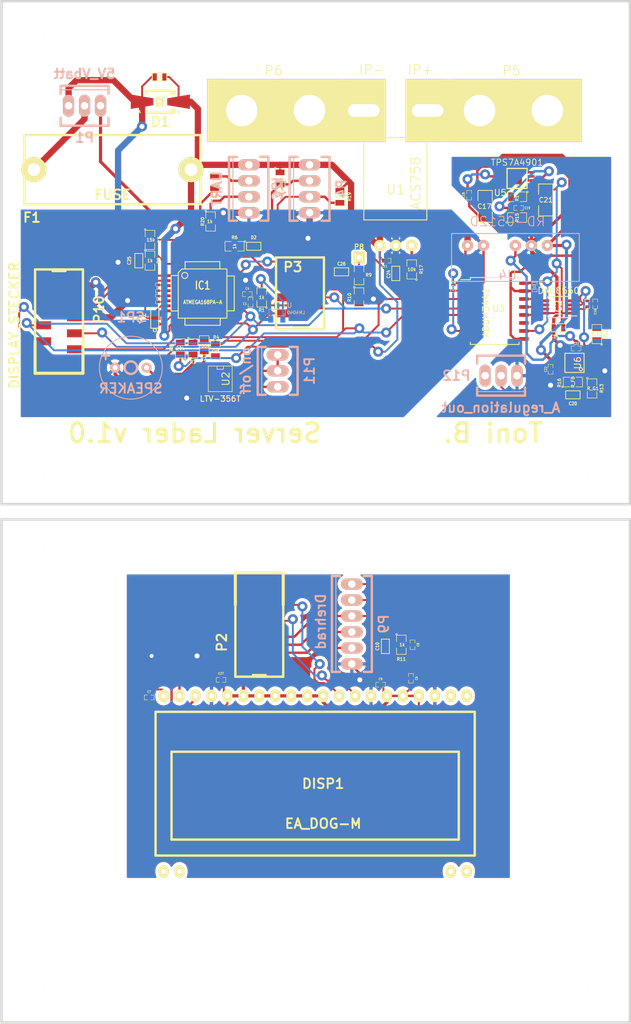
<source format=kicad_pcb>
(kicad_pcb (version 4) (host pcbnew "(2015-04-05 BZR 5577)-product")
  (layers (0 F.Cu signal) (31 B.Cu signal) (34 B.Paste user) (35 F.Paste user) (36 B.SilkS user) (37 F.SilkS user) (38 B.Mask user) (39 F.Mask user) (44 Edge.Cuts user))
  (net 0 "")
  (net 1 VCC)
  (net 2 GND)
  (net 3 "Net-(C4-Pad1)")
  (net 4 /S_D)
  (net 5 +5VA)
  (net 6 AGND)
  (net 7 /Vref)
  (net 8 +12V)
  (net 9 "Net-(C18-Pad1)")
  (net 10 "Net-(C19-Pad2)")
  (net 11 /V_current)
  (net 12 "Net-(C20-Pad2)")
  (net 13 -12V)
  (net 14 "Net-(D2-Pad1)")
  (net 15 /MOSI_D)
  (net 16 /SCK_D)
  (net 17 /CSB_D)
  (net 18 /RS_D)
  (net 19 "Net-(F1-Pad1)")
  (net 20 "Net-(IC1-Pad8)")
  (net 21 "Net-(IC1-Pad7)")
  (net 22 /S)
  (net 23 /B)
  (net 24 /U_reserve)
  (net 25 /SCK)
  (net 26 /U_Netzteil)
  (net 27 /A)
  (net 28 "Net-(IC1-Pad31)")
  (net 29 "Net-(IC1-Pad30)")
  (net 30 /RST)
  (net 31 "Net-(IC1-Pad26)")
  (net 32 /U_Strom)
  (net 33 /RS)
  (net 34 /CSB)
  (net 35 "Net-(IC1-Pad11)")
  (net 36 "Net-(IC1-Pad12)")
  (net 37 /SS_DAC)
  (net 38 /MOSI)
  (net 39 /MISO)
  (net 40 "Net-(IC2-Pad3)")
  (net 41 "Net-(IC2-Pad5)")
  (net 42 "Net-(IC2-Pad6)")
  (net 43 "Net-(IC2-Pad7)")
  (net 44 "Net-(P1-Pad3)")
  (net 45 /A_D)
  (net 46 /B_D)
  (net 47 "Net-(P9-Pad5)")
  (net 48 "Net-(P11-Pad1)")
  (net 49 "Net-(P11-Pad2)")
  (net 50 /on)
  (net 51 "Net-(R3-Pad2)")
  (net 52 "Net-(P8-Pad1)")
  (net 53 "Net-(P5-Pad1)")
  (net 54 "Net-(P6-Pad1)")
  (net 55 "Net-(R17-Pad2)")
  (net 56 /SCL)
  (net 57 /SDA)
  (net 58 "Net-(P7-Pad2)")
  (net 59 "Net-(P7-Pad3)")
  (module EuroBoard_Outline:EuroBoard_halb_Type-I_100mmX80mm_holes (layer F.Cu) (at 62.484 192.278)
    (fp_text reference Outl hide)
    (fp_text value EuroBoard_halb_Type-I_100mmX80mm_holes hide)
    (fp_line (start 0 0) (end 0 -79.99984) (layer Edge.Cuts) (width 0.381))
    (fp_line (start 0 -79.99984) (end 99.9998 -79.99984) (layer Edge.Cuts) (width 0.381))
    (fp_line (start 99.9998 -79.99984) (end 99.9998 0) (layer Edge.Cuts) (width 0.381))
    (fp_line (start 99.9998 0) (end 0 0) (layer Edge.Cuts) (width 0.381))
    (pad "" np_thru_hole circle (at 5.00126 -5.00126) (size 3.50012 3.50012) (drill 3.50012) (layers *.Cu *.Mask F.SilkS))
    (pad "" np_thru_hole circle (at 5.00126 -75.00112) (size 3.50012 3.50012) (drill 3.50012) (layers *.Cu *.Mask F.SilkS))
    (pad "" np_thru_hole circle (at 95.00108 -75.00112) (size 3.50012 3.50012) (drill 3.50012) (layers *.Cu *.Mask F.SilkS))
    (pad "" np_thru_hole circle (at 95.00108 -5.00126) (size 3.50012 3.50012) (drill 3.50012) (layers *.Cu *.Mask F.SilkS))
  )
  (module Sockets_MOLEX_KK-System:Socket_MOLEX-KK-RM2-54mm_Lock_6pin_straight (layer B.Cu) (at 118.237 128.905 90)
    (fp_text reference P9 (at 0 5.08 90) (layer B.SilkS) (effects (font (thickness 0.3048)) (justify mirror)))
    (fp_text value Drehrad (at 0.381 -4.953 90) (layer B.SilkS) (effects (font (thickness 0.3048)) (justify mirror)))
    (pad 1 thru_hole oval (at -6.35 0 90) (size 1.80086 3.50012) (drill 1.19888) (layers *.Cu *.Mask B.SilkS) (net 2 GND))
    (pad 2 thru_hole oval (at -3.81 0 90) (size 1.80086 3.50012) (drill 1.19888) (layers *.Cu *.Mask B.SilkS) (net 45 /A_D))
    (pad 3 thru_hole oval (at -1.27 0 90) (size 1.80086 3.50012) (drill 1.19888) (layers *.Cu *.Mask B.SilkS) (net 46 /B_D))
    (pad 4 thru_hole oval (at 1.27 0 90) (size 1.80086 3.50012) (drill 1.19888) (layers *.Cu *.Mask B.SilkS) (net 4 /S_D))
    (pad 5 thru_hole oval (at 3.81 0 90) (size 1.80086 3.50012) (drill 1.19888) (layers *.Cu *.Mask B.SilkS) (net 47 "Net-(P9-Pad5)"))
    (pad 6 thru_hole oval (at 6.35 0 90) (size 1.80086 3.50012) (drill 1.19888) (layers *.Cu *.Mask B.SilkS) (net 1 VCC))
  )
  (module Sockets_MOLEX_KK-System:Socket_MOLEX-KK-RM2-54mm_Lock_3pin_straight (layer B.Cu) (at 75.692 46.482)
    (fp_text reference P1 (at 0 5.08) (layer B.SilkS) (effects (font (thickness 0.3048)) (justify mirror)))
    (fp_text value 5V_Vbatt (at 0 -5.08) (layer B.SilkS) (effects (font (thickness 0.3048)) (justify mirror)))
    (pad 1 thru_hole oval (at -2.54 0) (size 1.80086 3.50012) (drill 1.19888) (layers *.Cu *.Mask B.SilkS) (net 2 GND))
    (pad 2 thru_hole oval (at 0 0) (size 1.80086 3.50012) (drill 1.19888) (layers *.Cu *.Mask B.SilkS) (net 19 "Net-(F1-Pad1)"))
    (pad 3 thru_hole oval (at 2.54 0) (size 1.80086 3.50012) (drill 1.19888) (layers *.Cu *.Mask B.SilkS) (net 44 "Net-(P1-Pad3)"))
  )
  (module Sockets_MOLEX_KK-System:Socket_MOLEX-KK-RM2-54mm_Lock_3pin_straight (layer B.Cu) (at 141.986 89.408 180)
    (fp_text reference P12 (at 7.112 0 180) (layer B.SilkS) (effects (font (thickness 0.3048)) (justify mirror)))
    (fp_text value A_regulation_out (at 0 -5.08 180) (layer B.SilkS) (effects (font (thickness 0.3048)) (justify mirror)))
    (pad 1 thru_hole oval (at -2.54 0 180) (size 1.80086 3.50012) (drill 1.19888) (layers *.Cu *.Mask B.SilkS) (net 6 AGND))
    (pad 2 thru_hole oval (at 0 0 180) (size 1.80086 3.50012) (drill 1.19888) (layers *.Cu *.Mask B.SilkS) (net 11 /V_current))
    (pad 3 thru_hole oval (at 2.54 0 180) (size 1.80086 3.50012) (drill 1.19888) (layers *.Cu *.Mask B.SilkS))
  )
  (module Sockets_MOLEX_KK-System:Socket_MOLEX-KK-RM2-54mm_Lock_3pin_straight (layer B.Cu) (at 106.426 88.646 90)
    (fp_text reference P11 (at 0 5.08 90) (layer B.SilkS) (effects (font (thickness 0.3048)) (justify mirror)))
    (fp_text value on/off (at 0 -5.08 90) (layer B.SilkS) (effects (font (thickness 0.3048)) (justify mirror)))
    (pad 1 thru_hole oval (at -2.54 0 90) (size 1.80086 3.50012) (drill 1.19888) (layers *.Cu *.Mask B.SilkS) (net 48 "Net-(P11-Pad1)"))
    (pad 2 thru_hole oval (at 0 0 90) (size 1.80086 3.50012) (drill 1.19888) (layers *.Cu *.Mask B.SilkS) (net 49 "Net-(P11-Pad2)"))
    (pad 3 thru_hole oval (at 2.54 0 90) (size 1.80086 3.50012) (drill 1.19888) (layers *.Cu *.Mask B.SilkS) (net 49 "Net-(P11-Pad2)"))
  )
  (module Sockets_MOLEX_KK-System:Socket_MOLEX-KK-RM2-54mm_Lock_4pin_straight (layer B.Cu) (at 111.506 59.69 90)
    (fp_text reference P4 (at 0 5.08 90) (layer B.SilkS) (effects (font (thickness 0.3048)) (justify mirror)))
    (fp_text value I2C (at 0 -5.08 90) (layer B.SilkS) (effects (font (thickness 0.3048)) (justify mirror)))
    (pad 1 thru_hole oval (at -3.81 0 90) (size 1.80086 3.50012) (drill 1.19888) (layers *.Cu *.Mask B.SilkS) (net 2 GND))
    (pad 2 thru_hole oval (at -1.27 0 90) (size 1.80086 3.50012) (drill 1.19888) (layers *.Cu *.Mask B.SilkS) (net 57 /SDA))
    (pad 3 thru_hole oval (at 1.27 0 90) (size 1.80086 3.50012) (drill 1.19888) (layers *.Cu *.Mask B.SilkS) (net 56 /SCL))
    (pad 4 thru_hole oval (at 3.81 0 90) (size 1.80086 3.50012) (drill 1.19888) (layers *.Cu *.Mask B.SilkS) (net 1 VCC))
  )
  (module Sockets_MOLEX_KK-System:Socket_MOLEX-KK-RM2-54mm_Lock_4pin_straight (layer B.Cu) (at 101.854 59.69 90)
    (fp_text reference P7 (at 0 5.08 90) (layer B.SilkS) (effects (font (thickness 0.3048)) (justify mirror)))
    (fp_text value UART (at 0 -5.08 90) (layer B.SilkS) (effects (font (thickness 0.3048)) (justify mirror)))
    (pad 1 thru_hole oval (at -3.81 0 90) (size 1.80086 3.50012) (drill 1.19888) (layers *.Cu *.Mask B.SilkS) (net 2 GND))
    (pad 2 thru_hole oval (at -1.27 0 90) (size 1.80086 3.50012) (drill 1.19888) (layers *.Cu *.Mask B.SilkS) (net 58 "Net-(P7-Pad2)"))
    (pad 3 thru_hole oval (at 1.27 0 90) (size 1.80086 3.50012) (drill 1.19888) (layers *.Cu *.Mask B.SilkS) (net 59 "Net-(P7-Pad3)"))
    (pad 4 thru_hole oval (at 3.81 0 90) (size 1.80086 3.50012) (drill 1.19888) (layers *.Cu *.Mask B.SilkS) (net 1 VCC))
  )
  (module SMD_Packages:SMD-0402 (layer F.Cu) (at 102.108 77.724 90)
    (fp_text reference C1 (at -0.254 -0.889 180) (layer F.SilkS) (effects (font (size 0.35052 0.3048) (thickness 0.07112))))
    (fp_text value 100nF hide)
    (pad 1 smd rect (at -0.44958 0 90) (size 0.39878 0.59944) (layers F.Cu F.Paste F.Mask) (net 1 VCC))
    (pad 2 smd rect (at 0.44958 0 90) (size 0.39878 0.59944) (layers F.Cu F.Paste F.Mask) (net 2 GND))
  )
  (module SMD_Packages:SMD-0402 (layer F.Cu) (at 87.376 75.438 90)
    (fp_text reference C2 (at 0 0 90) (layer F.SilkS) (effects (font (size 0.35052 0.3048) (thickness 0.07112))))
    (fp_text value 100nF hide)
    (pad 1 smd rect (at -0.44958 0 90) (size 0.39878 0.59944) (layers F.Cu F.Paste F.Mask) (net 1 VCC))
    (pad 2 smd rect (at 0.44958 0 90) (size 0.39878 0.59944) (layers F.Cu F.Paste F.Mask) (net 2 GND))
  )
  (module SMD_Packages:SMD-0402 (layer F.Cu) (at 87.376 77.216 90)
    (fp_text reference C3 (at 0 0 90) (layer F.SilkS) (effects (font (size 0.35052 0.3048) (thickness 0.07112))))
    (fp_text value 100nF hide)
    (pad 1 smd rect (at -0.44958 0 90) (size 0.39878 0.59944) (layers F.Cu F.Paste F.Mask) (net 1 VCC))
    (pad 2 smd rect (at 0.44958 0 90) (size 0.39878 0.59944) (layers F.Cu F.Paste F.Mask) (net 2 GND))
  )
  (module SMD_Packages:SMD-0402 (layer F.Cu) (at 101.6 76.454)
    (fp_text reference C4 (at 0 -0.889) (layer F.SilkS) (effects (font (size 0.35052 0.3048) (thickness 0.07112))))
    (fp_text value 100nF hide)
    (pad 1 smd rect (at -0.44958 0) (size 0.39878 0.59944) (layers F.Cu F.Paste F.Mask) (net 3 "Net-(C4-Pad1)"))
    (pad 2 smd rect (at 0.44958 0) (size 0.39878 0.59944) (layers F.Cu F.Paste F.Mask) (net 2 GND))
  )
  (module SMD_Packages:SMD-0603 (layer F.Cu) (at 87.63 41.91 180)
    (fp_text reference C5 (at 0 0 180) (layer F.SilkS) (effects (font (size 0.508 0.4572) (thickness 0.1143))))
    (fp_text value 1uF hide)
    (pad 1 smd rect (at -0.762 0 180) (size 0.635 1.143) (layers F.Cu F.Paste F.Mask) (net 1 VCC))
    (pad 2 smd rect (at 0.762 0 180) (size 0.635 1.143) (layers F.Cu F.Paste F.Mask) (net 2 GND))
  )
  (module SMD_Packages:SMD-0402 (layer F.Cu) (at 127.635 137.541 90)
    (fp_text reference C6 (at 0 0.889 90) (layer F.SilkS) (effects (font (size 0.35052 0.3048) (thickness 0.07112))))
    (fp_text value 100nF hide)
    (pad 1 smd rect (at -0.44958 0 90) (size 0.39878 0.59944) (layers F.Cu F.Paste F.Mask) (net 1 VCC))
    (pad 2 smd rect (at 0.44958 0 90) (size 0.39878 0.59944) (layers F.Cu F.Paste F.Mask) (net 2 GND))
  )
  (module SMD_Packages:SMD-0402 (layer F.Cu) (at 85.979 140.589)
    (fp_text reference C7 (at 0 -0.889) (layer F.SilkS) (effects (font (size 0.35052 0.3048) (thickness 0.07112))))
    (fp_text value 100nF hide)
    (pad 1 smd rect (at -0.44958 0) (size 0.39878 0.59944) (layers F.Cu F.Paste F.Mask) (net 1 VCC))
    (pad 2 smd rect (at 0.44958 0) (size 0.39878 0.59944) (layers F.Cu F.Paste F.Mask) (net 2 GND))
  )
  (module SMD_Packages:SMD-0402 (layer F.Cu) (at 127.889 132.207 270)
    (fp_text reference C8 (at 0 -0.889 270) (layer F.SilkS) (effects (font (size 0.35052 0.3048) (thickness 0.07112))))
    (fp_text value 100nF hide)
    (pad 1 smd rect (at -0.44958 0 270) (size 0.39878 0.59944) (layers F.Cu F.Paste F.Mask) (net 1 VCC))
    (pad 2 smd rect (at 0.44958 0 270) (size 0.39878 0.59944) (layers F.Cu F.Paste F.Mask) (net 2 GND))
  )
  (module SMD_Packages:SMD-0402 (layer F.Cu) (at 122.809 138.557 180)
    (fp_text reference C9 (at 0 0.889 180) (layer F.SilkS) (effects (font (size 0.35052 0.3048) (thickness 0.07112))))
    (fp_text value 100nF hide)
    (pad 1 smd rect (at -0.44958 0 180) (size 0.39878 0.59944) (layers F.Cu F.Paste F.Mask) (net 1 VCC))
    (pad 2 smd rect (at 0.44958 0 180) (size 0.39878 0.59944) (layers F.Cu F.Paste F.Mask) (net 2 GND))
  )
  (module SMD_Packages:SMD-0603 (layer F.Cu) (at 123.571 132.461 270)
    (fp_text reference C10 (at 0 1.27 270) (layer F.SilkS) (effects (font (size 0.508 0.4572) (thickness 0.1143))))
    (fp_text value 1uF hide)
    (pad 1 smd rect (at -0.762 0 270) (size 0.635 1.143) (layers F.Cu F.Paste F.Mask) (net 4 /S_D))
    (pad 2 smd rect (at 0.762 0 270) (size 0.635 1.143) (layers F.Cu F.Paste F.Mask) (net 2 GND))
  )
  (module SMD_Packages:SMD-0402 (layer F.Cu) (at 123.698 71.12)
    (fp_text reference C11 (at -0.254 0.889) (layer F.SilkS) (effects (font (size 0.35052 0.3048) (thickness 0.07112))))
    (fp_text value 100nF hide)
    (pad 1 smd rect (at -0.44958 0) (size 0.39878 0.59944) (layers F.Cu F.Paste F.Mask) (net 1 VCC))
    (pad 2 smd rect (at 0.44958 0) (size 0.39878 0.59944) (layers F.Cu F.Paste F.Mask) (net 2 GND))
  )
  (module SMD_Packages:SMD-0402 (layer F.Cu) (at 134.366 75.438 270)
    (fp_text reference C12 (at 0 0 270) (layer F.SilkS) (effects (font (size 0.35052 0.3048) (thickness 0.07112))))
    (fp_text value 100nF hide)
    (pad 1 smd rect (at -0.44958 0 270) (size 0.39878 0.59944) (layers F.Cu F.Paste F.Mask) (net 1 VCC))
    (pad 2 smd rect (at 0.44958 0 270) (size 0.39878 0.59944) (layers F.Cu F.Paste F.Mask) (net 2 GND))
  )
  (module SMD_Packages:SMD-0402 (layer F.Cu) (at 147.32 75.311 270)
    (fp_text reference C13 (at 0 0 270) (layer F.SilkS) (effects (font (size 0.35052 0.3048) (thickness 0.07112))))
    (fp_text value 100nF hide)
    (pad 1 smd rect (at -0.44958 0 270) (size 0.39878 0.59944) (layers F.Cu F.Paste F.Mask) (net 5 +5VA))
    (pad 2 smd rect (at 0.44958 0 270) (size 0.39878 0.59944) (layers F.Cu F.Paste F.Mask) (net 6 AGND))
  )
  (module SMD_Packages:SMD-0603 (layer F.Cu) (at 151.13 81.788 180)
    (fp_text reference C14 (at 0.635 -1.397 180) (layer F.SilkS) (effects (font (size 0.508 0.4572) (thickness 0.1143))))
    (fp_text value 1uF hide)
    (pad 1 smd rect (at -0.762 0 180) (size 0.635 1.143) (layers F.Cu F.Paste F.Mask) (net 5 +5VA))
    (pad 2 smd rect (at 0.762 0 180) (size 0.635 1.143) (layers F.Cu F.Paste F.Mask) (net 6 AGND))
  )
  (module SMD_Packages:SMD-0402 (layer F.Cu) (at 155.702 77.978 90)
    (fp_text reference C15 (at -1.27 0 90) (layer F.SilkS) (effects (font (size 0.35052 0.3048) (thickness 0.07112))))
    (fp_text value 100nF hide)
    (pad 1 smd rect (at -0.44958 0 90) (size 0.39878 0.59944) (layers F.Cu F.Paste F.Mask) (net 7 /Vref))
    (pad 2 smd rect (at 0.44958 0 90) (size 0.39878 0.59944) (layers F.Cu F.Paste F.Mask) (net 6 AGND))
  )
  (module SMD_Packages:SMD-0402 (layer F.Cu) (at 156.972 77.978 90)
    (fp_text reference C16 (at -1.27 0 90) (layer F.SilkS) (effects (font (size 0.35052 0.3048) (thickness 0.07112))))
    (fp_text value 100nF hide)
    (pad 1 smd rect (at -0.44958 0 90) (size 0.39878 0.59944) (layers F.Cu F.Paste F.Mask) (net 7 /Vref))
    (pad 2 smd rect (at 0.44958 0 90) (size 0.39878 0.59944) (layers F.Cu F.Paste F.Mask) (net 6 AGND))
  )
  (module SMD_Packages:SMD-1206 (layer F.Cu) (at 139.446 62.484 270)
    (fp_text reference C17 (at 0 0.127 360) (layer F.SilkS) (effects (font (size 0.762 0.762) (thickness 0.127))))
    (fp_text value 10uF hide)
    (pad 1 smd rect (at -1.651 0 270) (size 1.524 2.032) (layers F.Cu F.Paste F.Mask) (net 8 +12V))
    (pad 2 smd rect (at 1.651 0 270) (size 1.524 2.032) (layers F.Cu F.Paste F.Mask) (net 6 AGND))
  )
  (module SMD_Packages:SMD-0402 (layer F.Cu) (at 136.906 60.706 270)
    (fp_text reference C18 (at 0 0.889 270) (layer F.SilkS) (effects (font (size 0.35052 0.3048) (thickness 0.07112))))
    (fp_text value 10nF hide)
    (pad 1 smd rect (at -0.44958 0 270) (size 0.39878 0.59944) (layers F.Cu F.Paste F.Mask) (net 9 "Net-(C18-Pad1)"))
    (pad 2 smd rect (at 0.44958 0 270) (size 0.39878 0.59944) (layers F.Cu F.Paste F.Mask) (net 6 AGND))
  )
  (module SMD_Packages:SMD-0402 (layer F.Cu) (at 144.78 62.738 180)
    (fp_text reference C19 (at -1.397 0 180) (layer F.SilkS) (effects (font (size 0.35052 0.3048) (thickness 0.07112))))
    (fp_text value 10nF hide)
    (pad 1 smd rect (at -0.44958 0 180) (size 0.39878 0.59944) (layers F.Cu F.Paste F.Mask) (net 5 +5VA))
    (pad 2 smd rect (at 0.44958 0 180) (size 0.39878 0.59944) (layers F.Cu F.Paste F.Mask) (net 10 "Net-(C19-Pad2)"))
  )
  (module SMD_Packages:SMD-0603 (layer F.Cu) (at 153.416 92.456)
    (fp_text reference C20 (at 0 1.397) (layer F.SilkS) (effects (font (size 0.508 0.4572) (thickness 0.1143))))
    (fp_text value C_comp hide)
    (pad 1 smd rect (at -0.762 0) (size 0.635 1.143) (layers F.Cu F.Paste F.Mask) (net 11 /V_current))
    (pad 2 smd rect (at 0.762 0) (size 0.635 1.143) (layers F.Cu F.Paste F.Mask) (net 12 "Net-(C20-Pad2)"))
  )
  (module SMD_Packages:SMD-1206 (layer F.Cu) (at 149.098 61.468 270)
    (fp_text reference C21 (at 0 0 360) (layer F.SilkS) (effects (font (size 0.762 0.762) (thickness 0.127))))
    (fp_text value 10uF hide)
    (pad 1 smd rect (at -1.651 0 270) (size 1.524 2.032) (layers F.Cu F.Paste F.Mask) (net 5 +5VA))
    (pad 2 smd rect (at 1.651 0 270) (size 1.524 2.032) (layers F.Cu F.Paste F.Mask) (net 6 AGND))
  )
  (module SMD_Packages:SMD-0402 (layer F.Cu) (at 149.86 88.392 270)
    (fp_text reference C22 (at 0 0.762 270) (layer F.SilkS) (effects (font (size 0.35052 0.3048) (thickness 0.07112))))
    (fp_text value 100nF hide)
    (pad 1 smd rect (at -0.44958 0 270) (size 0.39878 0.59944) (layers F.Cu F.Paste F.Mask) (net 8 +12V))
    (pad 2 smd rect (at 0.44958 0 270) (size 0.39878 0.59944) (layers F.Cu F.Paste F.Mask) (net 6 AGND))
  )
  (module SMD_Packages:SMD-0402 (layer F.Cu) (at 153.924 85.09)
    (fp_text reference C23 (at 0 -0.762) (layer F.SilkS) (effects (font (size 0.35052 0.3048) (thickness 0.07112))))
    (fp_text value 100nF hide)
    (pad 1 smd rect (at -0.44958 0) (size 0.39878 0.59944) (layers F.Cu F.Paste F.Mask) (net 6 AGND))
    (pad 2 smd rect (at 0.44958 0) (size 0.39878 0.59944) (layers F.Cu F.Paste F.Mask) (net 13 -12V))
  )
  (module SMD_Packages:SMD-0603 (layer F.Cu) (at 102.616 68.834)
    (fp_text reference D2 (at 0 -1.397) (layer F.SilkS) (effects (font (size 0.508 0.4572) (thickness 0.1143))))
    (fp_text value LED hide)
    (pad 1 smd rect (at -0.762 0) (size 0.635 1.143) (layers F.Cu F.Paste F.Mask) (net 14 "Net-(D2-Pad1)"))
    (pad 2 smd rect (at 0.762 0) (size 0.635 1.143) (layers F.Cu F.Paste F.Mask) (net 2 GND))
  )
  (module toni:EA_DOG-M_DISP (layer F.Cu) (at 113.665 155.575)
    (fp_text reference DISP1 (at 0 -1.27) (layer F.SilkS) (effects (font (thickness 0.3048))))
    (fp_text value EA_DOG-M (at 0 5.08) (layer F.SilkS) (effects (font (thickness 0.3048))))
    (pad 21 thru_hole oval (at 22.86 -15.24) (size 1.6002 1.99898) (drill 0.8128) (layers *.Cu *.Mask F.SilkS))
    (pad 22 thru_hole oval (at 20.32 -15.24) (size 1.6002 1.99898) (drill 0.8128) (layers *.Cu *.Mask F.SilkS))
    (pad 23 thru_hole oval (at 17.78 -15.24) (size 1.6002 1.99898) (drill 0.8128) (layers *.Cu *.Mask F.SilkS) (net 2 GND))
    (pad 24 thru_hole oval (at 15.24 -15.24) (size 1.6002 1.99898) (drill 0.8128) (layers *.Cu *.Mask F.SilkS) (net 1 VCC))
    (pad 25 thru_hole oval (at 12.7 -15.24) (size 1.6002 1.99898) (drill 0.8128) (layers *.Cu *.Mask F.SilkS) (net 1 VCC))
    (pad 26 thru_hole oval (at 10.16 -15.24) (size 1.6002 1.99898) (drill 0.8128) (layers *.Cu *.Mask F.SilkS) (net 1 VCC))
    (pad 27 thru_hole oval (at 7.62 -15.24) (size 1.6002 1.99898) (drill 0.8128) (layers *.Cu *.Mask F.SilkS) (net 2 GND))
    (pad 28 thru_hole oval (at 5.08 -15.24) (size 1.6002 1.99898) (drill 0.8128) (layers *.Cu *.Mask F.SilkS) (net 15 /MOSI_D))
    (pad 29 thru_hole oval (at 2.54 -15.24) (size 1.6002 1.99898) (drill 0.8128) (layers *.Cu *.Mask F.SilkS) (net 16 /SCK_D))
    (pad 30 thru_hole oval (at 0 -15.24) (size 1.6002 1.99898) (drill 0.8128) (layers *.Cu *.Mask F.SilkS) (net 1 VCC))
    (pad 31 thru_hole oval (at -2.54 -15.24) (size 1.6002 1.99898) (drill 0.8128) (layers *.Cu *.Mask F.SilkS) (net 1 VCC))
    (pad 32 thru_hole oval (at -5.08 -15.24) (size 1.6002 1.99898) (drill 0.8128) (layers *.Cu *.Mask F.SilkS) (net 1 VCC))
    (pad 33 thru_hole oval (at -7.62 -15.24) (size 1.6002 1.99898) (drill 0.8128) (layers *.Cu *.Mask F.SilkS) (net 1 VCC))
    (pad 34 thru_hole oval (at -10.16 -15.24) (size 1.6002 1.99898) (drill 0.8128) (layers *.Cu *.Mask F.SilkS) (net 1 VCC))
    (pad 35 thru_hole oval (at -12.7 -15.24) (size 1.6002 1.99898) (drill 0.8128) (layers *.Cu *.Mask F.SilkS) (net 1 VCC))
    (pad 36 thru_hole oval (at -15.24 -15.24) (size 1.6002 1.99898) (drill 0.8128) (layers *.Cu *.Mask F.SilkS) (net 1 VCC))
    (pad 37 thru_hole oval (at -17.78 -15.24) (size 1.6002 1.99898) (drill 0.8128) (layers *.Cu *.Mask F.SilkS) (net 2 GND))
    (pad 38 thru_hole oval (at -20.32 -15.24) (size 1.6002 1.99898) (drill 0.8128) (layers *.Cu *.Mask F.SilkS) (net 17 /CSB_D))
    (pad 39 thru_hole oval (at -22.86 -15.24) (size 1.6002 1.99898) (drill 0.8128) (layers *.Cu *.Mask F.SilkS) (net 18 /RS_D))
    (pad 40 thru_hole oval (at -25.4 -15.24) (size 1.6002 1.99898) (drill 0.8128) (layers *.Cu *.Mask F.SilkS) (net 1 VCC))
    (pad 1 thru_hole oval (at -25.4 12.7) (size 1.6002 1.99898) (drill 0.8128) (layers *.Cu *.Mask F.SilkS))
    (pad 2 thru_hole oval (at -22.86 12.7) (size 1.6002 1.99898) (drill 0.8128) (layers *.Cu *.Mask F.SilkS))
    (pad 19 thru_hole oval (at 20.32 12.7) (size 1.6002 1.99898) (drill 0.8128) (layers *.Cu *.Mask F.SilkS))
    (pad 20 thru_hole oval (at 22.86 12.7) (size 1.6002 1.99898) (drill 0.8128) (layers *.Cu *.Mask F.SilkS))
  )
  (module SMD_Packages:TQFP-32 (layer F.Cu) (at 94.488 76.327)
    (fp_text reference IC1 (at 0 -1.27) (layer F.SilkS) (effects (font (size 1.27 1.016) (thickness 0.2032))))
    (fp_text value ATMEGA168PA-A (at 0 1.397) (layer F.SilkS) (effects (font (size 0.6 0.5) (thickness 0.125))))
    (pad 8 smd rect (at -4.81584 2.77622) (size 1.99898 0.44958) (layers F.Cu F.Paste F.Mask) (net 20 "Net-(IC1-Pad8)"))
    (pad 7 smd rect (at -4.81584 1.97612) (size 1.99898 0.44958) (layers F.Cu F.Paste F.Mask) (net 21 "Net-(IC1-Pad7)"))
    (pad 6 smd rect (at -4.81584 1.17602) (size 1.99898 0.44958) (layers F.Cu F.Paste F.Mask) (net 1 VCC))
    (pad 5 smd rect (at -4.81584 0.37592) (size 1.99898 0.44958) (layers F.Cu F.Paste F.Mask) (net 2 GND))
    (pad 4 smd rect (at -4.81584 -0.42418) (size 1.99898 0.44958) (layers F.Cu F.Paste F.Mask) (net 1 VCC))
    (pad 3 smd rect (at -4.81584 -1.22428) (size 1.99898 0.44958) (layers F.Cu F.Paste F.Mask) (net 2 GND))
    (pad 2 smd rect (at -4.81584 -2.02438) (size 1.99898 0.44958) (layers F.Cu F.Paste F.Mask) (net 22 /S))
    (pad 1 smd rect (at -4.81584 -2.82448) (size 1.99898 0.44958) (layers F.Cu F.Paste F.Mask) (net 23 /B))
    (pad 24 smd rect (at 4.7498 -2.8194) (size 1.99898 0.44958) (layers F.Cu F.Paste F.Mask) (net 24 /U_reserve))
    (pad 17 smd rect (at 4.7498 2.794) (size 1.99898 0.44958) (layers F.Cu F.Paste F.Mask) (net 25 /SCK))
    (pad 18 smd rect (at 4.7498 1.9812) (size 1.99898 0.44958) (layers F.Cu F.Paste F.Mask) (net 1 VCC))
    (pad 19 smd rect (at 4.7498 1.1684) (size 1.99898 0.44958) (layers F.Cu F.Paste F.Mask) (net 2 GND))
    (pad 20 smd rect (at 4.7498 0.381) (size 1.99898 0.44958) (layers F.Cu F.Paste F.Mask) (net 3 "Net-(C4-Pad1)"))
    (pad 21 smd rect (at 4.7498 -0.4318) (size 1.99898 0.44958) (layers F.Cu F.Paste F.Mask) (net 2 GND))
    (pad 22 smd rect (at 4.7498 -1.2192) (size 1.99898 0.44958) (layers F.Cu F.Paste F.Mask))
    (pad 23 smd rect (at 4.7498 -2.032) (size 1.99898 0.44958) (layers F.Cu F.Paste F.Mask) (net 26 /U_Netzteil))
    (pad 32 smd rect (at -2.82448 -4.826) (size 0.44958 1.99898) (layers F.Cu F.Paste F.Mask) (net 27 /A))
    (pad 31 smd rect (at -2.02692 -4.826) (size 0.44958 1.99898) (layers F.Cu F.Paste F.Mask) (net 28 "Net-(IC1-Pad31)"))
    (pad 30 smd rect (at -1.22428 -4.826) (size 0.44958 1.99898) (layers F.Cu F.Paste F.Mask) (net 29 "Net-(IC1-Pad30)"))
    (pad 29 smd rect (at -0.42672 -4.826) (size 0.44958 1.99898) (layers F.Cu F.Paste F.Mask) (net 30 /RST))
    (pad 28 smd rect (at 0.37592 -4.826) (size 0.44958 1.99898) (layers F.Cu F.Paste F.Mask) (net 56 /SCL))
    (pad 27 smd rect (at 1.17348 -4.826) (size 0.44958 1.99898) (layers F.Cu F.Paste F.Mask) (net 57 /SDA))
    (pad 26 smd rect (at 1.97612 -4.826) (size 0.44958 1.99898) (layers F.Cu F.Paste F.Mask) (net 31 "Net-(IC1-Pad26)"))
    (pad 25 smd rect (at 2.77368 -4.826) (size 0.44958 1.99898) (layers F.Cu F.Paste F.Mask) (net 32 /U_Strom))
    (pad 9 smd rect (at -2.8194 4.7752) (size 0.44958 1.99898) (layers F.Cu F.Paste F.Mask) (net 33 /RS))
    (pad 10 smd rect (at -2.032 4.7752) (size 0.44958 1.99898) (layers F.Cu F.Paste F.Mask) (net 34 /CSB))
    (pad 11 smd rect (at -1.2192 4.7752) (size 0.44958 1.99898) (layers F.Cu F.Paste F.Mask) (net 35 "Net-(IC1-Pad11)"))
    (pad 12 smd rect (at -0.4318 4.7752) (size 0.44958 1.99898) (layers F.Cu F.Paste F.Mask) (net 36 "Net-(IC1-Pad12)"))
    (pad 13 smd rect (at 0.3556 4.7752) (size 0.44958 1.99898) (layers F.Cu F.Paste F.Mask))
    (pad 14 smd rect (at 1.1684 4.7752) (size 0.44958 1.99898) (layers F.Cu F.Paste F.Mask) (net 37 /SS_DAC))
    (pad 15 smd rect (at 1.9812 4.7752) (size 0.44958 1.99898) (layers F.Cu F.Paste F.Mask) (net 38 /MOSI))
    (pad 16 smd rect (at 2.794 4.7752) (size 0.44958 1.99898) (layers F.Cu F.Paste F.Mask) (net 39 /MISO))
  )
  (module Housings_SSOP:MSOP-8_3x3mm_Pitch0.65mm (layer F.Cu) (at 151.13 78.486 180)
    (fp_text reference IC2 (at 0 -0.127 270) (layer F.SilkS))
    (fp_text value DAC8560 (at 0 2.6 180) (layer F.SilkS))
    (pad 1 smd rect (at -2.2 -0.975 180) (size 1.45 0.45) (layers F.Cu F.Paste F.Mask) (net 5 +5VA))
    (pad 2 smd rect (at -2.2 -0.325 180) (size 1.45 0.45) (layers F.Cu F.Paste F.Mask) (net 7 /Vref))
    (pad 3 smd rect (at -2.2 0.325 180) (size 1.45 0.45) (layers F.Cu F.Paste F.Mask) (net 40 "Net-(IC2-Pad3)"))
    (pad 4 smd rect (at -2.2 0.975 180) (size 1.45 0.45) (layers F.Cu F.Paste F.Mask) (net 40 "Net-(IC2-Pad3)"))
    (pad 5 smd rect (at 2.2 0.975 180) (size 1.45 0.45) (layers F.Cu F.Paste F.Mask) (net 41 "Net-(IC2-Pad5)"))
    (pad 6 smd rect (at 2.2 0.325 180) (size 1.45 0.45) (layers F.Cu F.Paste F.Mask) (net 42 "Net-(IC2-Pad6)"))
    (pad 7 smd rect (at 2.2 -0.325 180) (size 1.45 0.45) (layers F.Cu F.Paste F.Mask) (net 43 "Net-(IC2-Pad7)"))
    (pad 8 smd rect (at 2.2 -0.975 180) (size 1.45 0.45) (layers F.Cu F.Paste F.Mask) (net 6 AGND))
  )
  (module toni:micro_match3x2 (layer F.Cu) (at 109.982 75.692 90)
    (fp_text reference P3 (at 3.556 -1.143 180) (layer F.SilkS) (effects (font (thickness 0.3048))))
    (fp_text value CONN_02X03 hide)
    (pad 1 smd rect (at -3.81 -2.54 90) (size 1.27 2.54) (layers F.Cu F.Paste F.Mask) (net 39 /MISO))
    (pad 2 smd rect (at -2.54 2.54 90) (size 1.27 2.54) (layers F.Cu F.Paste F.Mask) (net 1 VCC))
    (pad 3 smd rect (at -1.27 -2.54 90) (size 1.27 2.54) (layers F.Cu F.Paste F.Mask) (net 25 /SCK))
    (pad 4 smd rect (at 0 2.54 90) (size 1.27 2.54) (layers F.Cu F.Paste F.Mask) (net 38 /MOSI))
    (pad 5 smd rect (at 1.27 -2.54 90) (size 1.27 2.54) (layers F.Cu F.Paste F.Mask) (net 30 /RST))
    (pad 6 smd rect (at 2.54 2.54 90) (size 1.27 2.54) (layers F.Cu F.Paste F.Mask) (net 2 GND))
  )
  (module SMD_Packages:SMD-0805 (layer F.Cu) (at 103.886 76.962 90)
    (fp_text reference R1 (at -2.032 0 180) (layer F.SilkS) (effects (font (size 0.50038 0.50038) (thickness 0.10922))))
    (fp_text value 1k (at 0 0 180) (layer F.SilkS) (effects (font (size 0.50038 0.50038) (thickness 0.10922))))
    (pad 1 smd rect (at -0.9525 0 90) (size 0.889 1.397) (layers F.Cu F.Paste F.Mask) (net 1 VCC))
    (pad 2 smd rect (at 0.9525 0 90) (size 0.889 1.397) (layers F.Cu F.Paste F.Mask) (net 3 "Net-(C4-Pad1)"))
  )
  (module SMD_Packages:SMD-0805 (layer F.Cu) (at 94.742 84.582 90)
    (fp_text reference R2 (at -2.159 -0.127 180) (layer F.SilkS) (effects (font (size 0.50038 0.50038) (thickness 0.10922))))
    (fp_text value 200R (at -0.127 0 180) (layer F.SilkS) (effects (font (size 0.50038 0.50038) (thickness 0.10922))))
    (pad 1 smd rect (at -0.9525 0 90) (size 0.889 1.397) (layers F.Cu F.Paste F.Mask) (net 50 /on))
    (pad 2 smd rect (at 0.9525 0 90) (size 0.889 1.397) (layers F.Cu F.Paste F.Mask) (net 36 "Net-(IC1-Pad12)"))
  )
  (module SMD_Packages:SMD-0805 (layer F.Cu) (at 92.964 85.09 270)
    (fp_text reference R3 (at 2.159 0 360) (layer F.SilkS) (effects (font (size 0.50038 0.50038) (thickness 0.10922))))
    (fp_text value R hide)
    (pad 1 smd rect (at -0.9525 0 270) (size 0.889 1.397) (layers F.Cu F.Paste F.Mask) (net 35 "Net-(IC1-Pad11)"))
    (pad 2 smd rect (at 0.9525 0 270) (size 0.889 1.397) (layers F.Cu F.Paste F.Mask) (net 51 "Net-(R3-Pad2)"))
  )
  (module SMD_Packages:SMD-0805 (layer F.Cu) (at 96.52 85.344 90)
    (fp_text reference R4 (at 2.032 0.127 180) (layer F.SilkS) (effects (font (size 0.50038 0.50038) (thickness 0.10922))))
    (fp_text value 20k (at 0 0 180) (layer F.SilkS) (effects (font (size 0.50038 0.50038) (thickness 0.10922))))
    (pad 1 smd rect (at -0.9525 0 90) (size 0.889 1.397) (layers F.Cu F.Paste F.Mask) (net 1 VCC))
    (pad 2 smd rect (at 0.9525 0 90) (size 0.889 1.397) (layers F.Cu F.Paste F.Mask) (net 37 /SS_DAC))
  )
  (module SMD_Packages:SMD-0805 (layer F.Cu) (at 90.932 85.09 90)
    (fp_text reference R5 (at 0 -1.397 90) (layer F.SilkS) (effects (font (size 0.50038 0.50038) (thickness 0.10922))))
    (fp_text value 20k (at 0 0 180) (layer F.SilkS) (effects (font (size 0.50038 0.50038) (thickness 0.10922))))
    (pad 1 smd rect (at -0.9525 0 90) (size 0.889 1.397) (layers F.Cu F.Paste F.Mask) (net 1 VCC))
    (pad 2 smd rect (at 0.9525 0 90) (size 0.889 1.397) (layers F.Cu F.Paste F.Mask) (net 34 /CSB))
  )
  (module SMD_Packages:SMD-0805 (layer F.Cu) (at 99.568 68.834 180)
    (fp_text reference R6 (at 0 1.397 180) (layer F.SilkS) (effects (font (size 0.50038 0.50038) (thickness 0.10922))))
    (fp_text value 1k (at 0 0 270) (layer F.SilkS) (effects (font (size 0.50038 0.50038) (thickness 0.10922))))
    (pad 1 smd rect (at -0.9525 0 180) (size 0.889 1.397) (layers F.Cu F.Paste F.Mask) (net 14 "Net-(D2-Pad1)"))
    (pad 2 smd rect (at 0.9525 0 180) (size 0.889 1.397) (layers F.Cu F.Paste F.Mask) (net 31 "Net-(IC1-Pad26)"))
  )
  (module SMD_Packages:SMD-0805 (layer F.Cu) (at 86.106 67.818 270)
    (fp_text reference R7 (at 0 -1.524 270) (layer F.SilkS) (effects (font (size 0.50038 0.50038) (thickness 0.10922))))
    (fp_text value 15k (at 0 -0.127 360) (layer F.SilkS) (effects (font (size 0.50038 0.50038) (thickness 0.10922))))
    (pad 1 smd rect (at -0.9525 0 270) (size 0.889 1.397) (layers F.Cu F.Paste F.Mask) (net 44 "Net-(P1-Pad3)"))
    (pad 2 smd rect (at 0.9525 0 270) (size 0.889 1.397) (layers F.Cu F.Paste F.Mask) (net 26 /U_Netzteil))
  )
  (module SMD_Packages:SMD-0805 (layer F.Cu) (at 86.106 71.12 270)
    (fp_text reference R8 (at 0 -1.397 270) (layer F.SilkS) (effects (font (size 0.50038 0.50038) (thickness 0.10922))))
    (fp_text value 1k (at 0 0 360) (layer F.SilkS) (effects (font (size 0.50038 0.50038) (thickness 0.10922))))
    (pad 1 smd rect (at -0.9525 0 270) (size 0.889 1.397) (layers F.Cu F.Paste F.Mask) (net 26 /U_Netzteil))
    (pad 2 smd rect (at 0.9525 0 270) (size 0.889 1.397) (layers F.Cu F.Paste F.Mask) (net 2 GND))
  )
  (module SMD_Packages:SMD-0805 (layer F.Cu) (at 119.38 73.406 270)
    (fp_text reference R9 (at 0 -1.524 360) (layer F.SilkS) (effects (font (size 0.50038 0.50038) (thickness 0.10922))))
    (fp_text value R hide)
    (pad 1 smd rect (at -0.9525 0 270) (size 0.889 1.397) (layers F.Cu F.Paste F.Mask) (net 52 "Net-(P8-Pad1)"))
    (pad 2 smd rect (at 0.9525 0 270) (size 0.889 1.397) (layers F.Cu F.Paste F.Mask) (net 24 /U_reserve))
  )
  (module SMD_Packages:SMD-0805 (layer F.Cu) (at 119.38 76.962 270)
    (fp_text reference R10 (at 0 1.524 270) (layer F.SilkS) (effects (font (size 0.50038 0.50038) (thickness 0.10922))))
    (fp_text value R hide)
    (pad 1 smd rect (at -0.9525 0 270) (size 0.889 1.397) (layers F.Cu F.Paste F.Mask) (net 24 /U_reserve))
    (pad 2 smd rect (at 0.9525 0 270) (size 0.889 1.397) (layers F.Cu F.Paste F.Mask) (net 2 GND))
  )
  (module SMD_Packages:SMD-0805 (layer F.Cu) (at 126.111 132.207 270)
    (fp_text reference R11 (at 2.286 0 360) (layer F.SilkS) (effects (font (size 0.50038 0.50038) (thickness 0.10922))))
    (fp_text value 1k (at 0 -0.127 360) (layer F.SilkS) (effects (font (size 0.50038 0.50038) (thickness 0.10922))))
    (pad 1 smd rect (at -0.9525 0 270) (size 0.889 1.397) (layers F.Cu F.Paste F.Mask) (net 47 "Net-(P9-Pad5)"))
    (pad 2 smd rect (at 0.9525 0 270) (size 0.889 1.397) (layers F.Cu F.Paste F.Mask) (net 2 GND))
  )
  (module SMD_Packages:SMD-0805 (layer F.Cu) (at 157.226 82.804 90)
    (fp_text reference R12 (at 0 1.397 90) (layer F.SilkS) (effects (font (size 0.50038 0.50038) (thickness 0.10922))))
    (fp_text value R_G2 (at 0 0 180) (layer F.SilkS) (effects (font (size 0.50038 0.50038) (thickness 0.10922))))
    (pad 1 smd rect (at -0.9525 0 90) (size 0.889 1.397) (layers F.Cu F.Paste F.Mask) (net 12 "Net-(C20-Pad2)"))
    (pad 2 smd rect (at 0.9525 0 90) (size 0.889 1.397) (layers F.Cu F.Paste F.Mask) (net 7 /Vref))
  )
  (module SMD_Packages:SMD-0805 (layer F.Cu) (at 156.464 91.44 270)
    (fp_text reference R13 (at 0 -1.524 270) (layer F.SilkS) (effects (font (size 0.50038 0.50038) (thickness 0.10922))))
    (fp_text value R_G1 (at 0 -0.127 360) (layer F.SilkS) (effects (font (size 0.50038 0.50038) (thickness 0.10922))))
    (pad 1 smd rect (at -0.9525 0 270) (size 0.889 1.397) (layers F.Cu F.Paste F.Mask) (net 6 AGND))
    (pad 2 smd rect (at 0.9525 0 270) (size 0.889 1.397) (layers F.Cu F.Paste F.Mask) (net 12 "Net-(C20-Pad2)"))
  )
  (module SMD_Packages:SMD-0805 (layer F.Cu) (at 144.526 60.96 180)
    (fp_text reference R14 (at 0 0 270) (layer F.SilkS) (effects (font (size 0.50038 0.50038) (thickness 0.10922))))
    (fp_text value 33k hide)
    (pad 1 smd rect (at -0.9525 0 180) (size 0.889 1.397) (layers F.Cu F.Paste F.Mask) (net 5 +5VA))
    (pad 2 smd rect (at 0.9525 0 180) (size 0.889 1.397) (layers F.Cu F.Paste F.Mask) (net 10 "Net-(C19-Pad2)"))
  )
  (module SMD_Packages:SMD-0805 (layer F.Cu) (at 144.526 64.262)
    (fp_text reference R15 (at 0 0 90) (layer F.SilkS) (effects (font (size 0.50038 0.50038) (thickness 0.10922))))
    (fp_text value 10k hide)
    (pad 1 smd rect (at -0.9525 0) (size 0.889 1.397) (layers F.Cu F.Paste F.Mask) (net 10 "Net-(C19-Pad2)"))
    (pad 2 smd rect (at 0.9525 0) (size 0.889 1.397) (layers F.Cu F.Paste F.Mask) (net 6 AGND))
  )
  (module SMD_Packages:SMD-0805 (layer F.Cu) (at 153.416 90.424)
    (fp_text reference R16 (at -2.159 0.127 90) (layer F.SilkS) (effects (font (size 0.50038 0.50038) (thickness 0.10922))))
    (fp_text value R_FB (at 0 0 90) (layer F.SilkS) (effects (font (size 0.50038 0.50038) (thickness 0.10922))))
    (pad 1 smd rect (at -0.9525 0) (size 0.889 1.397) (layers F.Cu F.Paste F.Mask) (net 11 /V_current))
    (pad 2 smd rect (at 0.9525 0) (size 0.889 1.397) (layers F.Cu F.Paste F.Mask) (net 12 "Net-(C20-Pad2)"))
  )
  (module toni:Buzzer_AI-1027-TWT-5V-R (layer B.Cu) (at 83.058 88.138 180)
    (fp_text reference SP1 (at 0 8.001 180) (layer B.SilkS) (effects (font (thickness 0.3048)) (justify mirror)))
    (fp_text value SPEAKER (at 0 -3.302 180) (layer B.SilkS) (effects (font (thickness 0.3048)) (justify mirror)))
    (fp_text user + (at 4.0005 1.99898 180) (layer B.SilkS) (effects (font (thickness 0.3048)) (justify mirror)))
    (pad 1 thru_hole circle (at -2.5 0 180) (size 1.6002 1.6002) (drill 0.8) (layers *.Cu *.Mask B.SilkS) (net 51 "Net-(R3-Pad2)"))
    (pad 2 thru_hole circle (at 2.5 0 180) (size 1.6002 1.6002) (drill 0.8) (layers *.Cu *.Mask B.SilkS) (net 2 GND))
  )
  (module toni:SO-4 (layer F.Cu) (at 97.282 89.916 270)
    (fp_text reference U2 (at 0 -0.889 270) (layer F.SilkS) (effects (font (size 1.143 1.143) (thickness 0.1524))))
    (fp_text value LTV-356T (at 3.175 0 360) (layer F.SilkS) (effects (font (size 0.889 0.889) (thickness 0.1524))))
    (pad 2 smd rect (at 1.27 3.2512 270) (size 0.8001 1.30048) (layers F.Cu F.Paste F.Mask) (net 2 GND))
    (pad 1 smd rect (at -1.27 3.2512 270) (size 0.8001 1.30048) (layers F.Cu F.Paste F.Mask) (net 50 /on))
    (pad 4 smd rect (at -1.27 -3.2512 270) (size 0.8001 1.30048) (layers F.Cu F.Paste F.Mask) (net 49 "Net-(P11-Pad2)"))
    (pad 3 smd rect (at 1.27 -3.2512 270) (size 0.8001 1.30048) (layers F.Cu F.Paste F.Mask) (net 48 "Net-(P11-Pad1)"))
  )
  (module Housings_SOIC:SOIC-16_7.5x10.3mm_Pitch1.27mm (layer F.Cu) (at 140.97 79.121)
    (fp_text reference U3 (at 0.635 -0.381) (layer F.SilkS))
    (fp_text value ADUM3441 (at -1.397 0.254 90) (layer F.SilkS))
    (pad 1 smd rect (at -4.65 -4.445) (size 1.5 0.6) (layers F.Cu F.Paste F.Mask) (net 1 VCC))
    (pad 2 smd rect (at -4.65 -3.175) (size 1.5 0.6) (layers F.Cu F.Paste F.Mask) (net 2 GND))
    (pad 3 smd rect (at -4.65 -1.905) (size 1.5 0.6) (layers F.Cu F.Paste F.Mask) (net 37 /SS_DAC))
    (pad 4 smd rect (at -4.65 -0.635) (size 1.5 0.6) (layers F.Cu F.Paste F.Mask) (net 25 /SCK))
    (pad 5 smd rect (at -4.65 0.635) (size 1.5 0.6) (layers F.Cu F.Paste F.Mask) (net 38 /MOSI))
    (pad 6 smd rect (at -4.65 1.905) (size 1.5 0.6) (layers F.Cu F.Paste F.Mask))
    (pad 7 smd rect (at -4.65 3.175) (size 1.5 0.6) (layers F.Cu F.Paste F.Mask) (net 1 VCC))
    (pad 8 smd rect (at -4.65 4.445) (size 1.5 0.6) (layers F.Cu F.Paste F.Mask) (net 2 GND))
    (pad 9 smd rect (at 4.65 4.445) (size 1.5 0.6) (layers F.Cu F.Paste F.Mask) (net 6 AGND))
    (pad 10 smd rect (at 4.65 3.175) (size 1.5 0.6) (layers F.Cu F.Paste F.Mask) (net 5 +5VA))
    (pad 11 smd rect (at 4.65 1.905) (size 1.5 0.6) (layers F.Cu F.Paste F.Mask))
    (pad 12 smd rect (at 4.65 0.635) (size 1.5 0.6) (layers F.Cu F.Paste F.Mask) (net 43 "Net-(IC2-Pad7)"))
    (pad 13 smd rect (at 4.65 -0.635) (size 1.5 0.6) (layers F.Cu F.Paste F.Mask) (net 42 "Net-(IC2-Pad6)"))
    (pad 14 smd rect (at 4.65 -1.905) (size 1.5 0.6) (layers F.Cu F.Paste F.Mask) (net 41 "Net-(IC2-Pad5)"))
    (pad 15 smd rect (at 4.65 -3.175) (size 1.5 0.6) (layers F.Cu F.Paste F.Mask) (net 6 AGND))
    (pad 16 smd rect (at 4.65 -4.445) (size 1.5 0.6) (layers F.Cu F.Paste F.Mask) (net 5 +5VA))
  )
  (module toni:MSOP-8_power_pad (layer F.Cu) (at 144.526 58.039 90)
    (fp_text reference U5 (at -2.286 -2.667 360) (layer F.SilkS) (effects (font (size 1.00076 1.00076) (thickness 0.1524))))
    (fp_text value TPS7A4901 (at 2.54 0 180) (layer F.SilkS) (effects (font (size 1.00076 1.00076) (thickness 0.127))))
    (pad 1 smd rect (at -0.97536 2.159 90) (size 0.381 1.27) (layers F.Cu F.Paste F.Mask) (net 5 +5VA))
    (pad 2 smd rect (at -0.32512 2.159 90) (size 0.381 1.27) (layers F.Cu F.Paste F.Mask) (net 10 "Net-(C19-Pad2)"))
    (pad 3 smd rect (at 0.32512 2.159 90) (size 0.381 1.27) (layers F.Cu F.Paste F.Mask))
    (pad 4 smd rect (at 0.97536 2.159 90) (size 0.381 1.27) (layers F.Cu F.Paste F.Mask) (net 6 AGND))
    (pad 5 smd rect (at 0.97536 -2.159 90) (size 0.381 1.27) (layers F.Cu F.Paste F.Mask) (net 8 +12V))
    (pad 6 smd rect (at 0.32512 -2.159 90) (size 0.381 1.27) (layers F.Cu F.Paste F.Mask) (net 9 "Net-(C18-Pad1)"))
    (pad 7 smd rect (at -0.32512 -2.159 90) (size 0.381 1.27) (layers F.Cu F.Paste F.Mask))
    (pad 8 smd rect (at -0.97536 -2.159 90) (size 0.381 1.27) (layers F.Cu F.Paste F.Mask) (net 8 +12V))
    (pad 9 smd rect (at 0 0 90) (size 1.89 1.57) (layers F.Cu F.Paste F.Mask) (net 6 AGND))
  )
  (module SMD_Packages:SSOP-8 (layer F.Cu) (at 153.67 87.376 90)
    (fp_text reference U6 (at 0 0.508 90) (layer F.SilkS) (effects (font (size 1.016 1.016) (thickness 0.1524))))
    (fp_text value OPA827 hide)
    (pad 1 smd rect (at -0.9779 2.2225 90) (size 0.4064 1.27) (layers F.Cu F.Paste F.Mask))
    (pad 2 smd rect (at -0.3302 2.2225 90) (size 0.4064 1.27) (layers F.Cu F.Paste F.Mask) (net 12 "Net-(C20-Pad2)"))
    (pad 3 smd rect (at 0.3302 2.2225 90) (size 0.4064 1.27) (layers F.Cu F.Paste F.Mask) (net 40 "Net-(IC2-Pad3)"))
    (pad 4 smd rect (at 0.9779 2.2225 90) (size 0.4064 1.27) (layers F.Cu F.Paste F.Mask) (net 13 -12V))
    (pad 5 smd rect (at 0.9779 -2.2225 90) (size 0.4064 1.27) (layers F.Cu F.Paste F.Mask))
    (pad 6 smd rect (at 0.3302 -2.2225 90) (size 0.4064 1.27) (layers F.Cu F.Paste F.Mask) (net 11 /V_current))
    (pad 7 smd rect (at -0.3302 -2.2225 90) (size 0.4064 1.27) (layers F.Cu F.Paste F.Mask) (net 8 +12V))
    (pad 8 smd rect (at -0.9779 -2.2225 90) (size 0.4064 1.27) (layers F.Cu F.Paste F.Mask))
  )
  (module Diodes_SMD:Diode-Universal-SMA-SMB_Handsoldering (layer F.Cu) (at 87.757 45.847)
    (fp_text reference D1 (at 0 3.175) (layer F.SilkS) (effects (font (thickness 0.3048))))
    (fp_text value "ZENER 5,6V" hide)
    (fp_text user A (at -3.29946 1.6002) (layer F.SilkS) (effects (font (size 0.50038 0.50038) (thickness 0.09906))))
    (fp_text user K (at 2.99974 1.69926) (layer F.SilkS) (effects (font (size 0.50038 0.50038) (thickness 0.09906))))
    (pad 1 smd trapezoid (at -2.90068 0) (size 3.60172 1.69926) (rect_delta 0.59944 0) (layers F.Cu F.Paste F.Mask) (net 2 GND))
    (pad 2 smd trapezoid (at 2.90068 0 180) (size 3.60172 1.69926) (rect_delta 0.59944 0) (layers F.Cu F.Paste F.Mask) (net 1 VCC))
  )
  (module toni:micro_match5x2 (layer F.Cu) (at 103.505 128.397 90)
    (fp_text reference P2 (at -3.429 -5.969 90) (layer F.SilkS) (effects (font (thickness 0.3048))))
    (fp_text value DISPLAY_STECKER hide)
    (pad 2 smd rect (at -5.08 2.54 90) (size 1.27 2.54) (layers F.Cu F.Paste F.Mask) (net 45 /A_D))
    (pad 3 smd rect (at -3.81 -2.54 90) (size 1.27 2.54) (layers F.Cu F.Paste F.Mask) (net 46 /B_D))
    (pad 4 smd rect (at -2.54 2.54 90) (size 1.27 2.54) (layers F.Cu F.Paste F.Mask) (net 4 /S_D))
    (pad 5 smd rect (at -1.27 -2.54 90) (size 1.27 2.54) (layers F.Cu F.Paste F.Mask) (net 2 GND))
    (pad 6 smd rect (at 0 2.54 90) (size 1.27 2.54) (layers F.Cu F.Paste F.Mask) (net 15 /MOSI_D))
    (pad 7 smd rect (at 1.27 -2.54 90) (size 1.27 2.54) (layers F.Cu F.Paste F.Mask))
    (pad 8 smd rect (at 2.54 2.54 90) (size 1.27 2.54) (layers F.Cu F.Paste F.Mask) (net 16 /SCK_D))
    (pad 9 smd rect (at 3.81 -2.54 90) (size 1.27 2.54) (layers F.Cu F.Paste F.Mask) (net 18 /RS_D))
    (pad 10 smd rect (at 5.08 2.54 90) (size 1.27 2.54) (layers F.Cu F.Paste F.Mask) (net 17 /CSB_D))
    (pad 1 smd rect (at -6.35 -2.54 90) (size 1.27 2.54) (layers F.Cu F.Paste F.Mask) (net 1 VCC))
  )
  (module Connect:SIL-1 (layer F.Cu) (at 119.38 70.612)
    (fp_text reference P8 (at 0 -1.7) (layer F.SilkS) (effects (font (size 0.8 0.8))))
    (fp_text value CONN_01X01 hide)
    (pad 1 thru_hole rect (at 0 0) (size 1.5 1.5) (drill 0.8) (layers *.Cu *.Mask F.SilkS) (net 52 "Net-(P8-Pad1)"))
  )
  (module toni:micro_match5x2 (layer F.Cu) (at 71.628 81.407 270)
    (fp_text reference P10 (at -2.54 -6.35 270) (layer F.SilkS) (effects (font (thickness 0.3048))))
    (fp_text value DISPLAY_STECKER (at 0 7.112 270) (layer F.SilkS) (effects (font (thickness 0.3048))))
    (pad 2 smd rect (at -5.08 2.54 270) (size 1.27 2.54) (layers F.Cu F.Paste F.Mask) (net 27 /A))
    (pad 3 smd rect (at -3.81 -2.54 270) (size 1.27 2.54) (layers F.Cu F.Paste F.Mask) (net 23 /B))
    (pad 4 smd rect (at -2.54 2.54 270) (size 1.27 2.54) (layers F.Cu F.Paste F.Mask) (net 22 /S))
    (pad 5 smd rect (at -1.27 -2.54 270) (size 1.27 2.54) (layers F.Cu F.Paste F.Mask) (net 2 GND))
    (pad 6 smd rect (at 0 2.54 270) (size 1.27 2.54) (layers F.Cu F.Paste F.Mask) (net 38 /MOSI))
    (pad 7 smd rect (at 1.27 -2.54 270) (size 1.27 2.54) (layers F.Cu F.Paste F.Mask) (net 39 /MISO))
    (pad 8 smd rect (at 2.54 2.54 270) (size 1.27 2.54) (layers F.Cu F.Paste F.Mask) (net 25 /SCK))
    (pad 9 smd rect (at 3.81 -2.54 270) (size 1.27 2.54) (layers F.Cu F.Paste F.Mask) (net 33 /RS))
    (pad 10 smd rect (at 5.08 2.54 270) (size 1.27 2.54) (layers F.Cu F.Paste F.Mask) (net 34 /CSB))
    (pad 1 smd rect (at -6.35 -2.54 270) (size 1.27 2.54) (layers F.Cu F.Paste F.Mask) (net 1 VCC))
  )
  (module toni:ACS758_PFF (layer F.Cu) (at 125.222 66.167)
    (fp_text reference U1 (at 0 -6.35) (layer F.SilkS) (effects (font (size 1.5 1.5))))
    (fp_text value ACS758 (at 3.175 -7.366 90) (layer F.SilkS) (effects (font (size 1.5 1.5))))
    (pad 1 thru_hole circle (at -2.54 2.54) (size 1.8 1.8) (drill 0.9) (layers *.Cu *.Mask F.SilkS) (net 1 VCC))
    (pad 2 thru_hole circle (at 0 2.54) (size 1.8 1.8) (drill 0.9) (layers *.Cu *.Mask F.SilkS) (net 2 GND))
    (pad 3 thru_hole circle (at 2.54 2.54) (size 1.8 1.8) (drill 0.9) (layers *.Cu *.Mask F.SilkS) (net 55 "Net-(R17-Pad2)"))
    (pad 5 thru_hole rect (at -5.08 -18.923) (size 7 10) (drill oval 5 2) (layers *.Cu *.Mask F.SilkS) (net 54 "Net-(P6-Pad1)"))
    (pad 4 thru_hole rect (at 5.08 -18.923) (size 7 10) (drill oval 5 2) (layers *.Cu *.Mask F.SilkS) (net 53 "Net-(P5-Pad1)"))
  )
  (module toni:RD-xx12D (layer B.Cu) (at 143.002 68.707)
    (fp_text reference U4 (at 0 4.699) (layer B.SilkS) (effects (font (size 1.5 1.5)) (justify mirror)))
    (fp_text value RD-0512D (at 0 -3.81) (layer B.SilkS) (effects (font (size 1.5 1.5)) (justify mirror)))
    (pad 1 thru_hole circle (at -6.35 0) (size 1.8 1.8) (drill 0.762) (layers *.Cu *.Mask B.SilkS) (net 1 VCC))
    (pad 2 thru_hole circle (at -3.81 0) (size 1.8 1.8) (drill 0.762) (layers *.Cu *.Mask B.SilkS) (net 2 GND))
    (pad 4 thru_hole circle (at 1.27 0) (size 1.8 1.8) (drill 0.762) (layers *.Cu *.Mask B.SilkS) (net 13 -12V))
    (pad 5 thru_hole circle (at 3.81 0) (size 1.8 1.8) (drill 0.762) (layers *.Cu *.Mask B.SilkS) (net 6 AGND))
    (pad 6 thru_hole circle (at 6.35 0) (size 1.8 1.8) (drill 0.762) (layers *.Cu *.Mask B.SilkS) (net 8 +12V))
  )
  (module SMD_Packages:SMD-0603 (layer F.Cu) (at 125.222 73.152 90)
    (fp_text reference C24 (at -0.127 -1.143 270) (layer F.SilkS) (effects (font (size 0.508 0.4572) (thickness 0.1143))))
    (fp_text value 1uF hide)
    (pad 1 smd rect (at -0.762 0 90) (size 0.635 1.143) (layers F.Cu F.Paste F.Mask) (net 32 /U_Strom))
    (pad 2 smd rect (at 0.762 0 90) (size 0.635 1.143) (layers F.Cu F.Paste F.Mask) (net 2 GND))
  )
  (module SMD_Packages:SMD-0805 (layer F.Cu) (at 127.762 72.517 90)
    (fp_text reference R17 (at 0 1.524 90) (layer F.SilkS) (effects (font (size 0.50038 0.50038) (thickness 0.10922))))
    (fp_text value 10k (at 0 0 180) (layer F.SilkS) (effects (font (size 0.50038 0.50038) (thickness 0.10922))))
    (pad 1 smd rect (at -0.9525 0 90) (size 0.889 1.397) (layers F.Cu F.Paste F.Mask) (net 32 /U_Strom))
    (pad 2 smd rect (at 0.9525 0 90) (size 0.889 1.397) (layers F.Cu F.Paste F.Mask) (net 55 "Net-(R17-Pad2)"))
  )
  (module toni:CerOsc_3,2x1,3 (layer F.Cu) (at 86.868 80.264 90)
    (fp_text reference Y1 (at 0 -1.905 90) (layer F.SilkS))
    (fp_text value RESONATEUR hide)
    (pad 1 smd rect (at -0.95 0 90) (size 0.6 1.8) (layers F.Cu F.Paste F.Mask) (net 20 "Net-(IC1-Pad8)"))
    (pad 2 smd rect (at 0 0 90) (size 0.6 1.8) (layers F.Cu F.Paste F.Mask) (net 2 GND))
    (pad 3 smd rect (at 0.95 0 90) (size 0.6 1.8) (layers F.Cu F.Paste F.Mask) (net 21 "Net-(IC1-Pad7)"))
  )
  (module SMD_Packages:SMD-0603 (layer F.Cu) (at 84.328 71.12 270)
    (fp_text reference C25 (at 0 1.524 270) (layer F.SilkS) (effects (font (size 0.508 0.4572) (thickness 0.1143))))
    (fp_text value 100nF hide)
    (pad 1 smd rect (at -0.762 0 270) (size 0.635 1.143) (layers F.Cu F.Paste F.Mask) (net 26 /U_Netzteil))
    (pad 2 smd rect (at 0.762 0 270) (size 0.635 1.143) (layers F.Cu F.Paste F.Mask) (net 2 GND))
  )
  (module SMD_Packages:SMD-0603 (layer F.Cu) (at 116.586 72.898 180)
    (fp_text reference C26 (at 0 1.27 360) (layer F.SilkS) (effects (font (size 0.508 0.4572) (thickness 0.1143))))
    (fp_text value C hide)
    (pad 1 smd rect (at -0.762 0 180) (size 0.635 1.143) (layers F.Cu F.Paste F.Mask) (net 24 /U_reserve))
    (pad 2 smd rect (at 0.762 0 180) (size 0.635 1.143) (layers F.Cu F.Paste F.Mask) (net 2 GND))
  )
  (module SMD_Packages:SMD-0402 (layer F.Cu) (at 97.409 137.795 180)
    (fp_text reference C27 (at 0 1.016 180) (layer F.SilkS) (effects (font (size 0.35052 0.3048) (thickness 0.07112))))
    (fp_text value 100nF hide)
    (pad 1 smd rect (at -0.44958 0 180) (size 0.39878 0.59944) (layers F.Cu F.Paste F.Mask) (net 1 VCC))
    (pad 2 smd rect (at 0.44958 0 180) (size 0.39878 0.59944) (layers F.Cu F.Paste F.Mask) (net 2 GND))
  )
  (module SMD_Packages:SMD-0805 (layer F.Cu) (at 106.807 58.039 270)
    (fp_text reference R18 (at 2.159 0 360) (layer F.SilkS) (effects (font (size 0.50038 0.50038) (thickness 0.10922))))
    (fp_text value 4,7k (at 0 0.127 360) (layer F.SilkS) (effects (font (size 0.50038 0.50038) (thickness 0.10922))))
    (pad 1 smd rect (at -0.9525 0 270) (size 0.889 1.397) (layers F.Cu F.Paste F.Mask) (net 1 VCC))
    (pad 2 smd rect (at 0.9525 0 270) (size 0.889 1.397) (layers F.Cu F.Paste F.Mask) (net 56 /SCL))
  )
  (module SMD_Packages:SMD-0805 (layer F.Cu) (at 116.332 60.96 270)
    (fp_text reference R19 (at 0 -1.524 270) (layer F.SilkS) (effects (font (size 0.50038 0.50038) (thickness 0.10922))))
    (fp_text value 4,7k (at 0 0 360) (layer F.SilkS) (effects (font (size 0.50038 0.50038) (thickness 0.10922))))
    (pad 1 smd rect (at -0.9525 0 270) (size 0.889 1.397) (layers F.Cu F.Paste F.Mask) (net 1 VCC))
    (pad 2 smd rect (at 0.9525 0 270) (size 0.889 1.397) (layers F.Cu F.Paste F.Mask) (net 57 /SDA))
  )
  (module SMD_Packages:SMD-0805 (layer F.Cu) (at 95.758 64.897 270)
    (fp_text reference R20 (at 0 1.27 270) (layer F.SilkS) (effects (font (size 0.50038 0.50038) (thickness 0.10922))))
    (fp_text value 1k (at 0 0.127 360) (layer F.SilkS) (effects (font (size 0.50038 0.50038) (thickness 0.10922))))
    (pad 1 smd rect (at -0.9525 0 270) (size 0.889 1.397) (layers F.Cu F.Paste F.Mask) (net 58 "Net-(P7-Pad2)"))
    (pad 2 smd rect (at 0.9525 0 270) (size 0.889 1.397) (layers F.Cu F.Paste F.Mask) (net 29 "Net-(IC1-Pad30)"))
  )
  (module SMD_Packages:SMD-0805 (layer F.Cu) (at 96.393 58.674 270)
    (fp_text reference R21 (at 2.032 0 360) (layer F.SilkS) (effects (font (size 0.50038 0.50038) (thickness 0.10922))))
    (fp_text value 1k (at 0 0 360) (layer F.SilkS) (effects (font (size 0.50038 0.50038) (thickness 0.10922))))
    (pad 1 smd rect (at -0.9525 0 270) (size 0.889 1.397) (layers F.Cu F.Paste F.Mask) (net 59 "Net-(P7-Pad3)"))
    (pad 2 smd rect (at 0.9525 0 270) (size 0.889 1.397) (layers F.Cu F.Paste F.Mask) (net 28 "Net-(IC1-Pad31)"))
  )
  (module SMD_Packages:SOT-23 (layer B.Cu) (at 106.299 79.375 180)
    (fp_text reference U7 (at -1.651 1.143 180) (layer B.SilkS) (effects (font (size 0.762 0.762) (thickness 0.11938)) (justify mirror)))
    (fp_text value LM4040 (at -3.048 0 180) (layer B.SilkS) (effects (font (size 0.50038 0.50038) (thickness 0.09906)) (justify mirror)))
    (pad 3 smd rect (at 0 1.09982 180) (size 0.8001 1.00076) (layers B.Cu B.Paste B.Mask))
    (pad 2 smd rect (at 0.9525 -1.09982 180) (size 0.8001 1.00076) (layers B.Cu B.Paste B.Mask) (net 2 GND))
    (pad 1 smd rect (at -0.9525 -1.09982 180) (size 0.8001 1.00076) (layers B.Cu B.Paste B.Mask) (net 3 "Net-(C4-Pad1)"))
  )
  (module toni:fuse_holder_Schurther (layer F.Cu) (at 80.137 56.642)
    (fp_text reference F1 (at -12.827 7.62) (layer F.SilkS) (effects (font (thickness 0.3048))))
    (fp_text value FUSE (at 0 4.0005) (layer F.SilkS) (effects (font (thickness 0.3048))))
    (pad 1 thru_hole circle (at -12.49934 0) (size 4 4) (drill 2) (layers *.Cu *.Mask F.SilkS) (net 19 "Net-(F1-Pad1)"))
    (pad 2 thru_hole circle (at 12.49934 0) (size 4 4) (drill 2) (layers *.Cu *.Mask F.SilkS) (net 1 VCC))
  )
  (module toni:power_terminal (layer F.Cu) (at 143.637 47.244)
    (fp_text reference P5 (at 0 -6.35) (layer F.SilkS) (effects (font (size 1.5 1.5))))
    (fp_text value IP+ (at -14.478 -6.477) (layer F.SilkS) (effects (font (size 1.5 1.5))))
    (pad 1 thru_hole rect (at -5.08 0) (size 11 10) (drill 5) (layers *.Cu *.Mask F.SilkS) (net 53 "Net-(P5-Pad1)"))
    (pad 1 thru_hole rect (at 5.715 0) (size 11 10) (drill 5) (layers *.Cu *.Mask F.SilkS) (net 53 "Net-(P5-Pad1)"))
  )
  (module toni:power_terminal (layer F.Cu) (at 105.791 47.244)
    (fp_text reference P6 (at 0 -6.35) (layer F.SilkS) (effects (font (size 1.5 1.5))))
    (fp_text value IP- (at 15.621 -6.477) (layer F.SilkS) (effects (font (size 1.5 1.5))))
    (pad 1 thru_hole rect (at -5.08 0) (size 11 10) (drill 5) (layers *.Cu *.Mask F.SilkS) (net 54 "Net-(P6-Pad1)"))
    (pad 1 thru_hole rect (at 5.715 0) (size 11 10) (drill 5) (layers *.Cu *.Mask F.SilkS) (net 54 "Net-(P6-Pad1)"))
  )
  (module EuroBoard_Outline:EuroBoard_halb_Type-I_100mmX80mm_holes (layer F.Cu) (at 62.484 109.855)
    (fp_text reference Outl hide)
    (fp_text value EuroBoard_halb_Type-I_100mmX80mm_holes hide)
    (fp_line (start 0 0) (end 0 -79.99984) (layer Edge.Cuts) (width 0.381))
    (fp_line (start 0 -79.99984) (end 99.9998 -79.99984) (layer Edge.Cuts) (width 0.381))
    (fp_line (start 99.9998 -79.99984) (end 99.9998 0) (layer Edge.Cuts) (width 0.381))
    (fp_line (start 99.9998 0) (end 0 0) (layer Edge.Cuts) (width 0.381))
    (pad "" np_thru_hole circle (at 5.00126 -5.00126) (size 3.50012 3.50012) (drill 3.50012) (layers *.Cu *.Mask F.SilkS))
    (pad "" np_thru_hole circle (at 5.00126 -75.00112) (size 3.50012 3.50012) (drill 3.50012) (layers *.Cu *.Mask F.SilkS))
    (pad "" np_thru_hole circle (at 95.00108 -75.00112) (size 3.50012 3.50012) (drill 3.50012) (layers *.Cu *.Mask F.SilkS))
    (pad "" np_thru_hole circle (at 95.00108 -5.00126) (size 3.50012 3.50012) (drill 3.50012) (layers *.Cu *.Mask F.SilkS))
  )
  (module Toni:Kupferdickbutt (layer F.Cu) (at 103.462 156.765)
    (fp_text reference G*** hide)
    (fp_text value LOGO hide)
    (fp_poly (pts (xy 3.658661 -0.368418) (xy 3.65796 -0.361351) (xy 3.651219 -0.308007) (xy 3.64104 -0.258723) (xy 3.623904 -0.207053) (xy 3.59629 -0.14655) (xy 3.554681 -0.070767) (xy 3.495556 0.026743) (xy 3.415395 0.152426) (xy 3.414889 0.1532) (xy 3.414889 -0.338746) (xy 3.401521 -0.461309) (xy 3.356722 -0.545174) (xy 3.273446 -0.602548) (xy 3.258973 -0.608887) (xy 3.171138 -0.634187) (xy 3.10479 -0.619598) (xy 3.044776 -0.559286) (xy 3.015458 -0.515122) (xy 2.943841 -0.414255) (xy 2.8374 -0.284071) (xy 2.703775 -0.132442) (xy 2.550604 0.032761) (xy 2.385527 0.203668) (xy 2.216182 0.372407) (xy 2.050209 0.531107) (xy 1.895247 0.671899) (xy 1.758935 0.786909) (xy 1.728713 0.810676) (xy 1.637092 0.881433) (xy 1.762974 0.964813) (xy 1.908336 1.080137) (xy 2.045391 1.223059) (xy 2.159521 1.376437) (xy 2.23373 1.517038) (xy 2.26762 1.615535) (xy 2.28697 1.713247) (xy 2.29483 1.831141) (xy 2.295103 1.939058) (xy 2.291872 2.198893) (xy 2.380658 2.226496) (xy 2.522508 2.265608) (xy 2.630225 2.281146) (xy 2.720611 2.273859) (xy 2.808013 2.245526) (xy 2.890381 2.195353) (xy 2.929413 2.129327) (xy 2.924374 2.044091) (xy 2.874527 1.936283) (xy 2.779139 1.802547) (xy 2.687373 1.694505) (xy 2.612195 1.60812) (xy 2.572651 1.556258) (xy 2.565257 1.532752) (xy 2.586528 1.531436) (xy 2.596739 1.534085) (xy 2.713635 1.55939) (xy 2.83435 1.572173) (xy 2.939987 1.571503) (xy 3.011644 1.556448) (xy 3.015148 1.554699) (xy 3.064682 1.50106) (xy 3.072753 1.429045) (xy 3.038161 1.359843) (xy 3.026833 1.348907) (xy 2.97092 1.317297) (xy 2.88464 1.285245) (xy 2.836333 1.271829) (xy 2.754736 1.246214) (xy 2.656616 1.207238) (xy 2.555578 1.16146) (xy 2.46523 1.115444) (xy 2.399178 1.075749) (xy 2.371028 1.048938) (xy 2.370818 1.047345) (xy 2.389474 1.022833) (xy 2.441698 0.963542) (xy 2.522006 0.875452) (xy 2.624919 0.764542) (xy 2.744953 0.636791) (xy 2.815318 0.562531) (xy 2.995807 0.369104) (xy 3.138209 0.207589) (xy 3.246404 0.072151) (xy 3.324273 -0.043044) (xy 3.375697 -0.14383) (xy 3.404557 -0.236039) (xy 3.414734 -0.325506) (xy 3.414889 -0.338746) (xy 3.414889 0.1532) (xy 3.31068 0.31273) (xy 3.190207 0.495454) (xy 2.826465 1.046192) (xy 2.930177 1.111639) (xy 3.010181 1.157714) (xy 3.080822 1.191318) (xy 3.095062 1.196484) (xy 3.161524 1.228087) (xy 3.229117 1.273211) (xy 3.290997 1.349495) (xy 3.30143 1.434764) (xy 3.263277 1.522622) (xy 3.1794 1.606672) (xy 3.052658 1.680516) (xy 3.045518 1.683706) (xy 2.937468 1.731378) (xy 3.004912 1.793883) (xy 3.076238 1.895541) (xy 3.110968 2.022896) (xy 3.10872 2.158353) (xy 3.069113 2.284314) (xy 3.017175 2.359326) (xy 2.91296 2.430931) (xy 2.767264 2.472165) (xy 2.586742 2.482126) (xy 2.378053 2.459915) (xy 2.334286 2.451687) (xy 2.243806 2.435014) (xy 2.189284 2.434066) (xy 2.151383 2.453227) (xy 2.11077 2.496877) (xy 2.105084 2.503626) (xy 2.055337 2.553873) (xy 2.00362 2.600496) (xy 2.00362 2.027917) (xy 1.989201 1.904525) (xy 1.950743 1.757335) (xy 1.895923 1.609239) (xy 1.83242 1.483132) (xy 1.809035 1.447695) (xy 1.709514 1.331042) (xy 1.594778 1.240203) (xy 1.456841 1.172184) (xy 1.28772 1.12399) (xy 1.079428 1.092627) (xy 0.82398 1.075101) (xy 0.814328 1.074711) (xy 0.648387 1.067226) (xy 0.529239 1.059071) (xy 0.447239 1.048802) (xy 0.392739 1.03498) (xy 0.356093 1.016162) (xy 0.340939 1.003966) (xy 0.304728 0.959347) (xy 0.302722 0.929835) (xy 0.347789 0.905692) (xy 0.429777 0.874312) (xy 0.53065 0.841331) (xy 0.632371 0.812389) (xy 0.716905 0.793123) (xy 0.755057 0.788433) (xy 0.806592 0.785629) (xy 0.805344 0.776707) (xy 0.770701 0.761729) (xy 0.695491 0.705129) (xy 0.632866 0.60877) (xy 0.607815 0.543277) (xy 0.601218 0.500552) (xy 0.625466 0.483002) (xy 0.685737 0.479777) (xy 0.782512 0.49681) (xy 0.86106 0.540835) (xy 0.912332 0.601239) (xy 0.927282 0.667409) (xy 0.897467 0.728133) (xy 0.890646 0.74697) (xy 0.922328 0.757572) (xy 1.000069 0.761733) (xy 1.040192 0.762) (xy 1.160807 0.767531) (xy 1.281331 0.78174) (xy 1.344696 0.794208) (xy 1.425004 0.81154) (xy 1.476162 0.807165) (xy 1.523382 0.774551) (xy 1.560789 0.738236) (xy 1.613859 0.682618) (xy 1.63055 0.650192) (xy 1.614919 0.624769) (xy 1.59354 0.607542) (xy 1.494038 0.545449) (xy 1.362315 0.481994) (xy 1.221432 0.427215) (xy 1.098466 0.392002) (xy 0.961514 0.375181) (xy 0.792165 0.372586) (xy 0.612317 0.383024) (xy 0.443872 0.405305) (xy 0.320609 0.434342) (xy 0.234658 0.465092) (xy 0.18803 0.496586) (xy 0.165125 0.542593) (xy 0.157052 0.578725) (xy 0.137705 0.645967) (xy 0.103963 0.673078) (xy 0.062221 0.676901) (xy -0.004762 0.672088) (xy -0.050474 0.652418) (xy -0.07943 0.608698) (xy -0.096147 0.531737) (xy -0.105139 0.412343) (xy -0.108282 0.329817) (xy -0.117786 0.036602) (xy 0.165202 -0.82131) (xy 0.303626 -1.246445) (xy 0.422052 -1.622865) (xy 0.52126 -1.954335) (xy 0.60203 -2.24462) (xy 0.66514 -2.497488) (xy 0.711371 -2.716703) (xy 0.741501 -2.906033) (xy 0.75631 -3.069241) (xy 0.756577 -3.210095) (xy 0.743082 -3.33236) (xy 0.716604 -3.439802) (xy 0.710742 -3.457223) (xy 0.671048 -3.552803) (xy 0.613136 -3.67142) (xy 0.549065 -3.788475) (xy 0.544712 -3.795889) (xy 0.42067 -3.984777) (xy 0.297326 -4.12375) (xy 0.165786 -4.218522) (xy 0.017159 -4.274802) (xy -0.157447 -4.2983) (xy -0.239889 -4.299775) (xy -0.360343 -4.293906) (xy -0.477041 -4.276223) (xy -0.600455 -4.243382) (xy -0.741057 -4.192041) (xy -0.90932 -4.118855) (xy -1.115718 -4.020482) (xy -1.11749 -4.019614) (xy -1.379156 -3.891478) (xy -1.282245 -3.689258) (xy -1.219431 -3.539146) (xy -1.189473 -3.415224) (xy -1.185333 -3.351461) (xy -1.185333 -3.215884) (xy -1.098639 -3.260716) (xy -1.015356 -3.284988) (xy -0.95869 -3.263034) (xy -0.935571 -3.198957) (xy -0.936962 -3.164931) (xy -0.948845 -3.128734) (xy -0.981092 -3.092518) (xy -1.042263 -3.049943) (xy -1.140918 -2.994673) (xy -1.22748 -2.949813) (xy -1.377525 -2.868606) (xy -1.387326 -2.862154) (xy -1.387326 -3.31693) (xy -1.392406 -3.390546) (xy -1.413572 -3.499966) (xy -1.446991 -3.607988) (xy -1.456243 -3.630435) (xy -1.504787 -3.739445) (xy -1.525473 -3.590862) (xy -1.568346 -3.439494) (xy -1.64674 -3.313467) (xy -1.752025 -3.22572) (xy -1.777444 -3.213056) (xy -1.844549 -3.176339) (xy -1.856413 -3.149087) (xy -1.813165 -3.129801) (xy -1.785055 -3.124659) (xy -1.650114 -3.108791) (xy -1.556438 -3.111043) (xy -1.491157 -3.133545) (xy -1.441406 -3.178429) (xy -1.438494 -3.182056) (xy -1.39939 -3.245838) (xy -1.387326 -3.31693) (xy -1.387326 -2.862154) (xy -1.474493 -2.804764) (xy -1.518814 -2.757681) (xy -1.51092 -2.726755) (xy -1.45124 -2.711382) (xy -1.399069 -2.709334) (xy -1.319896 -2.71215) (xy -1.282075 -2.726072) (xy -1.270586 -2.759309) (xy -1.27 -2.779889) (xy -1.252824 -2.835917) (xy -1.206454 -2.849202) (xy -1.138633 -2.819687) (xy -1.090677 -2.781237) (xy -1.030612 -2.702795) (xy -1.021662 -2.630712) (xy -1.064192 -2.572137) (xy -1.0795 -2.562335) (xy -1.150747 -2.540808) (xy -1.261078 -2.528486) (xy -1.393951 -2.524986) (xy -1.532826 -2.529925) (xy -1.661164 -2.542918) (xy -1.762422 -2.563582) (xy -1.802551 -2.579103) (xy -1.864463 -2.617854) (xy -1.887401 -2.659792) (xy -1.884185 -2.729953) (xy -1.883286 -2.736762) (xy -1.868915 -2.843907) (xy -2.02572 -2.875398) (xy -2.136399 -2.89633) (xy -2.205596 -2.900559) (xy -2.247223 -2.882207) (xy -2.275194 -2.835398) (xy -2.301954 -2.758723) (xy -2.331469 -2.669694) (xy -2.354914 -2.600296) (xy -2.363686 -2.575278) (xy -2.350949 -2.547921) (xy -2.298258 -2.540001) (xy -2.239283 -2.533039) (xy -2.133707 -2.51344) (xy -1.989464 -2.483128) (xy -1.814487 -2.44403) (xy -1.616709 -2.398073) (xy -1.404062 -2.347181) (xy -1.18448 -2.293282) (xy -0.965896 -2.238301) (xy -0.756242 -2.184164) (xy -0.563452 -2.132799) (xy -0.395458 -2.08613) (xy -0.260193 -2.046083) (xy -0.246944 -2.041942) (xy -0.122775 -1.998977) (xy -0.052274 -1.964343) (xy -0.033577 -1.93626) (xy -0.064821 -1.91295) (xy -0.100387 -1.902075) (xy -0.137575 -1.895684) (xy -0.186256 -1.893609) (xy -0.251428 -1.896567) (xy -0.338091 -1.905275) (xy -0.451242 -1.920449) (xy -0.59588 -1.942806) (xy -0.777003 -1.973064) (xy -0.999611 -2.011939) (xy -1.268701 -2.060148) (xy -1.517895 -2.105389) (xy -1.74779 -2.147043) (xy -1.959463 -2.18492) (xy -2.146672 -2.21794) (xy -2.303175 -2.245023) (xy -2.422731 -2.265088) (xy -2.499098 -2.277055) (xy -2.526012 -2.279895) (xy -2.538633 -2.252823) (xy -2.570341 -2.181295) (xy -2.617905 -2.072701) (xy -2.678096 -1.93443) (xy -2.747683 -1.773872) (xy -2.788583 -1.679223) (xy -3.044427 -1.086556) (xy -3.089758 -0.609015) (xy -3.116531 -0.165379) (xy -3.111305 0.255544) (xy -3.074913 0.649341) (xy -3.00819 1.011598) (xy -2.911969 1.337902) (xy -2.787084 1.623841) (xy -2.63437 1.865001) (xy -2.618356 1.885534) (xy -2.514421 1.995238) (xy -2.370995 2.116966) (xy -2.200844 2.24141) (xy -2.016737 2.359261) (xy -1.83144 2.461213) (xy -1.822827 2.465502) (xy -1.636138 2.547037) (xy -1.410636 2.628016) (xy -1.163739 2.702956) (xy -0.912861 2.766375) (xy -0.776111 2.795008) (xy -0.618793 2.834416) (xy -0.492478 2.884672) (xy -0.407529 2.941193) (xy -0.385385 2.967733) (xy -0.376627 3.005494) (xy -0.393772 3.060784) (xy -0.440977 3.144971) (xy -0.462807 3.179399) (xy -0.532929 3.289285) (xy -0.604814 3.403772) (xy -0.650343 3.477563) (xy -0.726222 3.578997) (xy -0.804517 3.627927) (xy -0.896495 3.627594) (xy -1.012424 3.581752) (xy -1.090126 3.542077) (xy -1.146067 3.513631) (xy -1.161883 3.505672) (xy -1.167967 3.521598) (xy -1.155701 3.57806) (xy -1.128876 3.663671) (xy -1.091286 3.767047) (xy -1.046723 3.876803) (xy -1.013513 3.951111) (xy -0.928141 4.110378) (xy -0.847088 4.213729) (xy -0.770491 4.261089) (xy -0.698486 4.252381) (xy -0.631208 4.18753) (xy -0.619577 4.169833) (xy -0.517443 3.983327) (xy -0.408838 3.7429) (xy -0.29466 3.45059) (xy -0.257646 3.347987) (xy -0.12631 2.977444) (xy 0.037001 2.968939) (xy 0.146454 2.970384) (xy 0.283262 2.9821) (xy 0.419791 3.001629) (xy 0.433967 3.004217) (xy 0.653484 3.037114) (xy 0.836607 3.042632) (xy 0.998033 3.017391) (xy 1.152455 2.958013) (xy 1.314567 2.86112) (xy 1.433718 2.774362) (xy 1.615326 2.632047) (xy 1.754804 2.513563) (xy 1.857388 2.412051) (xy 1.928317 2.320649) (xy 1.972829 2.232496) (xy 1.996163 2.140731) (xy 2.003557 2.038493) (xy 2.00362 2.027917) (xy 2.00362 2.600496) (xy 1.971703 2.62927) (xy 1.865156 2.720714) (xy 1.74667 2.819099) (xy 1.627218 2.915321) (xy 1.517775 3.000276) (xy 1.429314 3.064858) (xy 1.425222 3.067675) (xy 1.359069 3.105609) (xy 1.259069 3.154487) (xy 1.144136 3.205193) (xy 1.114778 3.217293) (xy 0.957131 3.272829) (xy 0.812547 3.302162) (xy 0.664524 3.305866) (xy 0.496561 3.284514) (xy 0.317298 3.244992) (xy 0.204119 3.218229) (xy 0.113661 3.19938) (xy 0.058292 3.190886) (xy 0.047129 3.191665) (xy 0.033404 3.219976) (xy 0.000748 3.291522) (xy -0.047048 3.397869) (xy -0.106192 3.530583) (xy -0.166737 3.667294) (xy -0.266126 3.887256) (xy -0.351226 4.062994) (xy -0.427065 4.20332) (xy -0.49867 4.317046) (xy -0.571069 4.412985) (xy -0.630516 4.480277) (xy -0.717666 4.550741) (xy -0.801242 4.566768) (xy -0.890136 4.528973) (xy -0.926988 4.50077) (xy -1.001381 4.423592) (xy -1.089663 4.310063) (xy -1.182113 4.175099) (xy -1.26901 4.03362) (xy -1.340634 3.900542) (xy -1.384703 3.798301) (xy -1.440791 3.605655) (xy -1.462178 3.449174) (xy -1.448596 3.331982) (xy -1.428398 3.288774) (xy -1.389131 3.243617) (xy -1.336106 3.222948) (xy -1.248279 3.218571) (xy -1.248183 3.218572) (xy -1.137257 3.22881) (xy -1.026748 3.252733) (xy -1.001889 3.260841) (xy -0.929006 3.2845) (xy -0.885214 3.283479) (xy -0.847034 3.253648) (xy -0.8255 3.229806) (xy -0.782016 3.171188) (xy -0.762128 3.126089) (xy -0.762 3.12378) (xy -0.787999 3.101761) (xy -0.858689 3.074342) (xy -0.963108 3.045548) (xy -0.994833 3.038245) (xy -1.220112 2.98139) (xy -1.443492 2.91246) (xy -1.646014 2.837769) (xy -1.789062 2.773733) (xy -1.927125 2.704321) (xy -2.003602 2.784438) (xy -2.04556 2.828763) (xy -2.097642 2.884054) (xy -2.097642 2.604973) (xy -2.129775 2.57846) (xy -2.192558 2.539803) (xy -2.216099 2.526889) (xy -2.320205 2.471445) (xy -2.380714 2.554588) (xy -2.454337 2.650951) (xy -2.542118 2.758526) (xy -2.636209 2.868576) (xy -2.728763 2.972361) (xy -2.811934 3.061145) (xy -2.877875 3.126188) (xy -2.918739 3.158754) (xy -2.925162 3.160888) (xy -2.944091 3.158807) (xy -2.9657 3.148583) (xy -2.996339 3.124243) (xy -3.042355 3.079817) (xy -3.110095 3.009332) (xy -3.205909 2.906817) (xy -3.278848 2.828167) (xy -3.385619 2.716665) (xy -3.460571 2.649916) (xy -3.506241 2.629515) (xy -3.525165 2.657059) (xy -3.519882 2.734143) (xy -3.492929 2.862364) (xy -3.471331 2.949232) (xy -3.413309 3.146858) (xy -3.349 3.315042) (xy -3.281677 3.447645) (xy -3.214614 3.538531) (xy -3.151086 3.58156) (xy -3.132599 3.584222) (xy -3.091632 3.566636) (xy -3.020616 3.519372) (xy -2.931315 3.450672) (xy -2.875918 3.404372) (xy -2.772612 3.312322) (xy -2.657888 3.204948) (xy -2.538463 3.089152) (xy -2.421054 2.971832) (xy -2.312379 2.85989) (xy -2.219156 2.760224) (xy -2.148102 2.679734) (xy -2.105935 2.625321) (xy -2.097642 2.604973) (xy -2.097642 2.884054) (xy -2.119113 2.906848) (xy -2.21727 3.011259) (xy -2.333043 3.134557) (xy -2.459441 3.269307) (xy -2.497746 3.310168) (xy -2.625862 3.445541) (xy -2.745874 3.569905) (xy -2.850775 3.676191) (xy -2.933557 3.757328) (xy -2.987213 3.806244) (xy -2.996786 3.813724) (xy -3.055297 3.850419) (xy -3.096581 3.853867) (xy -3.146373 3.826971) (xy -3.247886 3.744862) (xy -3.338946 3.634681) (xy -3.428034 3.485275) (xy -3.470461 3.400777) (xy -3.551175 3.210894) (xy -3.611425 3.023314) (xy -3.649707 2.847389) (xy -3.66452 2.692471) (xy -3.654358 2.567911) (xy -3.617923 2.483313) (xy -3.566958 2.420373) (xy -3.441534 2.484213) (xy -3.36223 2.53508) (xy -3.263526 2.613195) (xy -3.163722 2.703798) (xy -3.139958 2.72747) (xy -3.059264 2.807335) (xy -2.992703 2.868912) (xy -2.95044 2.902984) (xy -2.94211 2.906888) (xy -2.918831 2.884857) (xy -2.871246 2.824797) (xy -2.806184 2.735763) (xy -2.730472 2.626807) (xy -2.726939 2.621602) (xy -2.533462 2.336316) (xy -2.717049 2.170622) (xy -2.842 2.051436) (xy -2.94077 1.93908) (xy -3.019828 1.821755) (xy -3.085643 1.687666) (xy -3.144682 1.525016) (xy -3.203413 1.322008) (xy -3.222762 1.248289) (xy -3.33734 0.804333) (xy -3.351353 -0.064574) (xy -3.355097 -0.363627) (xy -3.355752 -0.609553) (xy -3.353259 -0.805587) (xy -3.347557 -0.954964) (xy -3.338587 -1.06092) (xy -3.332158 -1.102271) (xy -3.308208 -1.185709) (xy -3.262874 -1.309648) (xy -3.200548 -1.464376) (xy -3.125622 -1.640178) (xy -3.042488 -1.827342) (xy -2.955539 -2.016153) (xy -2.869165 -2.196897) (xy -2.787759 -2.359862) (xy -2.715713 -2.495334) (xy -2.658845 -2.591411) (xy -2.57467 -2.728707) (xy -2.522253 -2.838602) (xy -2.497321 -2.937139) (xy -2.495599 -3.040364) (xy -2.510169 -3.149435) (xy -2.525182 -3.361583) (xy -2.494421 -3.547738) (xy -2.421071 -3.703679) (xy -2.308321 -3.825187) (xy -2.159356 -3.908042) (xy -1.977363 -3.948025) (xy -1.904744 -3.951112) (xy -1.845845 -3.953263) (xy -1.788213 -3.961973) (xy -1.723042 -3.980628) (xy -1.641529 -4.012614) (xy -1.53487 -4.061316) (xy -1.394262 -4.130121) (xy -1.247671 -4.203807) (xy -0.990659 -4.329596) (xy -0.773311 -4.426123) (xy -0.588478 -4.49567) (xy -0.429015 -4.540518) (xy -0.287774 -4.562947) (xy -0.15761 -4.565238) (xy -0.123222 -4.56268) (xy 0.091256 -4.519108) (xy 0.317993 -4.430663) (xy 0.545102 -4.30349) (xy 0.760698 -4.143737) (xy 0.859506 -4.05449) (xy 0.924296 -3.982702) (xy 0.972494 -3.903746) (xy 1.006338 -3.808216) (xy 1.028063 -3.686708) (xy 1.039906 -3.529818) (xy 1.044103 -3.32814) (xy 1.044222 -3.27765) (xy 1.032263 -2.925831) (xy 0.995318 -2.559924) (xy 0.931784 -2.166264) (xy 0.888442 -1.949536) (xy 0.851318 -1.782373) (xy 0.81406 -1.637131) (xy 0.772057 -1.500658) (xy 0.720697 -1.359799) (xy 0.655368 -1.201401) (xy 0.571459 -1.012313) (xy 0.521538 -0.903112) (xy 0.460112 -0.759584) (xy 0.399924 -0.600993) (xy 0.343293 -0.435735) (xy 0.292536 -0.272207) (xy 0.24997 -0.118806) (xy 0.217915 0.016073) (xy 0.198687 0.124031) (xy 0.194604 0.196673) (xy 0.207985 0.225603) (xy 0.209915 0.225777) (xy 0.241647 0.219873) (xy 0.312751 0.204414) (xy 0.405128 0.183371) (xy 0.538223 0.155399) (xy 0.683667 0.129101) (xy 0.766712 0.116314) (xy 0.978339 0.105225) (xy 1.191065 0.126666) (xy 1.391877 0.17716) (xy 1.567765 0.253228) (xy 1.705718 0.351392) (xy 1.727386 0.37313) (xy 1.813237 0.465033) (xy 1.926734 0.33835) (xy 1.983567 0.274054) (xy 2.068226 0.177179) (xy 2.171787 0.057989) (xy 2.285327 -0.073256) (xy 2.364624 -0.165246) (xy 2.484024 -0.29975) (xy 2.605169 -0.428822) (xy 2.717765 -0.542001) (xy 2.811519 -0.628826) (xy 2.857501 -0.66619) (xy 2.95256 -0.732506) (xy 3.024528 -0.769969) (xy 3.093234 -0.786384) (xy 3.171049 -0.789603) (xy 3.342581 -0.768883) (xy 3.482631 -0.711547) (xy 3.585677 -0.622452) (xy 3.646195 -0.506456) (xy 3.658661 -0.368418) (xy 3.658661 -0.368418)) (layer F.Cu) (width 0.1))
    (fp_poly (pts (xy 0.815341 2.843446) (xy 0.801314 2.890469) (xy 0.765337 2.930669) (xy 0.714739 2.922078) (xy 0.664823 2.872387) (xy 0.625866 2.797742) (xy 0.632927 2.742276) (xy 0.661334 2.7109) (xy 0.699999 2.694927) (xy 0.744191 2.72048) (xy 0.760112 2.735667) (xy 0.807193 2.792639) (xy 0.815341 2.843446) (xy 0.815341 2.843446)) (layer F.Cu) (width 0.1))
    (fp_poly (pts (xy 0.642424 2.438402) (xy 0.639807 2.467094) (xy 0.600892 2.50039) (xy 0.534675 2.511026) (xy 0.465742 2.498554) (xy 0.424623 2.470997) (xy 0.401192 2.411655) (xy 0.400092 2.365164) (xy 0.420232 2.316666) (xy 0.47157 2.307226) (xy 0.479869 2.308038) (xy 0.554286 2.33338) (xy 0.613592 2.381927) (xy 0.642424 2.438402) (xy 0.642424 2.438402)) (layer F.Cu) (width 0.1))
    (fp_poly (pts (xy 0.603856 1.965286) (xy 0.60188 2.029269) (xy 0.554643 2.106287) (xy 0.548707 2.113453) (xy 0.475879 2.179691) (xy 0.41278 2.199039) (xy 0.366696 2.170775) (xy 0.350816 2.13301) (xy 0.341934 2.033367) (xy 0.377945 1.960427) (xy 0.437947 1.914866) (xy 0.516371 1.883292) (xy 0.569218 1.899659) (xy 0.603856 1.965286) (xy 0.603856 1.965286)) (layer F.Cu) (width 0.1))
    (fp_poly (pts (xy 1.01097 1.568596) (xy 1.010766 1.571184) (xy 0.99446 1.649518) (xy 0.956581 1.683136) (xy 0.888445 1.675809) (xy 0.8255 1.651613) (xy 0.764517 1.616785) (xy 0.734444 1.583752) (xy 0.733778 1.579635) (xy 0.753098 1.540038) (xy 0.799707 1.483553) (xy 0.85658 1.427635) (xy 0.906689 1.389737) (xy 0.925707 1.382888) (xy 0.974021 1.408189) (xy 1.00455 1.474759) (xy 1.01097 1.568596) (xy 1.01097 1.568596)) (layer F.Cu) (width 0.1))
    (fp_poly (pts (xy -0.205523 -0.772272) (xy -0.209585 -0.698057) (xy -0.229241 -0.62217) (xy -0.269879 -0.502219) (xy -0.328695 -0.345326) (xy -0.402884 -0.158614) (xy -0.489641 0.050795) (xy -0.586162 0.275776) (xy -0.651178 0.423333) (xy -0.714389 0.56727) (xy -0.755184 0.670974) (xy -0.774398 0.745643) (xy -0.772867 0.802478) (xy -0.751426 0.852677) (xy -0.71091 0.90744) (xy -0.689225 0.933519) (xy -0.597152 1.053458) (xy -0.54608 1.148672) (xy -0.532497 1.229146) (xy -0.552895 1.304867) (xy -0.556272 1.311779) (xy -0.618521 1.412465) (xy -0.686611 1.486569) (xy -0.749173 1.522395) (xy -0.762545 1.524) (xy -0.816551 1.504347) (xy -0.858884 1.469648) (xy -0.887876 1.441868) (xy -0.914588 1.43814) (xy -0.951842 1.463821) (xy -1.012462 1.524269) (xy -1.027753 1.540203) (xy -1.119047 1.623159) (xy -1.194519 1.659509) (xy -1.265013 1.6524) (xy -1.316275 1.623901) (xy -1.370022 1.56755) (xy -1.409628 1.499357) (xy -1.465224 1.424423) (xy -1.519351 1.397544) (xy -1.627677 1.35579) (xy -1.698252 1.296697) (xy -1.721555 1.232768) (xy -1.700265 1.177623) (xy -1.635009 1.098038) (xy -1.523712 0.991481) (xy -1.523626 0.991404) (xy -1.431185 0.904229) (xy -1.351864 0.821414) (xy -1.297938 0.756108) (xy -1.285399 0.736268) (xy -1.254912 0.658782) (xy -1.216346 0.530193) (xy -1.170845 0.355086) (xy -1.119552 0.138044) (xy -1.063609 -0.116349) (xy -1.017296 -0.338667) (xy -0.974964 -0.544634) (xy -0.941161 -0.702762) (xy -0.91359 -0.820609) (xy -0.889952 -0.905734) (xy -0.867952 -0.965695) (xy -0.845291 -1.008048) (xy -0.819672 -1.040353) (xy -0.797309 -1.062372) (xy -0.729171 -1.112029) (xy -0.683943 -1.110905) (xy -0.658323 -1.058211) (xy -0.653436 -1.027935) (xy -0.651299 -0.978027) (xy -0.65663 -0.915044) (xy -0.670901 -0.833016) (xy -0.695583 -0.725972) (xy -0.732147 -0.587941) (xy -0.782065 -0.412954) (xy -0.846809 -0.195039) (xy -0.910235 0.014111) (xy -0.968425 0.205102) (xy -1.023464 0.38622) (xy -1.07242 0.547787) (xy -1.112366 0.680127) (xy -1.140372 0.773565) (xy -1.149723 0.805204) (xy -1.173625 0.878867) (xy -1.201621 0.928343) (xy -1.247072 0.966682) (xy -1.32334 1.006933) (xy -1.385812 1.035774) (xy -1.494423 1.091141) (xy -1.561316 1.138374) (xy -1.580444 1.168959) (xy -1.575092 1.197928) (xy -1.550547 1.212854) (xy -1.494079 1.216995) (xy -1.403999 1.214127) (xy -1.338838 1.21441) (xy -1.30111 1.231697) (xy -1.277814 1.279103) (xy -1.257708 1.361722) (xy -1.231081 1.42438) (xy -1.195015 1.4353) (xy -1.156553 1.396729) (xy -1.12508 1.319388) (xy -1.080141 1.200389) (xy -1.028999 1.137376) (xy -0.971023 1.130168) (xy -0.905584 1.178582) (xy -0.857281 1.241999) (xy -0.807347 1.309497) (xy -0.77215 1.333491) (xy -0.743992 1.32321) (xy -0.708649 1.260213) (xy -0.722316 1.17237) (xy -0.78453 1.062011) (xy -0.799867 1.041225) (xy -0.868534 0.946554) (xy -0.91769 0.862694) (xy -0.946831 0.781206) (xy -0.955451 0.693649) (xy -0.943043 0.591584) (xy -0.909102 0.46657) (xy -0.853123 0.310168) (xy -0.774601 0.113938) (xy -0.739182 0.028222) (xy -0.695526 -0.085245) (xy -0.643521 -0.233041) (xy -0.59001 -0.395138) (xy -0.546359 -0.536223) (xy -0.497685 -0.697027) (xy -0.460166 -0.811269) (xy -0.429902 -0.88679) (xy -0.402996 -0.931427) (xy -0.37555 -0.953022) (xy -0.343665 -0.959412) (xy -0.335862 -0.959556) (xy -0.271407 -0.93426) (xy -0.225795 -0.867345) (xy -0.205523 -0.772272) (xy -0.205523 -0.772272)) (layer F.Cu) (width 0.1))
    (fp_poly (pts (xy 0.648835 -2.832491) (xy 0.629595 -2.729323) (xy 0.57862 -2.605296) (xy 0.505137 -2.478383) (xy 0.418378 -2.366555) (xy 0.399363 -2.346697) (xy 0.395662 -2.343742) (xy 0.395662 -2.669016) (xy 0.36683 -2.817093) (xy 0.313229 -2.952878) (xy 0.255254 -3.068385) (xy 0.214784 -3.130876) (xy 0.190377 -3.140506) (xy 0.180589 -3.097429) (xy 0.183975 -3.001796) (xy 0.187024 -2.966309) (xy 0.19457 -2.851345) (xy 0.189937 -2.774456) (xy 0.171204 -2.718208) (xy 0.156975 -2.693936) (xy 0.087826 -2.625759) (xy -0.014888 -2.5654) (xy -0.128395 -2.524117) (xy -0.210255 -2.512398) (xy -0.264335 -2.505387) (xy -0.267087 -2.48733) (xy -0.221942 -2.46089) (xy -0.132327 -2.428726) (xy -0.084419 -2.414749) (xy 0.085921 -2.384652) (xy 0.222158 -2.398523) (xy 0.325778 -2.456521) (xy 0.328603 -2.459136) (xy 0.382977 -2.547875) (xy 0.395662 -2.669016) (xy 0.395662 -2.343742) (xy 0.275043 -2.247426) (xy 0.139795 -2.192866) (xy -0.017438 -2.180269) (xy -0.183444 -2.201847) (xy -0.269107 -2.222813) (xy -0.382452 -2.255526) (xy -0.491585 -2.290477) (xy -0.596784 -2.328894) (xy -0.664255 -2.36452) (xy -0.710695 -2.409532) (xy -0.752801 -2.476103) (xy -0.757323 -2.484246) (xy -0.827809 -2.611935) (xy -0.76644 -2.813981) (xy -0.68306 -3.024409) (xy -0.575692 -3.184127) (xy -0.443401 -3.293946) (xy -0.285247 -3.354679) (xy -0.127 -3.36825) (xy 0.059927 -3.345696) (xy 0.234703 -3.291533) (xy 0.389013 -3.211505) (xy 0.514544 -3.111351) (xy 0.602982 -2.996813) (xy 0.646014 -2.873631) (xy 0.648835 -2.832491) (xy 0.648835 -2.832491)) (layer F.Cu) (width 0.1))
  )
  (gr_text "Toni B.		Server Lader v1.0" (at 110.871 98.552) (layer F.SilkS) (effects (font (size 3 3) (thickness 0.5)) (justify mirror)))
  (segment (start 99.822 86.614) (end 101.637999 84.798001) (width 0.3048) (layer F.Cu) (net 1))
  (segment (start 101.637999 84.798001) (end 121.628001 84.798001) (width 0.3048) (layer F.Cu) (net 1))
  (segment (start 121.628001 84.798001) (end 122.428 85.598) (width 0.3048) (layer F.Cu) (net 1))
  (segment (start 112.522 78.232) (end 104.2035 78.232) (width 0.3048) (layer F.Cu) (net 1))
  (segment (start 104.2035 78.232) (end 103.886 77.9145) (width 0.3048) (layer F.Cu) (net 1))
  (segment (start 91.875508 77.50302) (end 94.26702 77.50302) (width 0.3048) (layer F.Cu) (net 1))
  (segment (start 95.0722 78.3082) (end 99.2378 78.3082) (width 0.3048) (layer F.Cu) (net 1))
  (segment (start 94.26702 77.50302) (end 95.0722 78.3082) (width 0.3048) (layer F.Cu) (net 1))
  (segment (start 116.332 60.0075) (end 116.332 59.944) (width 0.381) (layer F.Cu) (net 1))
  (segment (start 116.332 59.944) (end 117.729 58.547) (width 0.381) (layer F.Cu) (net 1))
  (segment (start 106.807 55.88) (end 106.807 56.007) (width 0.381) (layer F.Cu) (net 1))
  (segment (start 106.807 56.007) (end 106.807 55.88) (width 0.381) (layer F.Cu) (net 1))
  (segment (start 101.6 55.88) (end 106.807 55.88) (width 1) (layer F.Cu) (net 1))
  (segment (start 106.807 55.88) (end 111.252 55.88) (width 1) (layer F.Cu) (net 1))
  (segment (start 101.6 55.88) (end 93.39834 55.88) (width 1) (layer F.Cu) (net 1))
  (segment (start 126.365 140.335) (end 128.905 140.335) (width 0.381) (layer F.Cu) (net 1))
  (segment (start 123.825 140.335) (end 126.365 140.335) (width 0.381) (layer F.Cu) (net 1))
  (segment (start 111.125 140.335) (end 113.665 140.335) (width 0.508) (layer F.Cu) (net 1))
  (segment (start 108.585 140.335) (end 111.125 140.335) (width 0.508) (layer F.Cu) (net 1))
  (segment (start 106.045 140.335) (end 108.585 140.335) (width 0.508) (layer F.Cu) (net 1))
  (segment (start 103.505 140.335) (end 106.045 140.335) (width 0.508) (layer F.Cu) (net 1))
  (segment (start 100.965 140.335) (end 103.505 140.335) (width 0.508) (layer F.Cu) (net 1))
  (segment (start 98.425 140.335) (end 100.965 140.335) (width 0.508) (layer F.Cu) (net 1))
  (segment (start 100.965 134.747) (end 100.965 140.335) (width 0.508) (layer F.Cu) (net 1))
  (segment (start 134.874 74.676) (end 136.32 74.676) (width 0.3048) (layer F.Cu) (net 1))
  (segment (start 134.56158 74.98842) (end 134.874 74.676) (width 0.3048) (layer F.Cu) (net 1))
  (segment (start 134.366 74.98842) (end 134.56158 74.98842) (width 0.254) (layer F.Cu) (net 1))
  (segment (start 136.32 69.039) (end 136.652 68.707) (width 0.254) (layer F.Cu) (net 1))
  (segment (start 136.32 74.676) (end 136.32 69.039) (width 0.381) (layer F.Cu) (net 1))
  (segment (start 89.65692 75.88758) (end 89.67216 75.90282) (width 0.254) (layer F.Cu) (net 1))
  (segment (start 87.376 75.88758) (end 89.65692 75.88758) (width 0.254) (layer F.Cu) (net 1))
  (segment (start 88.10498 77.50302) (end 89.67216 77.50302) (width 0.254) (layer F.Cu) (net 1))
  (segment (start 87.94242 77.66558) (end 88.10498 77.50302) (width 0.254) (layer F.Cu) (net 1))
  (segment (start 87.376 77.66558) (end 87.94242 77.66558) (width 0.254) (layer F.Cu) (net 1))
  (segment (start 86.41842 75.88758) (end 86.106 76.2) (width 0.254) (layer F.Cu) (net 1))
  (segment (start 86.106 76.2) (end 86.106 77.47) (width 0.254) (layer F.Cu) (net 1))
  (segment (start 86.106 77.47) (end 86.30158 77.66558) (width 0.254) (layer F.Cu) (net 1))
  (segment (start 86.30158 77.66558) (end 87.376 77.66558) (width 0.254) (layer F.Cu) (net 1))
  (segment (start 87.376 75.88758) (end 86.41842 75.88758) (width 0.254) (layer F.Cu) (net 1))
  (segment (start 101.97338 78.3082) (end 102.108 78.17358) (width 0.254) (layer F.Cu) (net 1))
  (segment (start 99.2378 78.3082) (end 101.97338 78.3082) (width 0.3048) (layer F.Cu) (net 1))
  (segment (start 103.62692 78.17358) (end 103.886 77.9145) (width 0.254) (layer F.Cu) (net 1))
  (segment (start 102.108 78.17358) (end 103.62692 78.17358) (width 0.3048) (layer F.Cu) (net 1))
  (segment (start 93.726 55.55234) (end 92.63634 56.642) (width 1) (layer F.Cu) (net 1))
  (segment (start 93.726 46.99) (end 93.726 55.55234) (width 1) (layer F.Cu) (net 1))
  (segment (start 92.583 45.847) (end 93.726 46.99) (width 1) (layer F.Cu) (net 1))
  (segment (start 90.65768 45.847) (end 92.583 45.847) (width 1) (layer F.Cu) (net 1))
  (segment (start 103.886 77.9145) (end 104.5845 77.9145) (width 0.3048) (layer F.Cu) (net 1))
  (segment (start 93.39834 55.88) (end 92.63634 56.642) (width 0.5) (layer F.Cu) (net 1))
  (segment (start 122.682 70.55358) (end 123.24842 71.12) (width 0.381) (layer F.Cu) (net 1))
  (segment (start 122.682 68.707) (end 122.682 70.55358) (width 0.381) (layer F.Cu) (net 1))
  (segment (start 89.154 41.91) (end 90.65768 43.41368) (width 0.3048) (layer F.Cu) (net 1))
  (segment (start 90.65768 43.41368) (end 90.65768 45.847) (width 0.3048) (layer F.Cu) (net 1))
  (segment (start 88.392 41.91) (end 89.154 41.91) (width 0.3048) (layer F.Cu) (net 1))
  (segment (start 127.889 128.651) (end 136.779 137.541) (width 0.3048) (layer F.Cu) (net 1))
  (segment (start 121.793 122.555) (end 127.889 128.651) (width 0.3048) (layer F.Cu) (net 1))
  (segment (start 136.779 137.541) (end 137.795 137.541) (width 0.3048) (layer F.Cu) (net 1))
  (segment (start 137.795 137.541) (end 139.319 139.065) (width 0.3048) (layer F.Cu) (net 1))
  (segment (start 139.319 139.065) (end 139.319 143.129) (width 0.3048) (layer F.Cu) (net 1))
  (segment (start 139.319 143.129) (end 138.811 143.637) (width 0.3048) (layer F.Cu) (net 1))
  (segment (start 138.811 143.637) (end 130.429 143.637) (width 0.3048) (layer F.Cu) (net 1))
  (segment (start 130.429 143.637) (end 128.905 142.113) (width 0.3048) (layer F.Cu) (net 1))
  (segment (start 128.905 142.113) (end 128.905 140.335) (width 0.3048) (layer F.Cu) (net 1))
  (segment (start 118.11 64.516) (end 118.11 58.928) (width 1) (layer F.Cu) (net 1))
  (segment (start 118.11 58.928) (end 117.729 58.547) (width 1) (layer F.Cu) (net 1))
  (segment (start 117.729 58.547) (end 115.062 55.88) (width 1) (layer F.Cu) (net 1))
  (segment (start 115.062 55.88) (end 111.506 55.88) (width 1) (layer F.Cu) (net 1))
  (segment (start 122.301 68.707) (end 118.11 64.516) (width 1) (layer F.Cu) (net 1))
  (segment (start 122.682 68.707) (end 122.301 68.707) (width 1) (layer F.Cu) (net 1))
  (segment (start 136.652 66.802) (end 134.366 64.516) (width 1) (layer F.Cu) (net 1))
  (segment (start 134.366 64.516) (end 125.222 64.516) (width 1) (layer F.Cu) (net 1))
  (segment (start 125.222 64.516) (end 122.682 67.056) (width 1) (layer F.Cu) (net 1))
  (segment (start 122.682 67.056) (end 122.682 68.707) (width 1) (layer F.Cu) (net 1))
  (segment (start 136.652 68.707) (end 136.652 66.802) (width 1) (layer F.Cu) (net 1))
  (via (at 90.17 66.04) (size 1.6) (drill 0.8) (layers F.Cu B.Cu) (net 1))
  (segment (start 92.63634 63.57366) (end 90.17 66.04) (width 1) (layer F.Cu) (net 1))
  (segment (start 92.63634 56.642) (end 92.63634 63.57366) (width 1) (layer F.Cu) (net 1))
  (segment (start 90.17 66.04) (end 88.392 67.818) (width 1) (layer B.Cu) (net 1))
  (via (at 88.392 83.058) (size 1.6) (drill 0.8) (layers F.Cu B.Cu) (net 1))
  (segment (start 88.392 79.502) (end 88.392 83.058) (width 1) (layer B.Cu) (net 1))
  (segment (start 88.392 67.818) (end 88.392 79.502) (width 1) (layer B.Cu) (net 1))
  (segment (start 91.875508 78.855674) (end 91.875508 77.50302) (width 0.3048) (layer F.Cu) (net 1))
  (segment (start 89.191999 81.539183) (end 91.875508 78.855674) (width 0.3048) (layer F.Cu) (net 1))
  (segment (start 89.191999 82.258001) (end 89.191999 81.539183) (width 0.3048) (layer F.Cu) (net 1))
  (segment (start 88.392 83.058) (end 89.191999 82.258001) (width 0.3048) (layer F.Cu) (net 1))
  (segment (start 89.67216 77.50302) (end 91.875508 77.50302) (width 0.3048) (layer F.Cu) (net 1))
  (segment (start 90.932 87.63) (end 90.678 87.884) (width 0.3048) (layer F.Cu) (net 1))
  (segment (start 90.932 86.0425) (end 90.932 87.63) (width 0.3048) (layer F.Cu) (net 1))
  (via (at 90.678 87.884) (size 1.6) (drill 0.8) (layers F.Cu B.Cu) (net 1))
  (segment (start 93.07937 86.614) (end 99.822 86.614) (width 0.3048) (layer B.Cu) (net 1))
  (via (at 99.822 86.614) (size 1.6) (drill 0.8) (layers F.Cu B.Cu) (net 1))
  (segment (start 91.80937 87.884) (end 93.07937 86.614) (width 0.3048) (layer B.Cu) (net 1))
  (segment (start 90.678 87.884) (end 91.80937 87.884) (width 0.3048) (layer B.Cu) (net 1))
  (segment (start 96.8375 86.614) (end 96.52 86.2965) (width 0.3048) (layer F.Cu) (net 1))
  (segment (start 99.822 86.614) (end 96.8375 86.614) (width 0.3048) (layer F.Cu) (net 1))
  (via (at 122.428 85.598) (size 1.6) (drill 0.8) (layers F.Cu B.Cu) (net 1))
  (segment (start 123.55937 85.598) (end 125.476 83.68137) (width 0.3048) (layer B.Cu) (net 1))
  (segment (start 122.428 85.598) (end 123.55937 85.598) (width 0.3048) (layer B.Cu) (net 1))
  (segment (start 125.476 83.68137) (end 125.476 77.724) (width 0.3048) (layer B.Cu) (net 1))
  (segment (start 122.682 74.93) (end 122.682 68.707) (width 0.3048) (layer B.Cu) (net 1))
  (segment (start 125.476 77.724) (end 122.682 74.93) (width 0.3048) (layer B.Cu) (net 1))
  (segment (start 134.366 82.296) (end 134.112 82.042) (width 0.3048) (layer F.Cu) (net 1))
  (via (at 134.112 82.042) (size 1.6) (drill 0.8) (layers F.Cu B.Cu) (net 1))
  (segment (start 134.112 82.042) (end 134.366 81.788) (width 0.3048) (layer B.Cu) (net 1))
  (segment (start 134.366 81.788) (end 134.366 73.152) (width 0.3048) (layer B.Cu) (net 1))
  (via (at 134.366 73.152) (size 1.6) (drill 0.8) (layers F.Cu B.Cu) (net 1))
  (segment (start 134.366 73.152) (end 134.366 74.98842) (width 0.3048) (layer F.Cu) (net 1))
  (segment (start 136.32 82.296) (end 134.366 82.296) (width 0.3048) (layer F.Cu) (net 1))
  (segment (start 127.889 131.75742) (end 127.889 128.651) (width 0.3048) (layer F.Cu) (net 1))
  (segment (start 85.52942 139.76858) (end 85.52942 140.589) (width 0.3048) (layer F.Cu) (net 1))
  (segment (start 85.979 139.319) (end 85.52942 139.76858) (width 0.3048) (layer F.Cu) (net 1))
  (segment (start 88.011 139.319) (end 85.979 139.319) (width 0.3048) (layer F.Cu) (net 1))
  (segment (start 88.265 139.573) (end 88.011 139.319) (width 0.3048) (layer F.Cu) (net 1))
  (segment (start 88.265 140.335) (end 88.265 139.573) (width 0.3048) (layer F.Cu) (net 1))
  (segment (start 85.52942 141.91742) (end 87.249 143.637) (width 0.3048) (layer F.Cu) (net 1))
  (segment (start 87.249 143.637) (end 96.393 143.637) (width 0.3048) (layer F.Cu) (net 1))
  (segment (start 96.393 143.637) (end 98.425 141.605) (width 0.3048) (layer F.Cu) (net 1))
  (segment (start 98.425 141.605) (end 98.425 140.335) (width 0.3048) (layer F.Cu) (net 1))
  (segment (start 85.52942 140.589) (end 85.52942 141.91742) (width 0.3048) (layer F.Cu) (net 1))
  (segment (start 123.25858 139.76858) (end 123.825 140.335) (width 0.3048) (layer F.Cu) (net 1))
  (segment (start 123.25858 138.557) (end 123.25858 139.76858) (width 0.3048) (layer F.Cu) (net 1))
  (segment (start 127.635 139.065) (end 126.365 140.335) (width 0.3048) (layer F.Cu) (net 1))
  (segment (start 127.635 137.99058) (end 127.635 139.065) (width 0.3048) (layer F.Cu) (net 1))
  (segment (start 113.665 141.351) (end 115.189 142.875) (width 0.508) (layer F.Cu) (net 1))
  (segment (start 115.189 142.875) (end 122.301 142.875) (width 0.508) (layer F.Cu) (net 1))
  (segment (start 122.301 142.875) (end 123.825 141.351) (width 0.508) (layer F.Cu) (net 1))
  (segment (start 123.825 141.351) (end 123.825 140.335) (width 0.508) (layer F.Cu) (net 1))
  (segment (start 113.665 140.335) (end 113.665 141.351) (width 0.508) (layer F.Cu) (net 1))
  (segment (start 97.85858 139.76858) (end 98.425 140.335) (width 0.3048) (layer F.Cu) (net 1))
  (segment (start 97.85858 137.795) (end 97.85858 139.76858) (width 0.3048) (layer F.Cu) (net 1))
  (segment (start 106.807 57.0865) (end 106.807 55.88) (width 0.381) (layer F.Cu) (net 1))
  (segment (start 76.962 75.057) (end 74.168 75.057) (width 1) (layer F.Cu) (net 1))
  (segment (start 88.392 79.502) (end 80.264 79.502) (width 1) (layer B.Cu) (net 1))
  (segment (start 78.359 77.597) (end 80.264 79.502) (width 1) (layer B.Cu) (net 1))
  (segment (start 78.359 75.438) (end 78.359 77.597) (width 1) (layer B.Cu) (net 1))
  (segment (start 77.47 74.549) (end 78.359 75.438) (width 1) (layer B.Cu) (net 1))
  (segment (start 76.962 75.057) (end 77.47 74.549) (width 1) (layer F.Cu) (net 1))
  (via (at 77.47 74.549) (size 1.6) (drill 0.8) (layers F.Cu B.Cu) (net 1))
  (segment (start 118.237 122.555) (end 121.793 122.555) (width 0.3048) (layer F.Cu) (net 1))
  (segment (start 118.237 135.255) (end 118.237 135.509) (width 0.381) (layer F.Cu) (net 2))
  (segment (start 118.237 135.255) (end 121.539 135.255) (width 0.3048) (layer F.Cu) (net 2))
  (via (at 119.507 137.795) (size 1.6) (drill 0.8) (layers F.Cu B.Cu) (net 2))
  (segment (start 120.021348 137.795) (end 120.272174 137.544174) (width 0.3048) (layer F.Cu) (net 2))
  (segment (start 119.507 137.795) (end 120.021348 137.795) (width 0.3048) (layer F.Cu) (net 2))
  (segment (start 118.237 135.509) (end 120.272174 137.544174) (width 0.381) (layer F.Cu) (net 2))
  (segment (start 103.067875 72.326599) (end 102.124141 73.270333) (width 0.3048) (layer B.Cu) (net 2))
  (segment (start 104.211073 72.580599) (end 103.957073 72.326599) (width 0.3048) (layer B.Cu) (net 2))
  (segment (start 117.030599 72.580599) (end 104.211073 72.580599) (width 0.3048) (layer B.Cu) (net 2))
  (segment (start 102.124141 73.270333) (end 102.124141 73.431828) (width 0.3048) (layer B.Cu) (net 2))
  (segment (start 102.124141 73.431828) (end 101.324142 74.231827) (width 0.3048) (layer B.Cu) (net 2))
  (segment (start 121.666 77.216) (end 117.030599 72.580599) (width 0.3048) (layer B.Cu) (net 2))
  (segment (start 103.957073 72.326599) (end 103.067875 72.326599) (width 0.3048) (layer B.Cu) (net 2))
  (via (at 101.324142 74.231827) (size 1.6) (drill 0.8) (layers F.Cu B.Cu) (net 2))
  (segment (start 99.2378 75.8952) (end 100.54209 75.8952) (width 0.3048) (layer F.Cu) (net 2))
  (segment (start 105.3465 80.47482) (end 105.3465 80.37449) (width 0.3048) (layer B.Cu) (net 2))
  (segment (start 105.3465 80.37449) (end 101.324142 76.352132) (width 0.3048) (layer B.Cu) (net 2))
  (segment (start 101.324142 75.363197) (end 101.324142 74.231827) (width 0.3048) (layer B.Cu) (net 2))
  (segment (start 100.54209 75.8952) (end 101.324142 75.113148) (width 0.3048) (layer F.Cu) (net 2))
  (segment (start 101.324142 76.352132) (end 101.324142 75.363197) (width 0.3048) (layer B.Cu) (net 2))
  (segment (start 101.324142 75.113148) (end 101.324142 74.231827) (width 0.3048) (layer F.Cu) (net 2))
  (segment (start 97.8154 77.4954) (end 99.2378 77.4954) (width 0.3048) (layer F.Cu) (net 2))
  (segment (start 97.536 77.216) (end 97.8154 77.4954) (width 0.3048) (layer F.Cu) (net 2))
  (segment (start 97.536 75.8952) (end 97.536 77.216) (width 0.3048) (layer F.Cu) (net 2))
  (segment (start 93.599 133.985) (end 86.36 133.985) (width 1) (layer B.Cu) (net 2))
  (via (at 86.36 133.985) (size 0.889) (layers F.Cu B.Cu) (net 2))
  (segment (start 73.152 46.482) (end 73.152 43.688) (width 1) (layer F.Cu) (net 2))
  (segment (start 73.152 43.688) (end 74.422 42.418) (width 1) (layer F.Cu) (net 2))
  (segment (start 85.9155 71.882) (end 86.106 72.0725) (width 0.3048) (layer F.Cu) (net 2))
  (segment (start 121.285 138.557) (end 121.285 140.335) (width 0.381) (layer F.Cu) (net 2))
  (segment (start 100.965 129.667) (end 97.663 129.667) (width 0.381) (layer F.Cu) (net 2))
  (segment (start 95.885 131.445) (end 95.885 133.477) (width 0.381) (layer F.Cu) (net 2))
  (segment (start 97.663 129.667) (end 95.885 131.445) (width 0.381) (layer F.Cu) (net 2))
  (segment (start 138.43 75.311) (end 138.43 82.931) (width 0.381) (layer F.Cu) (net 2))
  (segment (start 138.43 82.931) (end 137.795 83.566) (width 0.381) (layer F.Cu) (net 2))
  (segment (start 137.795 83.566) (end 136.32 83.566) (width 0.381) (layer F.Cu) (net 2))
  (segment (start 138.43 75.311) (end 137.795 75.946) (width 0.381) (layer F.Cu) (net 2))
  (segment (start 137.795 75.946) (end 136.32 75.946) (width 0.381) (layer F.Cu) (net 2))
  (segment (start 136.26158 75.88758) (end 136.32 75.946) (width 0.254) (layer F.Cu) (net 2))
  (segment (start 134.366 75.88758) (end 136.26158 75.88758) (width 0.3048) (layer F.Cu) (net 2))
  (segment (start 139.192 74.549) (end 138.43 75.311) (width 0.381) (layer F.Cu) (net 2))
  (segment (start 139.192 68.707) (end 139.192 74.549) (width 0.381) (layer F.Cu) (net 2))
  (segment (start 87.94242 74.98842) (end 88.05672 75.10272) (width 0.254) (layer F.Cu) (net 2))
  (segment (start 88.05672 75.10272) (end 89.67216 75.10272) (width 0.254) (layer F.Cu) (net 2))
  (segment (start 87.376 74.98842) (end 87.94242 74.98842) (width 0.254) (layer F.Cu) (net 2))
  (segment (start 89.60866 76.76642) (end 89.67216 76.70292) (width 0.254) (layer F.Cu) (net 2))
  (segment (start 87.376 76.76642) (end 89.60866 76.76642) (width 0.254) (layer F.Cu) (net 2))
  (segment (start 90.85072 75.10272) (end 91.694 75.946) (width 0.3048) (layer F.Cu) (net 2))
  (segment (start 91.694 75.946) (end 91.694 76.454) (width 0.3048) (layer F.Cu) (net 2))
  (segment (start 91.694 76.454) (end 91.44508 76.70292) (width 0.3048) (layer F.Cu) (net 2))
  (segment (start 91.44508 76.70292) (end 89.67216 76.70292) (width 0.3048) (layer F.Cu) (net 2))
  (segment (start 89.67216 75.10272) (end 90.85072 75.10272) (width 0.3048) (layer F.Cu) (net 2))
  (segment (start 91.7448 75.8952) (end 91.694 75.946) (width 0.254) (layer F.Cu) (net 2))
  (segment (start 97.536 75.8952) (end 91.7448 75.8952) (width 0.3048) (layer F.Cu) (net 2))
  (segment (start 99.2378 75.8952) (end 97.536 75.8952) (width 0.3048) (layer F.Cu) (net 2))
  (segment (start 85.598 80.264) (end 85.344 80.01) (width 0.254) (layer F.Cu) (net 2))
  (segment (start 85.344 80.01) (end 85.344 77.47) (width 0.254) (layer F.Cu) (net 2))
  (segment (start 86.868 80.264) (end 85.598 80.264) (width 0.254) (layer F.Cu) (net 2))
  (segment (start 102.108 76.51242) (end 102.04958 76.454) (width 0.254) (layer F.Cu) (net 2))
  (segment (start 102.108 77.27442) (end 102.108 76.51242) (width 0.3048) (layer F.Cu) (net 2))
  (segment (start 101.28758 77.27442) (end 102.108 77.27442) (width 0.3048) (layer F.Cu) (net 2))
  (segment (start 101.0666 77.4954) (end 101.28758 77.27442) (width 0.3048) (layer F.Cu) (net 2))
  (segment (start 99.2378 77.4954) (end 101.0666 77.4954) (width 0.3048) (layer F.Cu) (net 2))
  (segment (start 83.693 45.847) (end 84.85632 45.847) (width 1) (layer F.Cu) (net 2))
  (segment (start 74.422 42.418) (end 80.264 42.418) (width 1) (layer F.Cu) (net 2))
  (segment (start 80.264 42.418) (end 83.693 45.847) (width 1) (layer F.Cu) (net 2))
  (segment (start 84.328 71.882) (end 85.9155 71.882) (width 0.3048) (layer F.Cu) (net 2))
  (segment (start 133.29158 75.88758) (end 134.366 75.88758) (width 0.381) (layer F.Cu) (net 2))
  (segment (start 132.334 74.93) (end 133.29158 75.88758) (width 0.5) (layer F.Cu) (net 2))
  (segment (start 132.334 68.072) (end 132.334 74.93) (width 0.5) (layer F.Cu) (net 2))
  (segment (start 130.556 66.294) (end 132.334 68.072) (width 0.5) (layer F.Cu) (net 2))
  (segment (start 125.984 66.294) (end 130.556 66.294) (width 0.5) (layer F.Cu) (net 2))
  (segment (start 125.222 67.056) (end 125.984 66.294) (width 0.5) (layer F.Cu) (net 2))
  (segment (start 125.222 68.707) (end 125.222 67.056) (width 0.5) (layer F.Cu) (net 2))
  (segment (start 125.222 71.12) (end 125.222 72.39) (width 0.381) (layer F.Cu) (net 2))
  (segment (start 125.222 68.707) (end 125.222 71.12) (width 0.381) (layer F.Cu) (net 2))
  (segment (start 124.14758 71.12) (end 125.222 71.12) (width 0.381) (layer F.Cu) (net 2))
  (segment (start 80.558 89.194) (end 82.55 91.186) (width 0.508) (layer F.Cu) (net 2))
  (segment (start 82.55 91.186) (end 94.0308 91.186) (width 0.508) (layer F.Cu) (net 2))
  (segment (start 80.558 88.138) (end 80.558 89.194) (width 0.508) (layer F.Cu) (net 2))
  (segment (start 104.394 68.834) (end 103.378 68.834) (width 0.381) (layer F.Cu) (net 2))
  (segment (start 109.728 63.5) (end 104.394 68.834) (width 0.381) (layer F.Cu) (net 2))
  (segment (start 111.506 63.5) (end 109.728 63.5) (width 0.381) (layer F.Cu) (net 2))
  (segment (start 86.36 41.91) (end 84.85632 43.41368) (width 0.3048) (layer F.Cu) (net 2))
  (segment (start 84.85632 43.41368) (end 84.85632 45.847) (width 0.3048) (layer F.Cu) (net 2))
  (segment (start 86.868 41.91) (end 86.36 41.91) (width 0.3048) (layer F.Cu) (net 2))
  (segment (start 112.776 72.898) (end 112.522 73.152) (width 0.3048) (layer F.Cu) (net 2))
  (segment (start 115.824 72.898) (end 112.776 72.898) (width 0.3048) (layer F.Cu) (net 2))
  (segment (start 115.824 73.914) (end 117.348 75.438) (width 0.3048) (layer F.Cu) (net 2))
  (segment (start 117.348 75.438) (end 117.348 75.692) (width 0.3048) (layer F.Cu) (net 2))
  (segment (start 117.348 75.692) (end 117.602 75.946) (width 0.3048) (layer F.Cu) (net 2))
  (segment (start 117.602 75.946) (end 117.602 76.962) (width 0.3048) (layer F.Cu) (net 2))
  (segment (start 117.602 76.962) (end 118.5545 77.9145) (width 0.3048) (layer F.Cu) (net 2))
  (segment (start 118.5545 77.9145) (end 119.38 77.9145) (width 0.3048) (layer F.Cu) (net 2))
  (segment (start 115.824 72.898) (end 115.824 73.914) (width 0.3048) (layer F.Cu) (net 2))
  (segment (start 121.539 135.255) (end 123.571 133.223) (width 0.3048) (layer F.Cu) (net 2))
  (segment (start 126.0475 133.223) (end 126.111 133.1595) (width 0.3048) (layer F.Cu) (net 2))
  (segment (start 123.571 133.223) (end 126.0475 133.223) (width 0.3048) (layer F.Cu) (net 2))
  (via (at 93.599 133.985) (size 1.6) (drill 0.8) (layers F.Cu B.Cu) (net 2))
  (segment (start 93.60535 133.99135) (end 93.599 133.985) (width 0.3048) (layer F.Cu) (net 2))
  (segment (start 95.885 133.477) (end 95.885 133.99135) (width 0.381) (layer F.Cu) (net 2))
  (segment (start 95.885 133.99135) (end 93.60535 133.99135) (width 0.3048) (layer F.Cu) (net 2))
  (segment (start 95.885 137.795) (end 95.885 140.335) (width 0.381) (layer F.Cu) (net 2))
  (segment (start 95.885 133.99135) (end 95.885 137.795) (width 0.381) (layer F.Cu) (net 2))
  (segment (start 120.272174 137.544174) (end 121.285 138.557) (width 0.381) (layer F.Cu) (net 2))
  (segment (start 93.599 133.985) (end 98.208999 138.594999) (width 0.3048) (layer B.Cu) (net 2))
  (segment (start 98.208999 138.594999) (end 118.707001 138.594999) (width 0.3048) (layer B.Cu) (net 2))
  (segment (start 118.707001 138.594999) (end 119.507 137.795) (width 0.3048) (layer B.Cu) (net 2))
  (segment (start 84.85632 49.76368) (end 84.85632 45.847) (width 1) (layer F.Cu) (net 2))
  (segment (start 111.506 67.31) (end 111.506 63.5) (width 1) (layer F.Cu) (net 2))
  (segment (start 125.222 67.31) (end 125.222 68.707) (width 1) (layer B.Cu) (net 2))
  (via (at 82.55 77.47) (size 1.6) (drill 0.8) (layers F.Cu B.Cu) (net 2))
  (segment (start 82.55 77.47) (end 81.026 75.946) (width 1) (layer B.Cu) (net 2))
  (segment (start 81.026 71.374) (end 81.026 75.946) (width 1) (layer B.Cu) (net 2))
  (segment (start 85.344 77.47) (end 82.55 77.47) (width 0.3048) (layer F.Cu) (net 2))
  (segment (start 82.296 71.374) (end 82.804 71.882) (width 0.5) (layer F.Cu) (net 2))
  (segment (start 82.804 71.882) (end 84.328 71.882) (width 0.5) (layer F.Cu) (net 2))
  (segment (start 81.026 71.374) (end 82.296 71.374) (width 0.5) (layer F.Cu) (net 2))
  (segment (start 79.883 80.137) (end 82.55 77.47) (width 1) (layer F.Cu) (net 2))
  (segment (start 74.168 80.137) (end 79.883 80.137) (width 1) (layer F.Cu) (net 2))
  (segment (start 93.726 91.186) (end 94.0308 91.186) (width 0.381) (layer F.Cu) (net 2))
  (segment (start 92.456 93.472) (end 91.948 92.964) (width 0.381) (layer B.Cu) (net 2))
  (via (at 91.948 92.964) (size 1.6) (drill 0.8) (layers F.Cu B.Cu) (net 2))
  (segment (start 91.948 92.964) (end 93.726 91.186) (width 0.381) (layer F.Cu) (net 2))
  (segment (start 125.222 68.707) (end 125.222 74.676) (width 1) (layer B.Cu) (net 2))
  (segment (start 119.38 93.472) (end 93.98 93.472) (width 1) (layer B.Cu) (net 2))
  (segment (start 127 85.852) (end 119.38 93.472) (width 1) (layer B.Cu) (net 2))
  (segment (start 127 76.454) (end 127 85.852) (width 1) (layer B.Cu) (net 2))
  (segment (start 125.222 74.676) (end 127 76.454) (width 1) (layer B.Cu) (net 2))
  (segment (start 93.98 93.472) (end 92.456 93.472) (width 0.381) (layer B.Cu) (net 2))
  (segment (start 85.344 75.692) (end 86.04758 74.98842) (width 0.254) (layer F.Cu) (net 2))
  (segment (start 86.04758 74.98842) (end 87.376 74.98842) (width 0.254) (layer F.Cu) (net 2))
  (segment (start 85.344 77.47) (end 85.344 75.692) (width 0.254) (layer F.Cu) (net 2))
  (via (at 121.666 77.216) (size 1.6) (drill 0.8) (layers F.Cu B.Cu) (net 2))
  (segment (start 121.666 77.216) (end 120.904 77.978) (width 0.3048) (layer F.Cu) (net 2))
  (segment (start 120.8405 77.9145) (end 119.38 77.9145) (width 0.3048) (layer F.Cu) (net 2))
  (segment (start 120.904 77.978) (end 120.8405 77.9145) (width 0.3048) (layer F.Cu) (net 2))
  (segment (start 127.38608 133.1595) (end 127.889 132.65658) (width 0.3048) (layer F.Cu) (net 2))
  (segment (start 126.111 133.1595) (end 127.38608 133.1595) (width 0.3048) (layer F.Cu) (net 2))
  (segment (start 86.42858 141.80058) (end 87.503 142.875) (width 0.3048) (layer F.Cu) (net 2))
  (segment (start 87.503 142.875) (end 94.615 142.875) (width 0.3048) (layer F.Cu) (net 2))
  (segment (start 94.615 142.875) (end 95.885 141.605) (width 0.3048) (layer F.Cu) (net 2))
  (segment (start 95.885 141.605) (end 95.885 140.335) (width 0.3048) (layer F.Cu) (net 2))
  (segment (start 86.42858 140.589) (end 86.42858 141.80058) (width 0.3048) (layer F.Cu) (net 2))
  (segment (start 121.285 138.557) (end 122.35942 138.557) (width 0.3048) (layer F.Cu) (net 2))
  (segment (start 122.35942 137.48258) (end 122.75058 137.09142) (width 0.3048) (layer F.Cu) (net 2))
  (segment (start 122.75058 137.09142) (end 127.635 137.09142) (width 0.3048) (layer F.Cu) (net 2))
  (segment (start 122.35942 138.557) (end 122.35942 137.48258) (width 0.3048) (layer F.Cu) (net 2))
  (segment (start 129.47142 137.09142) (end 130.937 138.557) (width 0.3048) (layer F.Cu) (net 2))
  (segment (start 130.937 138.557) (end 131.445 139.065) (width 0.381) (layer F.Cu) (net 2))
  (segment (start 131.445 139.065) (end 131.445 140.335) (width 0.381) (layer F.Cu) (net 2))
  (segment (start 127.635 137.09142) (end 129.47142 137.09142) (width 0.3048) (layer F.Cu) (net 2))
  (segment (start 96.95942 137.795) (end 95.885 137.795) (width 0.3048) (layer F.Cu) (net 2))
  (via (at 84.836 49.784) (size 1.6) (drill 0.8) (layers F.Cu B.Cu) (net 2))
  (segment (start 84.85632 49.76368) (end 84.836 49.784) (width 1) (layer F.Cu) (net 2))
  (via (at 111.252 67.564) (size 1.6) (drill 0.8) (layers F.Cu B.Cu) (net 2))
  (segment (start 111.252 67.564) (end 111.506 67.31) (width 1) (layer F.Cu) (net 2))
  (segment (start 123.952 66.04) (end 125.222 67.31) (width 1) (layer B.Cu) (net 2))
  (segment (start 81.026 71.374) (end 81.026 63.5) (width 1) (layer B.Cu) (net 2))
  (via (at 81.026 71.374) (size 1.6) (drill 0.8) (layers F.Cu B.Cu) (net 2))
  (segment (start 97.79 63.5) (end 81.026 63.5) (width 1) (layer B.Cu) (net 2))
  (segment (start 81.026 53.594) (end 81.026 63.5) (width 1) (layer B.Cu) (net 2))
  (segment (start 84.836 49.784) (end 81.026 53.594) (width 1) (layer B.Cu) (net 2))
  (via (at 97.79 63.5) (size 1.6) (drill 0.8) (layers F.Cu B.Cu) (net 2))
  (segment (start 101.854 63.5) (end 97.79 63.5) (width 1) (layer F.Cu) (net 2))
  (segment (start 97.79 65.278) (end 98.552 66.04) (width 1) (layer B.Cu) (net 2))
  (segment (start 98.552 66.04) (end 108.458 66.04) (width 1) (layer B.Cu) (net 2))
  (segment (start 108.458 66.04) (end 109.982 67.564) (width 1) (layer B.Cu) (net 2))
  (segment (start 109.982 67.564) (end 111.252 67.564) (width 1) (layer B.Cu) (net 2))
  (segment (start 97.79 63.5) (end 97.79 65.278) (width 1) (layer B.Cu) (net 2))
  (segment (start 116.84 67.564) (end 118.364 66.04) (width 1) (layer B.Cu) (net 2))
  (segment (start 118.364 66.04) (end 123.952 66.04) (width 1) (layer B.Cu) (net 2))
  (segment (start 111.252 67.564) (end 116.84 67.564) (width 1) (layer B.Cu) (net 2))
  (segment (start 104.558999 74.840999) (end 103.759 74.041) (width 0.3048) (layer B.Cu) (net 3))
  (segment (start 107.2515 77.5335) (end 104.558999 74.840999) (width 0.3048) (layer B.Cu) (net 3))
  (segment (start 107.2515 80.47482) (end 107.2515 77.5335) (width 0.3048) (layer B.Cu) (net 3))
  (segment (start 103.886 74.168) (end 103.759 74.041) (width 0.3048) (layer F.Cu) (net 3))
  (segment (start 103.886 76.0095) (end 103.886 74.168) (width 0.3048) (layer F.Cu) (net 3))
  (via (at 103.759 74.041) (size 1.6) (drill 0.8) (layers F.Cu B.Cu) (net 3))
  (segment (start 101.15042 76.454) (end 101.15042 76.077146) (width 0.3048) (layer F.Cu) (net 3))
  (segment (start 101.15042 76.077146) (end 101.535566 75.692) (width 0.3048) (layer F.Cu) (net 3))
  (segment (start 101.535566 75.692) (end 103.5685 75.692) (width 0.3048) (layer F.Cu) (net 3))
  (segment (start 100.838 76.454) (end 100.584 76.708) (width 0.3048) (layer F.Cu) (net 3))
  (segment (start 100.584 76.708) (end 99.2378 76.708) (width 0.3048) (layer F.Cu) (net 3))
  (segment (start 101.15042 76.454) (end 100.838 76.454) (width 0.3048) (layer F.Cu) (net 3))
  (segment (start 103.5685 75.692) (end 103.886 76.0095) (width 0.254) (layer F.Cu) (net 3))
  (segment (start 109.093 130.937) (end 112.395 127.635) (width 0.381) (layer F.Cu) (net 4))
  (segment (start 106.045 130.937) (end 109.093 130.937) (width 0.381) (layer F.Cu) (net 4))
  (segment (start 123.571 130.429) (end 123.571 131.699) (width 0.3048) (layer F.Cu) (net 4))
  (segment (start 112.395 127.635) (end 118.237 127.635) (width 0.381) (layer F.Cu) (net 4))
  (segment (start 118.237 127.635) (end 120.777 127.635) (width 0.3048) (layer F.Cu) (net 4))
  (segment (start 120.777 127.635) (end 123.571 130.429) (width 0.3048) (layer F.Cu) (net 4))
  (segment (start 151.638 79.470552) (end 151.638 72.36896) (width 0.3048) (layer F.Cu) (net 5))
  (segment (start 151.638 80.6577) (end 151.638 79.470552) (width 0.3048) (layer F.Cu) (net 5))
  (segment (start 151.638 79.470552) (end 151.647552 79.461) (width 0.3048) (layer F.Cu) (net 5))
  (segment (start 151.647552 79.461) (end 153.33 79.461) (width 0.3048) (layer F.Cu) (net 5))
  (via (at 150.838001 71.568961) (size 1.6) (drill 0.8) (layers F.Cu B.Cu) (net 5))
  (segment (start 150.838001 71.568961) (end 150.838001 72.935999) (width 0.3048) (layer B.Cu) (net 5))
  (segment (start 151.638 72.36896) (end 150.838001 71.568961) (width 0.3048) (layer F.Cu) (net 5))
  (segment (start 150.838001 59.473999) (end 150.838001 71.568961) (width 0.3048) (layer B.Cu) (net 5))
  (segment (start 151.892 81.788) (end 151.892 80.9117) (width 0.3048) (layer F.Cu) (net 5))
  (segment (start 151.892 80.9117) (end 151.638 80.6577) (width 0.3048) (layer F.Cu) (net 5))
  (segment (start 145.62 74.676) (end 147.13458 74.676) (width 0.381) (layer F.Cu) (net 5))
  (segment (start 147.13458 74.676) (end 147.32 74.86142) (width 0.381) (layer F.Cu) (net 5))
  (segment (start 148.29536 59.01436) (end 149.098 59.817) (width 0.381) (layer F.Cu) (net 5))
  (segment (start 146.685 59.01436) (end 148.29536 59.01436) (width 0.381) (layer F.Cu) (net 5))
  (segment (start 146.685 60.325) (end 146.05 60.96) (width 0.381) (layer F.Cu) (net 5))
  (segment (start 146.05 60.96) (end 145.4785 60.96) (width 0.381) (layer F.Cu) (net 5))
  (segment (start 146.685 59.01436) (end 146.685 60.325) (width 0.381) (layer F.Cu) (net 5))
  (segment (start 145.22958 61.20892) (end 145.4785 60.96) (width 0.381) (layer F.Cu) (net 5))
  (segment (start 145.22958 62.738) (end 145.22958 61.20892) (width 0.381) (layer F.Cu) (net 5))
  (via (at 148.082 82.042) (size 1.6) (drill 0.8) (layers F.Cu B.Cu) (net 5))
  (segment (start 147.828 82.296) (end 148.082 82.042) (width 0.3048) (layer F.Cu) (net 5))
  (segment (start 145.62 82.296) (end 147.828 82.296) (width 0.3048) (layer F.Cu) (net 5))
  (via (at 149.352 74.422) (size 1.6) (drill 0.8) (layers F.Cu B.Cu) (net 5))
  (segment (start 149.352 80.772) (end 149.352 74.422) (width 0.3048) (layer B.Cu) (net 5))
  (segment (start 148.082 82.042) (end 149.352 80.772) (width 0.3048) (layer B.Cu) (net 5))
  (segment (start 147.75942 74.422) (end 147.32 74.86142) (width 0.3048) (layer F.Cu) (net 5))
  (segment (start 149.352 74.422) (end 147.75942 74.422) (width 0.3048) (layer F.Cu) (net 5))
  (via (at 151.638 58.674) (size 1.6) (drill 0.8) (layers F.Cu B.Cu) (net 5))
  (segment (start 149.098 59.817) (end 150.495 59.817) (width 0.3048) (layer F.Cu) (net 5))
  (segment (start 150.495 59.817) (end 151.638 58.674) (width 0.3048) (layer F.Cu) (net 5))
  (segment (start 150.151999 73.622001) (end 149.352 74.422) (width 0.3048) (layer B.Cu) (net 5))
  (segment (start 150.838001 72.935999) (end 150.151999 73.622001) (width 0.3048) (layer B.Cu) (net 5))
  (segment (start 151.638 58.674) (end 150.838001 59.473999) (width 0.3048) (layer B.Cu) (net 5))
  (segment (start 156.972 76.94803) (end 156.972 77.52842) (width 0.381) (layer F.Cu) (net 6))
  (segment (start 156.972 74.168) (end 156.972 76.94803) (width 0.381) (layer F.Cu) (net 6))
  (segment (start 153.12846 70.32446) (end 156.972 74.168) (width 0.381) (layer F.Cu) (net 6))
  (segment (start 148.62354 70.32446) (end 153.12846 70.32446) (width 0.381) (layer F.Cu) (net 6))
  (segment (start 148.082 70.866) (end 148.62354 70.32446) (width 0.381) (layer F.Cu) (net 6))
  (segment (start 148.082 70.961053) (end 148.082 70.866) (width 0.508) (layer F.Cu) (net 6))
  (segment (start 150.876 78.74) (end 150.876 73.755053) (width 0.508) (layer F.Cu) (net 6))
  (segment (start 150.876 73.755053) (end 148.082 70.961053) (width 0.508) (layer F.Cu) (net 6))
  (segment (start 144.145 83.566) (end 145.62 83.566) (width 0.381) (layer F.Cu) (net 6))
  (segment (start 144.145 75.946) (end 145.62 75.946) (width 0.381) (layer F.Cu) (net 6))
  (segment (start 145.62 75.946) (end 147.13458 75.946) (width 0.381) (layer F.Cu) (net 6))
  (segment (start 147.13458 75.946) (end 147.32 75.76058) (width 0.381) (layer F.Cu) (net 6))
  (segment (start 156.972 77.52842) (end 155.702 77.52842) (width 0.254) (layer F.Cu) (net 6))
  (segment (start 146.812 71.12) (end 145.034 72.898) (width 0.381) (layer F.Cu) (net 6))
  (segment (start 145.034 72.898) (end 143.764 72.898) (width 0.381) (layer F.Cu) (net 6))
  (segment (start 143.764 72.898) (end 143.51 73.152) (width 0.381) (layer F.Cu) (net 6))
  (segment (start 143.51 73.152) (end 143.51 75.311) (width 0.381) (layer F.Cu) (net 6))
  (segment (start 146.812 68.707) (end 146.812 71.12) (width 0.381) (layer F.Cu) (net 6))
  (segment (start 143.51 75.311) (end 143.51 82.931) (width 0.381) (layer F.Cu) (net 6))
  (segment (start 143.51 82.931) (end 144.145 83.566) (width 0.381) (layer F.Cu) (net 6))
  (segment (start 143.51 75.311) (end 144.145 75.946) (width 0.381) (layer F.Cu) (net 6))
  (segment (start 151.384 84.582) (end 151.892 85.09) (width 0.5) (layer F.Cu) (net 6))
  (segment (start 151.892 85.09) (end 153.47442 85.09) (width 0.5) (layer F.Cu) (net 6))
  (via (at 151.384 84.582) (size 1.6) (drill 0.8) (layers F.Cu B.Cu) (net 6))
  (segment (start 151.384 89.408) (end 151.384 84.582) (width 0.5) (layer B.Cu) (net 6))
  (segment (start 149.86 90.932) (end 151.384 89.408) (width 0.5) (layer B.Cu) (net 6))
  (via (at 149.86 90.932) (size 1.6) (drill 0.8) (layers F.Cu B.Cu) (net 6))
  (segment (start 149.86 88.84158) (end 149.86 90.932) (width 0.5) (layer F.Cu) (net 6))
  (segment (start 150.368 83.566) (end 151.384 84.582) (width 0.5) (layer F.Cu) (net 6))
  (segment (start 150.368 81.788) (end 150.368 83.566) (width 0.5) (layer F.Cu) (net 6))
  (segment (start 155.702 77.52842) (end 155.80233 77.52842) (width 0.254) (layer F.Cu) (net 6))
  (segment (start 156.21 90.932) (end 149.86 90.932) (width 0.5) (layer B.Cu) (net 6))
  (segment (start 158.496 88.646) (end 156.21 90.932) (width 0.5) (layer B.Cu) (net 6))
  (via (at 158.496 88.646) (size 1.6) (drill 0.8) (layers F.Cu B.Cu) (net 6))
  (segment (start 158.242 88.646) (end 158.496 88.646) (width 0.3048) (layer F.Cu) (net 6))
  (segment (start 156.464 90.424) (end 158.242 88.646) (width 0.3048) (layer F.Cu) (net 6))
  (segment (start 156.464 90.4875) (end 156.464 90.424) (width 0.3048) (layer F.Cu) (net 6))
  (segment (start 148.336 89.408) (end 149.86 90.932) (width 0.5) (layer F.Cu) (net 6))
  (segment (start 144.526 89.408) (end 148.336 89.408) (width 0.5) (layer F.Cu) (net 6))
  (segment (start 145.50136 57.06364) (end 144.526 58.039) (width 0.254) (layer F.Cu) (net 6))
  (segment (start 146.685 57.06364) (end 145.50136 57.06364) (width 0.254) (layer F.Cu) (net 6))
  (segment (start 136.906 62.484) (end 136.906 61.15558) (width 0.381) (layer F.Cu) (net 6))
  (segment (start 138.557 64.135) (end 136.906 62.484) (width 0.381) (layer F.Cu) (net 6))
  (segment (start 139.446 64.135) (end 138.557 64.135) (width 0.381) (layer F.Cu) (net 6))
  (segment (start 146.812 68.326) (end 146.812 68.707) (width 0.5) (layer F.Cu) (net 6))
  (segment (start 141.732 66.548) (end 145.034 66.548) (width 0.5) (layer F.Cu) (net 6))
  (segment (start 145.034 66.548) (end 146.812 68.326) (width 0.5) (layer F.Cu) (net 6))
  (segment (start 139.446 64.262) (end 141.732 66.548) (width 0.5) (layer F.Cu) (net 6))
  (segment (start 139.446 64.135) (end 139.446 64.262) (width 0.5) (layer F.Cu) (net 6))
  (segment (start 146.812 65.532) (end 146.812 68.707) (width 0.5) (layer F.Cu) (net 6))
  (segment (start 145.542 64.262) (end 146.812 65.532) (width 0.5) (layer F.Cu) (net 6))
  (segment (start 145.4785 64.262) (end 145.542 64.262) (width 0.5) (layer F.Cu) (net 6))
  (segment (start 146.812 68.326) (end 146.812 68.707) (width 0.5) (layer F.Cu) (net 6))
  (segment (start 149.098 65.024) (end 147.828 66.294) (width 0.5) (layer F.Cu) (net 6))
  (segment (start 147.828 66.294) (end 147.828 67.31) (width 0.5) (layer F.Cu) (net 6))
  (segment (start 147.828 67.31) (end 146.812 68.326) (width 0.5) (layer F.Cu) (net 6))
  (segment (start 149.098 63.119) (end 149.098 65.024) (width 0.5) (layer F.Cu) (net 6))
  (segment (start 146.812 68.707) (end 146.812 69.596) (width 0.508) (layer F.Cu) (net 6))
  (segment (start 148.082 70.866) (end 146.812 69.596) (width 0.508) (layer F.Cu) (net 6))
  (segment (start 150.876 79.756) (end 150.368 80.264) (width 0.5) (layer F.Cu) (net 6))
  (segment (start 150.368 80.264) (end 150.368 81.788) (width 0.5) (layer F.Cu) (net 6))
  (segment (start 150.876 79.502) (end 150.876 79.756) (width 0.5) (layer F.Cu) (net 6))
  (segment (start 150.876 78.74) (end 150.876 79.502) (width 0.5) (layer F.Cu) (net 6))
  (segment (start 150.876 79.461) (end 150.876 79.502) (width 0.3048) (layer F.Cu) (net 6))
  (segment (start 148.93 79.461) (end 150.876 79.461) (width 0.3048) (layer F.Cu) (net 6))
  (segment (start 150.368 55.372) (end 147.033 55.372) (width 0.5) (layer F.Cu) (net 6))
  (segment (start 152.942001 62.576999) (end 152.942001 57.946001) (width 0.5) (layer F.Cu) (net 6))
  (segment (start 146.812 68.707) (end 152.942001 62.576999) (width 0.5) (layer F.Cu) (net 6))
  (segment (start 152.942001 57.946001) (end 150.368 55.372) (width 0.5) (layer F.Cu) (net 6))
  (segment (start 144.526 57.879) (end 144.526 58.039) (width 0.5) (layer F.Cu) (net 6))
  (segment (start 147.033 55.372) (end 144.526 57.879) (width 0.5) (layer F.Cu) (net 6))
  (segment (start 155.702 78.42758) (end 156.972 78.42758) (width 0.254) (layer F.Cu) (net 7))
  (segment (start 155.31858 78.811) (end 155.702 78.42758) (width 0.254) (layer F.Cu) (net 7))
  (segment (start 153.33 78.811) (end 155.31858 78.811) (width 0.254) (layer F.Cu) (net 7))
  (segment (start 156.972 81.5975) (end 157.226 81.8515) (width 0.3048) (layer F.Cu) (net 7))
  (segment (start 156.972 78.42758) (end 156.972 81.5975) (width 0.3048) (layer F.Cu) (net 7))
  (segment (start 150.09622 87.7062) (end 149.86 87.94242) (width 0.3048) (layer F.Cu) (net 8))
  (segment (start 151.4475 87.7062) (end 150.09622 87.7062) (width 0.3048) (layer F.Cu) (net 8))
  (segment (start 140.37564 59.01436) (end 142.367 59.01436) (width 0.381) (layer F.Cu) (net 8))
  (segment (start 139.446 59.944) (end 140.37564 59.01436) (width 0.381) (layer F.Cu) (net 8))
  (segment (start 139.446 60.833) (end 139.446 59.944) (width 0.381) (layer F.Cu) (net 8))
  (segment (start 142.367 57.06364) (end 141.351 57.06364) (width 0.381) (layer F.Cu) (net 8))
  (segment (start 140.446859 56.159499) (end 138.848639 56.159499) (width 0.381) (layer F.Cu) (net 8))
  (segment (start 141.351 57.06364) (end 140.446859 56.159499) (width 0.381) (layer F.Cu) (net 8))
  (segment (start 138.848639 56.159499) (end 138.201499 56.806639) (width 0.381) (layer F.Cu) (net 8))
  (segment (start 138.201499 56.806639) (end 138.201499 58.509361) (width 0.381) (layer F.Cu) (net 8))
  (segment (start 138.201499 58.509361) (end 138.706498 59.01436) (width 0.381) (layer F.Cu) (net 8))
  (segment (start 138.706498 59.01436) (end 140.37564 59.01436) (width 0.381) (layer F.Cu) (net 8))
  (segment (start 152.273 68.707) (end 152.4 68.58) (width 0.5) (layer F.Cu) (net 8))
  (via (at 152.4 68.58) (size 1.6) (drill 0.8) (layers F.Cu B.Cu) (net 8))
  (via (at 148.336 85.344) (size 1.6) (drill 0.8) (layers F.Cu B.Cu) (net 8))
  (segment (start 148.336 85.344) (end 149.86 86.868) (width 0.5) (layer F.Cu) (net 8))
  (segment (start 149.86 86.868) (end 149.86 87.94242) (width 0.381) (layer F.Cu) (net 8))
  (segment (start 149.352 68.707) (end 152.273 68.707) (width 0.5) (layer F.Cu) (net 8))
  (segment (start 152.4 80.14863) (end 148.336 84.21263) (width 0.5) (layer B.Cu) (net 8))
  (segment (start 152.4 68.58) (end 152.4 80.14863) (width 0.5) (layer B.Cu) (net 8))
  (segment (start 148.336 84.21263) (end 148.336 85.344) (width 0.5) (layer B.Cu) (net 8))
  (segment (start 142.242368 54.36399) (end 140.446859 56.159499) (width 0.5) (layer F.Cu) (net 8))
  (segment (start 149.352 68.707) (end 153.696011 64.362989) (width 0.5) (layer F.Cu) (net 8))
  (segment (start 153.696011 64.362989) (end 153.696011 56.36368) (width 0.5) (layer F.Cu) (net 8))
  (segment (start 153.696011 56.36368) (end 151.696321 54.36399) (width 0.5) (layer F.Cu) (net 8))
  (segment (start 151.696321 54.36399) (end 142.242368 54.36399) (width 0.5) (layer F.Cu) (net 8))
  (via (at 139.446 57.404) (size 1.6) (drill 0.8) (layers F.Cu B.Cu) (net 9))
  (segment (start 139.75588 57.71388) (end 139.446 57.404) (width 0.381) (layer F.Cu) (net 9))
  (segment (start 142.367 57.71388) (end 139.75588 57.71388) (width 0.381) (layer F.Cu) (net 9))
  (via (at 136.652 58.166) (size 1.6) (drill 0.8) (layers F.Cu B.Cu) (net 9))
  (segment (start 137.414 57.404) (end 136.652 58.166) (width 0.381) (layer B.Cu) (net 9))
  (segment (start 139.446 57.404) (end 137.414 57.404) (width 0.381) (layer B.Cu) (net 9))
  (segment (start 136.652 60.00242) (end 136.906 60.25642) (width 0.381) (layer F.Cu) (net 9))
  (segment (start 136.652 58.166) (end 136.652 60.00242) (width 0.381) (layer F.Cu) (net 9))
  (segment (start 143.5735 62.0395) (end 143.5735 60.96) (width 0.381) (layer F.Cu) (net 10))
  (segment (start 144.272 62.738) (end 143.5735 62.0395) (width 0.381) (layer F.Cu) (net 10))
  (segment (start 143.5735 63.4365) (end 143.5735 64.262) (width 0.381) (layer F.Cu) (net 10))
  (segment (start 144.272 62.738) (end 143.5735 63.4365) (width 0.381) (layer F.Cu) (net 10))
  (segment (start 144.33042 62.738) (end 144.272 62.738) (width 0.381) (layer F.Cu) (net 10))
  (segment (start 146.685 58.379358) (end 146.685 58.36412) (width 0.381) (layer F.Cu) (net 10))
  (segment (start 141.986 62.738) (end 141.732 62.484) (width 0.381) (layer F.Cu) (net 10))
  (via (at 141.732 62.484) (size 1.6) (drill 0.8) (layers F.Cu B.Cu) (net 10))
  (segment (start 141.732 62.484) (end 147.32 56.896) (width 0.381) (layer B.Cu) (net 10))
  (segment (start 147.32 56.896) (end 149.606 56.896) (width 0.381) (layer B.Cu) (net 10))
  (via (at 149.606 56.896) (size 1.6) (drill 0.8) (layers F.Cu B.Cu) (net 10))
  (segment (start 149.606 56.896) (end 148.59 57.912) (width 0.381) (layer F.Cu) (net 10))
  (segment (start 148.59 57.912) (end 148.59 58.084718) (width 0.381) (layer F.Cu) (net 10))
  (segment (start 148.59 58.084718) (end 148.29536 58.379358) (width 0.381) (layer F.Cu) (net 10))
  (segment (start 148.29536 58.379358) (end 146.685 58.379358) (width 0.381) (layer F.Cu) (net 10))
  (segment (start 144.33042 62.738) (end 141.986 62.738) (width 0.381) (layer F.Cu) (net 10))
  (segment (start 152.8318 87.0458) (end 152.908 87.122) (width 0.3048) (layer F.Cu) (net 11))
  (segment (start 152.908 87.122) (end 152.908 89.154) (width 0.3048) (layer F.Cu) (net 11))
  (segment (start 152.908 89.154) (end 152.4635 89.5985) (width 0.3048) (layer F.Cu) (net 11))
  (segment (start 152.4635 89.5985) (end 152.4635 90.424) (width 0.3048) (layer F.Cu) (net 11))
  (segment (start 151.4475 87.0458) (end 152.8318 87.0458) (width 0.3048) (layer F.Cu) (net 11))
  (segment (start 152.4635 92.2655) (end 152.654 92.456) (width 0.3048) (layer F.Cu) (net 11))
  (segment (start 152.4635 90.424) (end 152.4635 92.2655) (width 0.3048) (layer F.Cu) (net 11))
  (segment (start 143.256 92.456) (end 141.986 91.186) (width 0.3048) (layer F.Cu) (net 11))
  (segment (start 141.986 91.186) (end 141.986 89.408) (width 0.3048) (layer F.Cu) (net 11))
  (segment (start 152.654 92.456) (end 143.256 92.456) (width 0.3048) (layer F.Cu) (net 11))
  (segment (start 154.3558 87.7062) (end 154.3685 87.7189) (width 0.3048) (layer F.Cu) (net 12))
  (segment (start 154.3685 87.7189) (end 154.3685 90.424) (width 0.3048) (layer F.Cu) (net 12))
  (segment (start 155.8925 87.7062) (end 154.3558 87.7062) (width 0.3048) (layer F.Cu) (net 12))
  (segment (start 154.3685 92.2655) (end 154.178 92.456) (width 0.3048) (layer F.Cu) (net 12))
  (segment (start 154.3685 90.424) (end 154.3685 92.2655) (width 0.3048) (layer F.Cu) (net 12))
  (segment (start 157.226 83.7565) (end 157.226 84.5058) (width 0.3048) (layer F.Cu) (net 12))
  (segment (start 157.226 84.5058) (end 158.2293 85.5091) (width 0.3048) (layer F.Cu) (net 12))
  (segment (start 158.2293 85.5091) (end 158.2293 86.654976) (width 0.3048) (layer F.Cu) (net 12))
  (segment (start 157.178076 87.7062) (end 156.8323 87.7062) (width 0.3048) (layer F.Cu) (net 12))
  (segment (start 158.2293 86.654976) (end 157.178076 87.7062) (width 0.3048) (layer F.Cu) (net 12))
  (segment (start 156.8323 87.7062) (end 155.8925 87.7062) (width 0.3048) (layer F.Cu) (net 12))
  (segment (start 156.4005 92.456) (end 156.464 92.3925) (width 0.3048) (layer F.Cu) (net 12))
  (segment (start 154.178 92.456) (end 156.4005 92.456) (width 0.3048) (layer F.Cu) (net 12))
  (segment (start 155.58135 86.3981) (end 155.8925 86.3981) (width 0.3048) (layer F.Cu) (net 13))
  (segment (start 154.37358 85.09) (end 154.37358 85.19033) (width 0.3048) (layer F.Cu) (net 13))
  (segment (start 154.37358 85.19033) (end 155.58135 86.3981) (width 0.3048) (layer F.Cu) (net 13))
  (via (at 143.51 71.12) (size 1.6) (drill 0.8) (layers F.Cu B.Cu) (net 13))
  (segment (start 144.272 70.358) (end 143.51 71.12) (width 0.381) (layer F.Cu) (net 13))
  (segment (start 144.272 68.707) (end 144.272 70.358) (width 0.381) (layer F.Cu) (net 13))
  (segment (start 143.51 71.12) (end 146.05 73.66) (width 0.381) (layer B.Cu) (net 13))
  (segment (start 146.05 73.66) (end 146.05 85.852) (width 0.381) (layer B.Cu) (net 13))
  (segment (start 146.05 85.852) (end 147.066 86.868) (width 0.381) (layer B.Cu) (net 13))
  (segment (start 148.653862 86.868) (end 149.86 85.661862) (width 0.381) (layer B.Cu) (net 13))
  (segment (start 147.066 86.868) (end 148.653862 86.868) (width 0.381) (layer B.Cu) (net 13))
  (via (at 152.954792 83.104792) (size 1.6) (drill 0.8) (layers F.Cu B.Cu) (net 13))
  (segment (start 151.019346 83.104792) (end 152.954792 83.104792) (width 0.381) (layer B.Cu) (net 13))
  (segment (start 149.86 84.264138) (end 151.019346 83.104792) (width 0.381) (layer B.Cu) (net 13))
  (segment (start 149.86 85.661862) (end 149.86 84.264138) (width 0.381) (layer B.Cu) (net 13))
  (segment (start 153.754791 83.904791) (end 154.008791 83.904791) (width 0.381) (layer F.Cu) (net 13))
  (segment (start 152.954792 83.104792) (end 153.754791 83.904791) (width 0.381) (layer F.Cu) (net 13))
  (segment (start 154.37358 84.26958) (end 154.37358 85.09) (width 0.381) (layer F.Cu) (net 13))
  (segment (start 154.008791 83.904791) (end 154.37358 84.26958) (width 0.381) (layer F.Cu) (net 13))
  (segment (start 100.5205 68.834) (end 101.854 68.834) (width 0.3048) (layer F.Cu) (net 14))
  (segment (start 108.585 128.397) (end 108.839 128.143) (width 0.3048) (layer F.Cu) (net 15))
  (via (at 108.839 128.143) (size 1.6) (drill 0.8) (layers F.Cu B.Cu) (net 15))
  (segment (start 106.045 128.397) (end 108.585 128.397) (width 0.3048) (layer F.Cu) (net 15))
  (segment (start 114.275826 137.887825) (end 113.475827 137.087826) (width 0.3048) (layer F.Cu) (net 15))
  (segment (start 116.497215 137.887825) (end 114.275826 137.887825) (width 0.3048) (layer F.Cu) (net 15))
  (segment (start 118.745 140.13561) (end 116.497215 137.887825) (width 0.3048) (layer F.Cu) (net 15))
  (segment (start 108.839 133.582369) (end 112.344457 137.087826) (width 0.3048) (layer B.Cu) (net 15))
  (segment (start 108.839 128.143) (end 108.839 133.582369) (width 0.3048) (layer B.Cu) (net 15))
  (segment (start 112.344457 137.087826) (end 113.475827 137.087826) (width 0.3048) (layer B.Cu) (net 15))
  (via (at 113.475827 137.087826) (size 1.6) (drill 0.8) (layers F.Cu B.Cu) (net 15))
  (segment (start 118.745 140.335) (end 118.745 140.13561) (width 0.3048) (layer F.Cu) (net 15))
  (segment (start 110.109 125.857) (end 110.363 126.111) (width 0.3048) (layer F.Cu) (net 16))
  (via (at 110.363 126.111) (size 1.6) (drill 0.8) (layers F.Cu B.Cu) (net 16))
  (segment (start 106.045 125.857) (end 110.109 125.857) (width 0.3048) (layer F.Cu) (net 16))
  (via (at 113.120476 135.268187) (size 1.6) (drill 0.8) (layers F.Cu B.Cu) (net 16))
  (segment (start 112.896754 138.294227) (end 112.269426 137.666899) (width 0.3048) (layer F.Cu) (net 16))
  (segment (start 112.269426 136.119237) (end 112.320477 136.068186) (width 0.3048) (layer F.Cu) (net 16))
  (segment (start 113.891952 138.294227) (end 112.896754 138.294227) (width 0.3048) (layer F.Cu) (net 16))
  (segment (start 110.363 126.111) (end 110.363 132.510711) (width 0.3048) (layer B.Cu) (net 16))
  (segment (start 110.363 132.510711) (end 112.320477 134.468188) (width 0.3048) (layer B.Cu) (net 16))
  (segment (start 112.269426 137.666899) (end 112.269426 136.119237) (width 0.3048) (layer F.Cu) (net 16))
  (segment (start 112.320477 134.468188) (end 113.120476 135.268187) (width 0.3048) (layer B.Cu) (net 16))
  (segment (start 116.205 140.335) (end 116.205 140.13561) (width 0.3048) (layer F.Cu) (net 16))
  (segment (start 116.205 140.13561) (end 115.1001 139.03071) (width 0.3048) (layer F.Cu) (net 16))
  (segment (start 115.1001 139.03071) (end 114.628435 139.03071) (width 0.3048) (layer F.Cu) (net 16))
  (segment (start 114.628435 139.03071) (end 113.891952 138.294227) (width 0.3048) (layer F.Cu) (net 16))
  (segment (start 112.320477 136.068186) (end 113.120476 135.268187) (width 0.3048) (layer F.Cu) (net 16))
  (segment (start 93.345 140.335) (end 93.345 140.843) (width 0.381) (layer F.Cu) (net 17))
  (segment (start 93.345 140.843) (end 92.075 142.113) (width 0.381) (layer F.Cu) (net 17))
  (segment (start 92.075 142.113) (end 90.043 142.113) (width 0.381) (layer F.Cu) (net 17))
  (segment (start 90.043 142.113) (end 89.535 141.605) (width 0.381) (layer F.Cu) (net 17))
  (segment (start 89.535 141.605) (end 89.535 130.175) (width 0.381) (layer F.Cu) (net 17))
  (segment (start 89.535 130.175) (end 96.647 123.063) (width 0.381) (layer F.Cu) (net 17))
  (segment (start 96.647 123.063) (end 105.791 123.063) (width 0.381) (layer F.Cu) (net 17))
  (segment (start 105.791 123.063) (end 106.045 123.317) (width 0.381) (layer F.Cu) (net 17))
  (segment (start 100.965 124.587) (end 98.933 124.587) (width 0.381) (layer F.Cu) (net 18))
  (segment (start 90.805 132.715) (end 90.805 140.335) (width 0.381) (layer F.Cu) (net 18))
  (segment (start 98.933 124.587) (end 90.805 132.715) (width 0.381) (layer F.Cu) (net 18))
  (segment (start 75.692 48.58766) (end 67.63766 56.642) (width 1) (layer F.Cu) (net 19))
  (segment (start 75.692 46.482) (end 75.692 48.58766) (width 1) (layer F.Cu) (net 19))
  (segment (start 89.67216 79.74584) (end 88.204 81.214) (width 0.254) (layer F.Cu) (net 20))
  (segment (start 88.204 81.214) (end 86.868 81.214) (width 0.254) (layer F.Cu) (net 20))
  (segment (start 89.67216 79.10322) (end 89.67216 79.74584) (width 0.254) (layer F.Cu) (net 20))
  (segment (start 87.87888 78.30312) (end 86.868 79.314) (width 0.254) (layer F.Cu) (net 21))
  (segment (start 89.67216 78.30312) (end 87.87888 78.30312) (width 0.254) (layer F.Cu) (net 21))
  (segment (start 81.39938 74.30262) (end 76.835 78.867) (width 0.3048) (layer F.Cu) (net 22))
  (segment (start 76.835 78.867) (end 69.088 78.867) (width 0.3048) (layer F.Cu) (net 22))
  (segment (start 89.67216 74.30262) (end 81.39938 74.30262) (width 0.3048) (layer F.Cu) (net 22))
  (segment (start 81.18348 73.50252) (end 77.089 77.597) (width 0.3048) (layer F.Cu) (net 23))
  (segment (start 77.089 77.597) (end 74.168 77.597) (width 0.3048) (layer F.Cu) (net 23))
  (segment (start 89.67216 73.50252) (end 81.18348 73.50252) (width 0.3048) (layer F.Cu) (net 23))
  (segment (start 101.836666 71.264334) (end 101.346 71.755) (width 0.3048) (layer B.Cu) (net 24))
  (segment (start 104.785317 71.264334) (end 101.836666 71.264334) (width 0.3048) (layer B.Cu) (net 24))
  (segment (start 100.0125 73.5076) (end 101.346 72.1741) (width 0.3048) (layer F.Cu) (net 24))
  (segment (start 101.346 72.1741) (end 101.346 71.755) (width 0.3048) (layer F.Cu) (net 24))
  (segment (start 99.2378 73.5076) (end 100.0125 73.5076) (width 0.3048) (layer F.Cu) (net 24))
  (via (at 101.346 71.755) (size 1.6) (drill 0.8) (layers F.Cu B.Cu) (net 24))
  (via (at 104.785317 71.264334) (size 1.6) (drill 0.8) (layers F.Cu B.Cu) (net 24))
  (segment (start 115.968334 71.264334) (end 105.916687 71.264334) (width 0.3048) (layer F.Cu) (net 24))
  (segment (start 117.348 72.898) (end 117.348 72.644) (width 0.3048) (layer F.Cu) (net 24))
  (segment (start 105.916687 71.264334) (end 104.785317 71.264334) (width 0.3048) (layer F.Cu) (net 24))
  (segment (start 117.348 72.644) (end 115.968334 71.264334) (width 0.3048) (layer F.Cu) (net 24))
  (segment (start 119.38 74.3585) (end 119.38 76.0095) (width 0.3048) (layer F.Cu) (net 24))
  (segment (start 117.348 73.66) (end 118.0465 74.3585) (width 0.3048) (layer F.Cu) (net 24))
  (segment (start 118.0465 74.3585) (end 119.38 74.3585) (width 0.3048) (layer F.Cu) (net 24))
  (segment (start 117.348 72.898) (end 117.348 73.66) (width 0.3048) (layer F.Cu) (net 24))
  (segment (start 114.046 78.74) (end 111.404399 81.381601) (width 0.3048) (layer B.Cu) (net 25))
  (segment (start 102.886387 80.779257) (end 102.086388 79.979258) (width 0.3048) (layer B.Cu) (net 25))
  (segment (start 111.404399 81.381601) (end 103.488731 81.381601) (width 0.3048) (layer B.Cu) (net 25))
  (segment (start 103.488731 81.381601) (end 102.886387 80.779257) (width 0.3048) (layer B.Cu) (net 25))
  (segment (start 117.221 78.74) (end 114.046 78.74) (width 0.3048) (layer B.Cu) (net 25))
  (segment (start 115.443 76.962) (end 107.442 76.962) (width 0.3048) (layer F.Cu) (net 25))
  (segment (start 123.698 78.74) (end 117.221 78.74) (width 0.3048) (layer B.Cu) (net 25))
  (segment (start 117.221 78.74) (end 115.443 76.962) (width 0.3048) (layer B.Cu) (net 25))
  (via (at 115.443 76.962) (size 1.6) (drill 0.8) (layers F.Cu B.Cu) (net 25))
  (segment (start 99.2378 79.121) (end 101.22813 79.121) (width 0.3048) (layer F.Cu) (net 25))
  (segment (start 97.801245 84.264401) (end 101.286389 80.779257) (width 0.3048) (layer B.Cu) (net 25))
  (segment (start 87.812927 84.264401) (end 97.801245 84.264401) (width 0.3048) (layer B.Cu) (net 25))
  (segment (start 101.286389 80.779257) (end 102.086388 79.979258) (width 0.3048) (layer B.Cu) (net 25))
  (segment (start 82.359401 84.264401) (end 87.812927 84.264401) (width 0.3048) (layer B.Cu) (net 25))
  (segment (start 101.286389 79.179259) (end 102.086388 79.979258) (width 0.3048) (layer F.Cu) (net 25))
  (segment (start 101.22813 79.121) (end 101.286389 79.179259) (width 0.3048) (layer F.Cu) (net 25))
  (segment (start 79.242447 81.147447) (end 82.359401 84.264401) (width 0.3048) (layer B.Cu) (net 25))
  (segment (start 66.04 78.486) (end 68.701447 81.147447) (width 0.3048) (layer B.Cu) (net 25))
  (segment (start 68.701447 81.147447) (end 79.242447 81.147447) (width 0.3048) (layer B.Cu) (net 25))
  (via (at 102.086388 79.979258) (size 1.6) (drill 0.8) (layers F.Cu B.Cu) (net 25))
  (segment (start 107.442 76.962) (end 106.807 76.962) (width 0.3048) (layer F.Cu) (net 25))
  (segment (start 107.442 76.962) (end 106.68 76.962) (width 0.3048) (layer F.Cu) (net 25))
  (via (at 123.698 78.74) (size 1.6) (drill 0.8) (layers F.Cu B.Cu) (net 25))
  (segment (start 135.2652 78.486) (end 135.0112 78.74) (width 0.3048) (layer F.Cu) (net 25))
  (segment (start 136.32 78.486) (end 135.2652 78.486) (width 0.3048) (layer F.Cu) (net 25))
  (segment (start 135.0112 78.74) (end 123.698 78.74) (width 0.3048) (layer F.Cu) (net 25))
  (segment (start 65.278 81.7118) (end 65.278 79.248) (width 0.3048) (layer F.Cu) (net 25))
  (segment (start 65.278 79.248) (end 66.04 78.486) (width 0.3048) (layer F.Cu) (net 25))
  (via (at 66.04 78.486) (size 1.6) (drill 0.8) (layers F.Cu B.Cu) (net 25))
  (segment (start 69.088 83.947) (end 67.5132 83.947) (width 0.3048) (layer F.Cu) (net 25))
  (segment (start 67.5132 83.947) (end 65.278 81.7118) (width 0.3048) (layer F.Cu) (net 25))
  (segment (start 87.1855 70.1675) (end 86.106 70.1675) (width 0.3048) (layer F.Cu) (net 26))
  (segment (start 88.646 71.628) (end 87.1855 70.1675) (width 0.3048) (layer F.Cu) (net 26))
  (segment (start 89.662 71.628) (end 88.646 71.628) (width 0.3048) (layer F.Cu) (net 26))
  (segment (start 92.329 74.295) (end 89.662 71.628) (width 0.3048) (layer F.Cu) (net 26))
  (segment (start 99.2378 74.295) (end 92.329 74.295) (width 0.3048) (layer F.Cu) (net 26))
  (segment (start 85.9155 70.358) (end 86.106 70.1675) (width 0.3048) (layer F.Cu) (net 26))
  (segment (start 86.106 68.7705) (end 86.106 70.1675) (width 0.3048) (layer F.Cu) (net 26))
  (segment (start 84.328 70.358) (end 85.9155 70.358) (width 0.3048) (layer F.Cu) (net 26))
  (segment (start 90.17 67.818) (end 69.85 67.818) (width 0.3048) (layer F.Cu) (net 27))
  (segment (start 91.66352 69.31152) (end 90.17 67.818) (width 0.3048) (layer F.Cu) (net 27))
  (segment (start 91.66352 71.501) (end 91.66352 69.31152) (width 0.3048) (layer F.Cu) (net 27))
  (segment (start 66.548 71.12) (end 66.548 75.692) (width 0.3048) (layer F.Cu) (net 27))
  (segment (start 69.85 67.818) (end 66.548 71.12) (width 0.3048) (layer F.Cu) (net 27))
  (segment (start 66.548 75.692) (end 67.183 76.327) (width 0.3048) (layer F.Cu) (net 27))
  (segment (start 67.183 76.327) (end 69.088 76.327) (width 0.3048) (layer F.Cu) (net 27))
  (segment (start 96.393 59.6265) (end 96.393 59.817) (width 0.381) (layer F.Cu) (net 28))
  (segment (start 96.393 59.817) (end 94.107 62.103) (width 0.381) (layer F.Cu) (net 28))
  (segment (start 94.107 62.103) (end 94.107 65.151) (width 0.381) (layer F.Cu) (net 28))
  (segment (start 94.107 65.151) (end 92.46108 66.79692) (width 0.381) (layer F.Cu) (net 28))
  (segment (start 92.46108 66.79692) (end 92.46108 71.501) (width 0.381) (layer F.Cu) (net 28))
  (segment (start 95.758 65.8495) (end 95.758 65.913) (width 0.381) (layer F.Cu) (net 29))
  (segment (start 95.758 65.913) (end 93.26372 68.40728) (width 0.381) (layer F.Cu) (net 29))
  (segment (start 93.26372 68.40728) (end 93.26372 71.501) (width 0.381) (layer F.Cu) (net 29))
  (segment (start 104.901821 72.516821) (end 104.306595 72.516821) (width 0.3048) (layer F.Cu) (net 30))
  (segment (start 94.40799 73.152) (end 94.06128 72.80529) (width 0.3048) (layer F.Cu) (net 30))
  (segment (start 94.06128 72.80529) (end 94.06128 71.501) (width 0.3048) (layer F.Cu) (net 30))
  (segment (start 106.807 74.422) (end 104.901821 72.516821) (width 0.3048) (layer F.Cu) (net 30))
  (segment (start 104.306595 72.516821) (end 102.287485 70.497711) (width 0.3048) (layer F.Cu) (net 30))
  (segment (start 107.442 74.422) (end 106.807 74.422) (width 0.3048) (layer F.Cu) (net 30))
  (segment (start 102.287485 70.497711) (end 100.190289 70.497711) (width 0.3048) (layer F.Cu) (net 30))
  (segment (start 97.536 73.152) (end 94.40799 73.152) (width 0.3048) (layer F.Cu) (net 30))
  (segment (start 100.190289 70.497711) (end 97.536 73.152) (width 0.3048) (layer F.Cu) (net 30))
  (segment (start 106.426 74.422) (end 107.442 74.422) (width 0.3048) (layer F.Cu) (net 30))
  (segment (start 97.282 68.834) (end 96.46412 69.65188) (width 0.381) (layer F.Cu) (net 31))
  (segment (start 96.46412 69.65188) (end 96.46412 71.501) (width 0.381) (layer F.Cu) (net 31))
  (segment (start 98.6155 68.834) (end 97.282 68.834) (width 0.381) (layer F.Cu) (net 31))
  (segment (start 97.79127 71.501) (end 99.353369 69.938901) (width 0.3048) (layer F.Cu) (net 32))
  (segment (start 124.968 73.914) (end 125.222 73.914) (width 0.3048) (layer F.Cu) (net 32))
  (segment (start 120.142 69.088) (end 124.968 73.914) (width 0.3048) (layer F.Cu) (net 32))
  (segment (start 104.309122 69.938901) (end 105.160023 69.088) (width 0.3048) (layer F.Cu) (net 32))
  (segment (start 99.353369 69.938901) (end 104.309122 69.938901) (width 0.3048) (layer F.Cu) (net 32))
  (segment (start 97.26168 71.501) (end 97.79127 71.501) (width 0.3048) (layer F.Cu) (net 32))
  (segment (start 105.160023 69.088) (end 120.142 69.088) (width 0.3048) (layer F.Cu) (net 32))
  (segment (start 127.3175 73.914) (end 127.762 73.4695) (width 0.254) (layer F.Cu) (net 32))
  (segment (start 125.222 73.914) (end 127.3175 73.914) (width 0.254) (layer F.Cu) (net 32))
  (segment (start 91.6686 81.8769) (end 91.6686 81.1022) (width 0.3048) (layer F.Cu) (net 33))
  (segment (start 91.13901 82.40649) (end 91.6686 81.8769) (width 0.3048) (layer F.Cu) (net 33))
  (segment (start 89.827099 83.367879) (end 90.788488 82.40649) (width 0.3048) (layer F.Cu) (net 33))
  (segment (start 89.827099 83.662375) (end 89.827099 83.367879) (width 0.3048) (layer F.Cu) (net 33))
  (segment (start 88.272474 85.217) (end 89.827099 83.662375) (width 0.3048) (layer F.Cu) (net 33))
  (segment (start 90.788488 82.40649) (end 91.13901 82.40649) (width 0.3048) (layer F.Cu) (net 33))
  (segment (start 74.168 85.217) (end 88.272474 85.217) (width 0.3048) (layer F.Cu) (net 33))
  (segment (start 69.088 86.487) (end 88.5825 86.487) (width 0.3048) (layer F.Cu) (net 34))
  (segment (start 88.5825 86.487) (end 89.9287 85.1408) (width 0.3048) (layer F.Cu) (net 34))
  (segment (start 89.9287 85.1408) (end 89.9287 84.8868) (width 0.3048) (layer F.Cu) (net 34))
  (segment (start 89.9287 84.8868) (end 90.678 84.1375) (width 0.3048) (layer F.Cu) (net 34))
  (segment (start 90.678 84.1375) (end 90.932 84.1375) (width 0.3048) (layer F.Cu) (net 34))
  (segment (start 92.456 82.6135) (end 90.932 84.1375) (width 0.381) (layer F.Cu) (net 34))
  (segment (start 92.456 81.1022) (end 92.456 82.6135) (width 0.381) (layer F.Cu) (net 34))
  (segment (start 93.2688 83.8327) (end 92.964 84.1375) (width 0.381) (layer F.Cu) (net 35))
  (segment (start 93.2688 81.1022) (end 93.2688 83.8327) (width 0.381) (layer F.Cu) (net 35))
  (segment (start 94.742 83.312) (end 94.742 83.6295) (width 0.3048) (layer F.Cu) (net 36))
  (segment (start 94.0562 82.6262) (end 94.742 83.312) (width 0.3048) (layer F.Cu) (net 36))
  (segment (start 94.0562 81.1022) (end 94.0562 82.6262) (width 0.3048) (layer F.Cu) (net 36))
  (segment (start 122.491599 81.351073) (end 119.989659 83.853013) (width 0.3048) (layer F.Cu) (net 37))
  (segment (start 119.989659 83.853013) (end 98.061787 83.853013) (width 0.3048) (layer F.Cu) (net 37))
  (segment (start 122.491599 78.160927) (end 122.491599 81.351073) (width 0.3048) (layer F.Cu) (net 37))
  (segment (start 98.061787 83.853013) (end 97.5233 84.3915) (width 0.3048) (layer F.Cu) (net 37))
  (segment (start 123.436526 77.216) (end 122.491599 78.160927) (width 0.3048) (layer F.Cu) (net 37))
  (segment (start 136.32 77.216) (end 123.436526 77.216) (width 0.3048) (layer F.Cu) (net 37))
  (segment (start 97.5233 84.3915) (end 96.52 84.3915) (width 0.3048) (layer F.Cu) (net 37))
  (segment (start 95.6564 82.7024) (end 96.52 83.566) (width 0.3048) (layer F.Cu) (net 37))
  (segment (start 96.52 83.566) (end 96.52 84.3915) (width 0.3048) (layer F.Cu) (net 37))
  (segment (start 95.6564 81.1022) (end 95.6564 82.7024) (width 0.3048) (layer F.Cu) (net 37))
  (segment (start 96.8375 84.074) (end 96.52 84.3915) (width 0.3048) (layer F.Cu) (net 37))
  (segment (start 116.84 82.296) (end 115.841797 83.294203) (width 0.3048) (layer F.Cu) (net 38))
  (segment (start 97.356913 83.294203) (end 96.4692 82.40649) (width 0.3048) (layer F.Cu) (net 38))
  (segment (start 115.841797 83.294203) (end 97.356913 83.294203) (width 0.3048) (layer F.Cu) (net 38))
  (segment (start 96.4692 82.40649) (end 96.4692 81.1022) (width 0.3048) (layer F.Cu) (net 38))
  (segment (start 104.262074 82.681926) (end 118.629942 82.681926) (width 0.3048) (layer B.Cu) (net 38))
  (segment (start 101.561981 85.382019) (end 104.262074 82.681926) (width 0.3048) (layer B.Cu) (net 38))
  (segment (start 118.629942 82.681926) (end 119.429941 81.881927) (width 0.3048) (layer B.Cu) (net 38))
  (segment (start 66.48442 81.023832) (end 70.842607 85.382019) (width 0.3048) (layer B.Cu) (net 38))
  (segment (start 70.842607 85.382019) (end 101.561981 85.382019) (width 0.3048) (layer B.Cu) (net 38))
  (segment (start 112.522 75.692) (end 116.078 75.692) (width 0.3048) (layer F.Cu) (net 38))
  (segment (start 116.84 81.026) (end 116.84 82.296) (width 0.3048) (layer F.Cu) (net 38))
  (segment (start 116.84 76.454) (end 116.84 81.026) (width 0.3048) (layer F.Cu) (net 38))
  (segment (start 116.078 75.692) (end 116.84 76.454) (width 0.3048) (layer F.Cu) (net 38))
  (via (at 66.48442 81.023832) (size 1.6) (drill 0.8) (layers F.Cu B.Cu) (net 38))
  (segment (start 66.867588 81.407) (end 66.48442 81.023832) (width 0.3048) (layer F.Cu) (net 38))
  (segment (start 69.088 81.407) (end 66.867588 81.407) (width 0.3048) (layer F.Cu) (net 38))
  (via (at 123.698 82.55) (size 1.6) (drill 0.8) (layers F.Cu B.Cu) (net 38))
  (segment (start 126.492 79.756) (end 123.698 82.55) (width 0.3048) (layer F.Cu) (net 38))
  (segment (start 136.32 79.756) (end 126.492 79.756) (width 0.3048) (layer F.Cu) (net 38))
  (segment (start 118.298571 81.881927) (end 119.429941 81.881927) (width 0.3048) (layer F.Cu) (net 38))
  (segment (start 123.698 82.55) (end 120.098014 82.55) (width 0.3048) (layer B.Cu) (net 38))
  (segment (start 116.84 82.296) (end 117.254073 81.881927) (width 0.3048) (layer F.Cu) (net 38))
  (segment (start 117.254073 81.881927) (end 118.298571 81.881927) (width 0.3048) (layer F.Cu) (net 38))
  (segment (start 120.098014 82.55) (end 119.429941 81.881927) (width 0.3048) (layer B.Cu) (net 38))
  (via (at 119.429941 81.881927) (size 1.6) (drill 0.8) (layers F.Cu B.Cu) (net 38))
  (segment (start 99.753389 84.823211) (end 101.688799 82.887801) (width 0.3048) (layer B.Cu) (net 39))
  (segment (start 101.503196 81.1022) (end 101.688799 81.287803) (width 0.3048) (layer F.Cu) (net 39))
  (segment (start 101.688799 81.287803) (end 102.488798 82.087802) (width 0.3048) (layer F.Cu) (net 39))
  (segment (start 101.688799 82.887801) (end 102.488798 82.087802) (width 0.3048) (layer B.Cu) (net 39))
  (segment (start 78.486 82.55) (end 80.759211 84.823211) (width 0.3048) (layer B.Cu) (net 39))
  (segment (start 80.759211 84.823211) (end 99.753389 84.823211) (width 0.3048) (layer B.Cu) (net 39))
  (segment (start 97.282 81.1022) (end 101.503196 81.1022) (width 0.3048) (layer F.Cu) (net 39))
  (segment (start 103.288797 81.287803) (end 102.488798 82.087802) (width 0.3048) (layer F.Cu) (net 39))
  (via (at 102.488798 82.087802) (size 1.6) (drill 0.8) (layers F.Cu B.Cu) (net 39))
  (segment (start 107.442 79.502) (end 105.0746 79.502) (width 0.3048) (layer F.Cu) (net 39))
  (segment (start 105.0746 79.502) (end 103.288797 81.287803) (width 0.3048) (layer F.Cu) (net 39))
  (via (at 78.486 82.55) (size 1.6) (drill 0.8) (layers F.Cu B.Cu) (net 39))
  (segment (start 78.486 82.55) (end 78.359 82.677) (width 0.3048) (layer F.Cu) (net 39))
  (segment (start 74.168 82.677) (end 78.359 82.677) (width 0.3048) (layer F.Cu) (net 39))
  (segment (start 154.6 77.511) (end 154.94 77.851) (width 0.254) (layer F.Cu) (net 40))
  (segment (start 154.94 77.851) (end 154.94 77.978) (width 0.254) (layer F.Cu) (net 40))
  (segment (start 154.94 77.978) (end 154.757 78.161) (width 0.254) (layer F.Cu) (net 40))
  (segment (start 154.757 78.161) (end 153.33 78.161) (width 0.254) (layer F.Cu) (net 40))
  (segment (start 153.33 77.511) (end 154.6 77.511) (width 0.254) (layer F.Cu) (net 40))
  (via (at 155.448 75.946) (size 1.6) (drill 0.8) (layers F.Cu B.Cu) (net 40))
  (segment (start 154.6 77.511) (end 154.6 76.794) (width 0.3048) (layer F.Cu) (net 40))
  (segment (start 154.6 76.794) (end 155.448 75.946) (width 0.3048) (layer F.Cu) (net 40))
  (via (at 155.194 83.312) (size 1.6) (drill 0.8) (layers F.Cu B.Cu) (net 40))
  (segment (start 155.194 77.33137) (end 155.194 83.312) (width 0.3048) (layer B.Cu) (net 40))
  (segment (start 155.448 77.07737) (end 155.194 77.33137) (width 0.3048) (layer B.Cu) (net 40))
  (segment (start 155.448 75.946) (end 155.448 77.07737) (width 0.3048) (layer B.Cu) (net 40))
  (segment (start 155.194 84.44337) (end 156.09463 85.344) (width 0.3048) (layer F.Cu) (net 40))
  (segment (start 155.194 83.312) (end 155.194 84.44337) (width 0.3048) (layer F.Cu) (net 40))
  (segment (start 156.408122 85.344) (end 157.226 86.161878) (width 0.3048) (layer F.Cu) (net 40))
  (segment (start 156.09463 85.344) (end 156.408122 85.344) (width 0.3048) (layer F.Cu) (net 40))
  (segment (start 157.226 86.161878) (end 157.226 86.868) (width 0.3048) (layer F.Cu) (net 40))
  (segment (start 157.0482 87.0458) (end 155.8925 87.0458) (width 0.3048) (layer F.Cu) (net 40))
  (segment (start 157.226 86.868) (end 157.0482 87.0458) (width 0.3048) (layer F.Cu) (net 40))
  (segment (start 147.615 77.511) (end 147.32 77.216) (width 0.254) (layer F.Cu) (net 41))
  (segment (start 147.32 77.216) (end 145.62 77.216) (width 0.254) (layer F.Cu) (net 41))
  (segment (start 148.93 77.511) (end 147.615 77.511) (width 0.254) (layer F.Cu) (net 41))
  (segment (start 147.01 78.161) (end 146.685 78.486) (width 0.254) (layer F.Cu) (net 42))
  (segment (start 146.685 78.486) (end 145.62 78.486) (width 0.254) (layer F.Cu) (net 42))
  (segment (start 148.93 78.161) (end 147.01 78.161) (width 0.254) (layer F.Cu) (net 42))
  (segment (start 147.63 78.811) (end 147.32 79.121) (width 0.254) (layer F.Cu) (net 43))
  (segment (start 147.32 79.121) (end 146.685 79.756) (width 0.254) (layer F.Cu) (net 43))
  (segment (start 146.685 79.756) (end 145.62 79.756) (width 0.254) (layer F.Cu) (net 43))
  (segment (start 148.93 78.811) (end 147.63 78.811) (width 0.254) (layer F.Cu) (net 43))
  (segment (start 86.106 63.246) (end 86.106 66.8655) (width 0.5) (layer F.Cu) (net 44))
  (segment (start 78.232 55.372) (end 86.106 63.246) (width 0.5) (layer F.Cu) (net 44))
  (segment (start 78.232 46.482) (end 78.232 55.372) (width 0.5) (layer F.Cu) (net 44))
  (segment (start 106.045 133.477) (end 111.125 133.477) (width 0.381) (layer F.Cu) (net 45))
  (segment (start 111.125 133.477) (end 111.887 132.715) (width 0.381) (layer F.Cu) (net 45))
  (segment (start 111.887 132.715) (end 118.237 132.715) (width 0.381) (layer F.Cu) (net 45))
  (segment (start 112.141 130.175) (end 118.237 130.175) (width 0.381) (layer F.Cu) (net 46))
  (segment (start 110.109 132.207) (end 112.141 130.175) (width 0.381) (layer F.Cu) (net 46))
  (segment (start 100.965 132.207) (end 110.109 132.207) (width 0.381) (layer F.Cu) (net 46))
  (segment (start 121.031 125.095) (end 126.111 130.175) (width 0.3048) (layer F.Cu) (net 47))
  (segment (start 118.237 125.095) (end 121.031 125.095) (width 0.3048) (layer F.Cu) (net 47))
  (segment (start 126.111 130.175) (end 126.111 131.2545) (width 0.3048) (layer F.Cu) (net 47))
  (segment (start 100.5332 91.186) (end 106.426 91.186) (width 0.381) (layer F.Cu) (net 48))
  (segment (start 100.5332 88.646) (end 106.426 88.646) (width 0.381) (layer F.Cu) (net 49))
  (segment (start 106.426 88.646) (end 106.426 86.106) (width 0.381) (layer F.Cu) (net 49))
  (segment (start 94.742 87.122) (end 94.0308 87.8332) (width 0.381) (layer F.Cu) (net 50))
  (segment (start 94.0308 87.8332) (end 94.0308 88.646) (width 0.381) (layer F.Cu) (net 50))
  (segment (start 94.742 85.5345) (end 94.742 87.122) (width 0.381) (layer F.Cu) (net 50))
  (segment (start 86.548501 89.128501) (end 86.358099 88.938099) (width 0.381) (layer F.Cu) (net 51))
  (segment (start 86.358099 88.938099) (end 85.558 88.138) (width 0.381) (layer F.Cu) (net 51))
  (segment (start 92.964 86.0425) (end 92.964 87.439862) (width 0.381) (layer F.Cu) (net 51))
  (segment (start 92.964 87.439862) (end 91.275361 89.128501) (width 0.381) (layer F.Cu) (net 51))
  (segment (start 91.275361 89.128501) (end 86.548501 89.128501) (width 0.381) (layer F.Cu) (net 51))
  (segment (start 119.38 72.4535) (end 119.38 70.612) (width 0.3048) (layer F.Cu) (net 52))
  (segment (start 130.302 47.244) (end 138.557 47.244) (width 0.254) (layer F.Cu) (net 53))
  (segment (start 138.557 47.244) (end 149.352 47.244) (width 0.254) (layer F.Cu) (net 53))
  (segment (start 130.429 47.117) (end 130.302 47.244) (width 0.3048) (layer F.Cu) (net 53))
  (segment (start 100.711 47.244) (end 111.506 47.244) (width 0.254) (layer F.Cu) (net 54))
  (segment (start 111.506 47.244) (end 120.142 47.244) (width 0.254) (layer F.Cu) (net 54))
  (segment (start 120.015 47.117) (end 120.142 47.244) (width 0.3048) (layer F.Cu) (net 54))
  (segment (start 127.762 68.707) (end 127.762 71.5645) (width 0.381) (layer F.Cu) (net 55))
  (segment (start 106.807 58.9915) (end 108.2675 58.9915) (width 0.381) (layer F.Cu) (net 56))
  (segment (start 108.839 58.42) (end 111.506 58.42) (width 0.381) (layer F.Cu) (net 56))
  (segment (start 108.2675 58.9915) (end 108.839 58.42) (width 0.381) (layer F.Cu) (net 56))
  (segment (start 105.537 60.833) (end 105.537 60.2615) (width 0.381) (layer F.Cu) (net 56))
  (segment (start 105.537 60.833) (end 105.537 65.278) (width 0.381) (layer F.Cu) (net 56))
  (segment (start 105.537 65.278) (end 104.394 66.421) (width 0.381) (layer F.Cu) (net 56))
  (segment (start 104.394 66.421) (end 97.409 66.421) (width 0.381) (layer F.Cu) (net 56))
  (segment (start 97.409 66.421) (end 94.86392 68.96608) (width 0.381) (layer F.Cu) (net 56))
  (segment (start 94.86392 71.501) (end 94.86392 68.96608) (width 0.381) (layer F.Cu) (net 56))
  (segment (start 105.537 60.2615) (end 106.807 58.9915) (width 0.381) (layer F.Cu) (net 56))
  (segment (start 111.506 60.96) (end 113.919 60.96) (width 0.381) (layer F.Cu) (net 57))
  (segment (start 114.8715 61.9125) (end 116.332 61.9125) (width 0.381) (layer F.Cu) (net 57))
  (segment (start 113.919 60.96) (end 114.8715 61.9125) (width 0.381) (layer F.Cu) (net 57))
  (segment (start 107.696 60.96) (end 106.426 62.23) (width 0.3048) (layer F.Cu) (net 57))
  (segment (start 106.426 62.23) (end 106.426 65.532) (width 0.3048) (layer F.Cu) (net 57))
  (segment (start 106.426 65.532) (end 104.648 67.31) (width 0.3048) (layer F.Cu) (net 57))
  (segment (start 104.648 67.31) (end 97.79 67.31) (width 0.3048) (layer F.Cu) (net 57))
  (segment (start 97.79 67.31) (end 95.66148 69.43852) (width 0.3048) (layer F.Cu) (net 57))
  (segment (start 95.66148 69.43852) (end 95.66148 71.501) (width 0.3048) (layer F.Cu) (net 57))
  (segment (start 111.252 60.96) (end 107.696 60.96) (width 0.3048) (layer F.Cu) (net 57))
  (segment (start 101.854 60.96) (end 97.917 60.96) (width 0.381) (layer F.Cu) (net 58))
  (segment (start 95.758 62.103) (end 95.758 63.9445) (width 0.381) (layer F.Cu) (net 58))
  (segment (start 96.266 61.595) (end 95.758 62.103) (width 0.381) (layer F.Cu) (net 58))
  (segment (start 97.282 61.595) (end 96.266 61.595) (width 0.381) (layer F.Cu) (net 58))
  (segment (start 97.917 60.96) (end 97.282 61.595) (width 0.381) (layer F.Cu) (net 58))
  (segment (start 101.854 58.42) (end 99.06 58.42) (width 0.381) (layer F.Cu) (net 59))
  (segment (start 98.3615 57.7215) (end 96.393 57.7215) (width 0.381) (layer F.Cu) (net 59))
  (segment (start 99.06 58.42) (end 98.3615 57.7215) (width 0.381) (layer F.Cu) (net 59))
  (zone (net 2) (net_name GND) (layer B.Cu) (connect_pads (clearance 0.508)) (min_thickness 0.254) (fill yes (arc_segments 16) (thermal_gap 0.508) (thermal_bridge_width 0.508))
    (polygon (pts (xy 82.423 121.031) (xy 82.423 169.291) (xy 143.383 169.291) (xy 143.383 121.031)))
  )
  (zone (net 2) (net_name GND) (layer F.Cu) (connect_pads (clearance 0.508)) (min_thickness 0.254) (fill yes (arc_segments 16) (thermal_gap 0.508) (thermal_bridge_width 0.508))
    (polygon (pts (xy 82.423 143.891) (xy 82.423 121.031) (xy 143.383 121.031) (xy 143.383 169.291) (xy 82.423 169.291)))
  )
  (zone (net 2) (net_name GND) (layer B.Cu) (connect_pads (clearance 0.508)) (min_thickness 0.254) (fill yes (arc_segments 16) (thermal_gap 0.508) (thermal_bridge_width 0.508))
    (polygon (pts (xy 65.532 62.992) (xy 134.112 62.992) (xy 139.192 68.072) (xy 139.192 83.312) (xy 126.492 96.012) (xy 65.532 96.012)))
  )
  (zone (net 6) (net_name AGND) (layer B.Cu) (connect_pads (clearance 0.508)) (min_thickness 0.254) (fill yes (arc_segments 16) (thermal_gap 0.508) (thermal_bridge_width 0.508))
    (polygon (pts (xy 134.112 54.61) (xy 159.512 54.61) (xy 159.512 96.012) (xy 134.112 96.012) (xy 131.572 96.012) (xy 141.732 85.852) (xy 143.002 84.582) (xy 143.002 66.802) (xy 141.732 66.802) (xy 134.112 59.182)))
  )
  (zone (net 0) (net_name "") (layer B.Cu) (connect_pads (clearance 0.508)) (min_thickness 0.254)
    (keepout (tracks allowed) (vias allowed) (copperpour not_allowed))
    (fill yes (arc_segments 16) (thermal_gap 0.508) (thermal_bridge_width 0.508))
    (polygon (pts (xy 143.002 83.185) (xy 159.512 83.185) (xy 159.512 82.423) (xy 143.002 82.423)))
  )
  (zone (net 1) (net_name VCC) (layer F.Cu) (connect_pads (clearance 0.508)) (min_thickness 0.254) (fill yes (arc_segments 16) (thermal_gap 0.508) (thermal_bridge_width 0.508))
    (polygon (pts (xy 91.186 77.216) (xy 95.885 77.216) (xy 96.647 77.978) (xy 97.536 77.978) (xy 97.536 79.502) (xy 91.186 79.502)))
  )
  (zone (net 2) (net_name GND) (layer F.Cu) (connect_pads (clearance 0.508)) (min_thickness 0.254) (fill yes (arc_segments 16) (thermal_gap 0.508) (thermal_bridge_width 0.508))
    (polygon (pts (xy 91.313 75.438) (xy 92.075 74.93) (xy 97.536 74.93) (xy 97.536 77.47) (xy 96.901 76.708) (xy 91.313 76.708)))
  )
)
</source>
